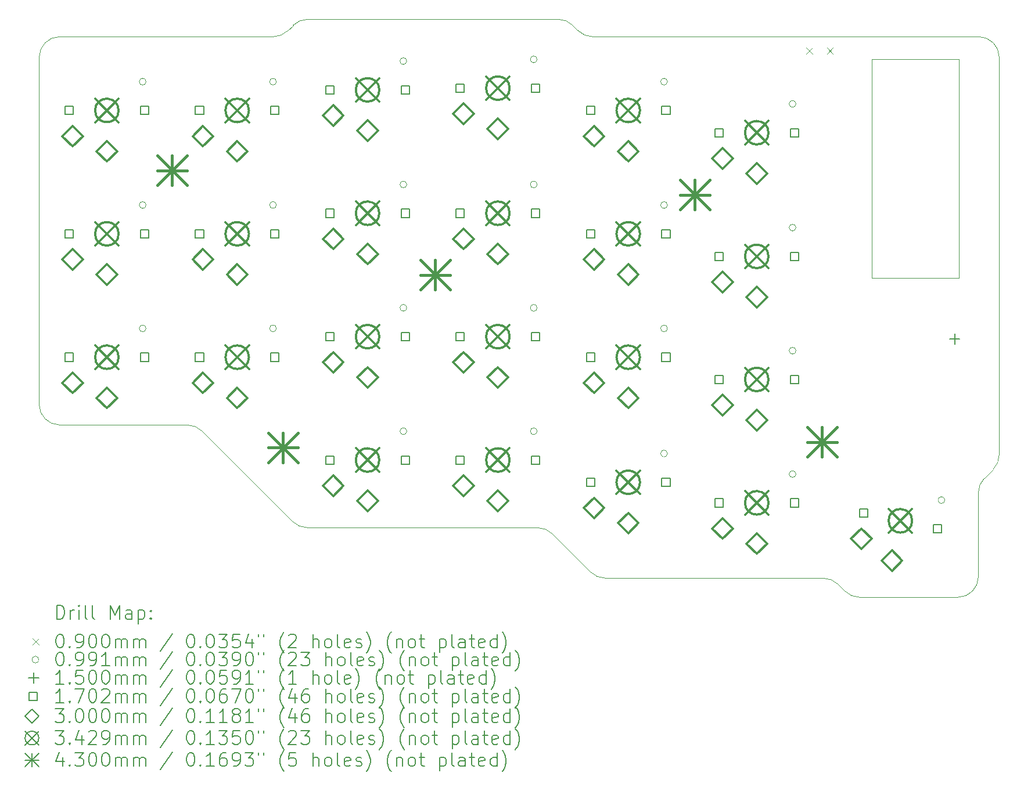
<source format=gbr>
%TF.GenerationSoftware,KiCad,Pcbnew,7.0.5-0*%
%TF.CreationDate,2023-08-03T20:44:42+09:30*%
%TF.ProjectId,Rolio,436f726e-6552-46f6-9c69-6f2e6b696361,rev?*%
%TF.SameCoordinates,Original*%
%TF.FileFunction,Drillmap*%
%TF.FilePolarity,Positive*%
%FSLAX45Y45*%
G04 Gerber Fmt 4.5, Leading zero omitted, Abs format (unit mm)*
G04 Created by KiCad (PCBNEW 7.0.5-0) date 2023-08-03 20:44:42*
%MOMM*%
%LPD*%
G01*
G04 APERTURE LIST*
%ADD10C,0.100000*%
%ADD11C,0.200000*%
%ADD12C,0.090000*%
%ADD13C,0.099060*%
%ADD14C,0.150000*%
%ADD15C,0.170180*%
%ADD16C,0.300000*%
%ADD17C,0.342900*%
%ADD18C,0.430000*%
G04 APERTURE END LIST*
D10*
X5586640Y-9160800D02*
X7448376Y-9160800D01*
X17035174Y-11587530D02*
G75*
G03*
X17247304Y-11675400I212126J212110D01*
G01*
X8988172Y-3330468D02*
X8909908Y-3408732D01*
X16931510Y-11483866D02*
G75*
G03*
X16719376Y-11396000I-212130J-212134D01*
G01*
X16931508Y-11483868D02*
X17035172Y-11587532D01*
X18677240Y-11675400D02*
G75*
G03*
X18977240Y-11375400I0J300000D01*
G01*
X8697776Y-3496600D02*
X5586640Y-3496600D01*
X12853776Y-3242600D02*
X9200304Y-3242600D01*
X19194170Y-9807466D02*
G75*
G03*
X19282040Y-9595336I-212110J212126D01*
G01*
X5586640Y-3496600D02*
G75*
G03*
X5286640Y-3796600I0J-300000D01*
G01*
X7660510Y-9248666D02*
G75*
G03*
X7448376Y-9160800I-212130J-212134D01*
G01*
X17247304Y-11675400D02*
X18677240Y-11675400D01*
X13144170Y-3408734D02*
G75*
G03*
X13356304Y-3496600I212130J212134D01*
G01*
X18977240Y-11375400D02*
X18977240Y-10148664D01*
X7660508Y-9248668D02*
X8983372Y-10571532D01*
X19282040Y-9595336D02*
X19282040Y-3796600D01*
X18982040Y-3496600D02*
X13356304Y-3496600D01*
X19065108Y-9936532D02*
X19194172Y-9807468D01*
X19282040Y-3796600D02*
G75*
G03*
X18982040Y-3496600I-300000J0D01*
G01*
X13065906Y-3330470D02*
G75*
G03*
X12853776Y-3242600I-212126J-212110D01*
G01*
X13144172Y-3408732D02*
X13065908Y-3330468D01*
X13538904Y-11396000D02*
X16719376Y-11396000D01*
X17424740Y-3824500D02*
X18694740Y-3824500D01*
X18694740Y-7015500D01*
X17424740Y-7015500D01*
X17424740Y-3824500D01*
X13326774Y-11308130D02*
G75*
G03*
X13538904Y-11396000I212126J212110D01*
G01*
X12765910Y-10747266D02*
G75*
G03*
X12553776Y-10659400I-212130J-212134D01*
G01*
X9200304Y-3242602D02*
G75*
G03*
X8988172Y-3330468I6J-300018D01*
G01*
X12765908Y-10747268D02*
X13326772Y-11308132D01*
X8697776Y-3496597D02*
G75*
G03*
X8909908Y-3408732I4J299997D01*
G01*
X5286640Y-8860800D02*
G75*
G03*
X5586640Y-9160800I300000J0D01*
G01*
X19065106Y-9936530D02*
G75*
G03*
X18977240Y-10148664I212134J-212130D01*
G01*
X5286640Y-3796600D02*
X5286640Y-8860800D01*
X9195504Y-10659400D02*
X12553776Y-10659400D01*
X8983374Y-10571530D02*
G75*
G03*
X9195504Y-10659400I212126J212110D01*
G01*
D11*
D12*
X16470000Y-3655200D02*
X16560000Y-3745200D01*
X16560000Y-3655200D02*
X16470000Y-3745200D01*
X16770000Y-3655200D02*
X16860000Y-3745200D01*
X16860000Y-3655200D02*
X16770000Y-3745200D01*
D13*
X6845330Y-4152000D02*
G75*
G03*
X6845330Y-4152000I-49530J0D01*
G01*
X6845330Y-5952000D02*
G75*
G03*
X6845330Y-5952000I-49530J0D01*
G01*
X6845330Y-7752000D02*
G75*
G03*
X6845330Y-7752000I-49530J0D01*
G01*
X8745330Y-4152000D02*
G75*
G03*
X8745330Y-4152000I-49530J0D01*
G01*
X8745330Y-5952000D02*
G75*
G03*
X8745330Y-5952000I-49530J0D01*
G01*
X8745330Y-7752000D02*
G75*
G03*
X8745330Y-7752000I-49530J0D01*
G01*
X10645330Y-3852000D02*
G75*
G03*
X10645330Y-3852000I-49530J0D01*
G01*
X10645330Y-5652000D02*
G75*
G03*
X10645330Y-5652000I-49530J0D01*
G01*
X10645330Y-7452000D02*
G75*
G03*
X10645330Y-7452000I-49530J0D01*
G01*
X10645330Y-9252000D02*
G75*
G03*
X10645330Y-9252000I-49530J0D01*
G01*
X12545330Y-3827000D02*
G75*
G03*
X12545330Y-3827000I-49530J0D01*
G01*
X12545330Y-5652000D02*
G75*
G03*
X12545330Y-5652000I-49530J0D01*
G01*
X12545330Y-7452000D02*
G75*
G03*
X12545330Y-7452000I-49530J0D01*
G01*
X12545330Y-9252000D02*
G75*
G03*
X12545330Y-9252000I-49530J0D01*
G01*
X14445330Y-4152000D02*
G75*
G03*
X14445330Y-4152000I-49530J0D01*
G01*
X14445330Y-5952000D02*
G75*
G03*
X14445330Y-5952000I-49530J0D01*
G01*
X14445330Y-7752000D02*
G75*
G03*
X14445330Y-7752000I-49530J0D01*
G01*
X14445330Y-9577000D02*
G75*
G03*
X14445330Y-9577000I-49530J0D01*
G01*
X16318620Y-4477000D02*
G75*
G03*
X16318620Y-4477000I-49530J0D01*
G01*
X16318620Y-6281500D02*
G75*
G03*
X16318620Y-6281500I-49530J0D01*
G01*
X16318620Y-8077000D02*
G75*
G03*
X16318620Y-8077000I-49530J0D01*
G01*
X16318620Y-9877000D02*
G75*
G03*
X16318620Y-9877000I-49530J0D01*
G01*
X18488402Y-10256584D02*
G75*
G03*
X18488402Y-10256584I-49530J0D01*
G01*
D14*
X18632240Y-7832000D02*
X18632240Y-7982000D01*
X18557240Y-7907000D02*
X18707240Y-7907000D01*
D15*
X5783968Y-4632168D02*
X5783968Y-4511832D01*
X5663632Y-4511832D01*
X5663632Y-4632168D01*
X5783968Y-4632168D01*
X5783968Y-6432168D02*
X5783968Y-6311832D01*
X5663632Y-6311832D01*
X5663632Y-6432168D01*
X5783968Y-6432168D01*
X5783968Y-8232168D02*
X5783968Y-8111832D01*
X5663632Y-8111832D01*
X5663632Y-8232168D01*
X5783968Y-8232168D01*
X6883968Y-4632168D02*
X6883968Y-4511832D01*
X6763632Y-4511832D01*
X6763632Y-4632168D01*
X6883968Y-4632168D01*
X6883968Y-6432168D02*
X6883968Y-6311832D01*
X6763632Y-6311832D01*
X6763632Y-6432168D01*
X6883968Y-6432168D01*
X6883968Y-8232168D02*
X6883968Y-8111832D01*
X6763632Y-8111832D01*
X6763632Y-8232168D01*
X6883968Y-8232168D01*
X7683968Y-4632168D02*
X7683968Y-4511832D01*
X7563632Y-4511832D01*
X7563632Y-4632168D01*
X7683968Y-4632168D01*
X7683968Y-6432168D02*
X7683968Y-6311832D01*
X7563632Y-6311832D01*
X7563632Y-6432168D01*
X7683968Y-6432168D01*
X7683968Y-8232168D02*
X7683968Y-8111832D01*
X7563632Y-8111832D01*
X7563632Y-8232168D01*
X7683968Y-8232168D01*
X8783968Y-4632168D02*
X8783968Y-4511832D01*
X8663632Y-4511832D01*
X8663632Y-4632168D01*
X8783968Y-4632168D01*
X8783968Y-6432168D02*
X8783968Y-6311832D01*
X8663632Y-6311832D01*
X8663632Y-6432168D01*
X8783968Y-6432168D01*
X8783968Y-8232168D02*
X8783968Y-8111832D01*
X8663632Y-8111832D01*
X8663632Y-8232168D01*
X8783968Y-8232168D01*
X9583968Y-4332168D02*
X9583968Y-4211832D01*
X9463632Y-4211832D01*
X9463632Y-4332168D01*
X9583968Y-4332168D01*
X9583968Y-6132168D02*
X9583968Y-6011832D01*
X9463632Y-6011832D01*
X9463632Y-6132168D01*
X9583968Y-6132168D01*
X9583968Y-7932168D02*
X9583968Y-7811832D01*
X9463632Y-7811832D01*
X9463632Y-7932168D01*
X9583968Y-7932168D01*
X9583968Y-9732168D02*
X9583968Y-9611832D01*
X9463632Y-9611832D01*
X9463632Y-9732168D01*
X9583968Y-9732168D01*
X10683968Y-4332168D02*
X10683968Y-4211832D01*
X10563632Y-4211832D01*
X10563632Y-4332168D01*
X10683968Y-4332168D01*
X10683968Y-6132168D02*
X10683968Y-6011832D01*
X10563632Y-6011832D01*
X10563632Y-6132168D01*
X10683968Y-6132168D01*
X10683968Y-7932168D02*
X10683968Y-7811832D01*
X10563632Y-7811832D01*
X10563632Y-7932168D01*
X10683968Y-7932168D01*
X10683968Y-9732168D02*
X10683968Y-9611832D01*
X10563632Y-9611832D01*
X10563632Y-9732168D01*
X10683968Y-9732168D01*
X11483968Y-4307168D02*
X11483968Y-4186832D01*
X11363632Y-4186832D01*
X11363632Y-4307168D01*
X11483968Y-4307168D01*
X11483968Y-6132168D02*
X11483968Y-6011832D01*
X11363632Y-6011832D01*
X11363632Y-6132168D01*
X11483968Y-6132168D01*
X11483968Y-7932168D02*
X11483968Y-7811832D01*
X11363632Y-7811832D01*
X11363632Y-7932168D01*
X11483968Y-7932168D01*
X11483968Y-9732168D02*
X11483968Y-9611832D01*
X11363632Y-9611832D01*
X11363632Y-9732168D01*
X11483968Y-9732168D01*
X12583968Y-4307168D02*
X12583968Y-4186832D01*
X12463632Y-4186832D01*
X12463632Y-4307168D01*
X12583968Y-4307168D01*
X12583968Y-6132168D02*
X12583968Y-6011832D01*
X12463632Y-6011832D01*
X12463632Y-6132168D01*
X12583968Y-6132168D01*
X12583968Y-7932168D02*
X12583968Y-7811832D01*
X12463632Y-7811832D01*
X12463632Y-7932168D01*
X12583968Y-7932168D01*
X12583968Y-9732168D02*
X12583968Y-9611832D01*
X12463632Y-9611832D01*
X12463632Y-9732168D01*
X12583968Y-9732168D01*
X13383968Y-4632168D02*
X13383968Y-4511832D01*
X13263632Y-4511832D01*
X13263632Y-4632168D01*
X13383968Y-4632168D01*
X13383968Y-6432168D02*
X13383968Y-6311832D01*
X13263632Y-6311832D01*
X13263632Y-6432168D01*
X13383968Y-6432168D01*
X13383968Y-8232168D02*
X13383968Y-8111832D01*
X13263632Y-8111832D01*
X13263632Y-8232168D01*
X13383968Y-8232168D01*
X13383968Y-10057168D02*
X13383968Y-9936832D01*
X13263632Y-9936832D01*
X13263632Y-10057168D01*
X13383968Y-10057168D01*
X14483968Y-4632168D02*
X14483968Y-4511832D01*
X14363632Y-4511832D01*
X14363632Y-4632168D01*
X14483968Y-4632168D01*
X14483968Y-6432168D02*
X14483968Y-6311832D01*
X14363632Y-6311832D01*
X14363632Y-6432168D01*
X14483968Y-6432168D01*
X14483968Y-8232168D02*
X14483968Y-8111832D01*
X14363632Y-8111832D01*
X14363632Y-8232168D01*
X14483968Y-8232168D01*
X14483968Y-10057168D02*
X14483968Y-9936832D01*
X14363632Y-9936832D01*
X14363632Y-10057168D01*
X14483968Y-10057168D01*
X15257258Y-4957168D02*
X15257258Y-4836832D01*
X15136922Y-4836832D01*
X15136922Y-4957168D01*
X15257258Y-4957168D01*
X15257258Y-6761668D02*
X15257258Y-6641332D01*
X15136922Y-6641332D01*
X15136922Y-6761668D01*
X15257258Y-6761668D01*
X15257258Y-8557168D02*
X15257258Y-8436832D01*
X15136922Y-8436832D01*
X15136922Y-8557168D01*
X15257258Y-8557168D01*
X15257258Y-10357168D02*
X15257258Y-10236832D01*
X15136922Y-10236832D01*
X15136922Y-10357168D01*
X15257258Y-10357168D01*
X16357258Y-4957168D02*
X16357258Y-4836832D01*
X16236922Y-4836832D01*
X16236922Y-4957168D01*
X16357258Y-4957168D01*
X16357258Y-6761668D02*
X16357258Y-6641332D01*
X16236922Y-6641332D01*
X16236922Y-6761668D01*
X16357258Y-6761668D01*
X16357258Y-8557168D02*
X16357258Y-8436832D01*
X16236922Y-8436832D01*
X16236922Y-8557168D01*
X16357258Y-8557168D01*
X16357258Y-10357168D02*
X16357258Y-10236832D01*
X16236922Y-10236832D01*
X16236922Y-10357168D01*
X16357258Y-10357168D01*
X17363144Y-10504693D02*
X17363144Y-10384357D01*
X17242807Y-10384357D01*
X17242807Y-10504693D01*
X17363144Y-10504693D01*
X18439106Y-10733396D02*
X18439106Y-10613060D01*
X18318769Y-10613060D01*
X18318769Y-10733396D01*
X18439106Y-10733396D01*
D16*
X5773800Y-5097000D02*
X5923800Y-4947000D01*
X5773800Y-4797000D01*
X5623800Y-4947000D01*
X5773800Y-5097000D01*
X5773800Y-6897000D02*
X5923800Y-6747000D01*
X5773800Y-6597000D01*
X5623800Y-6747000D01*
X5773800Y-6897000D01*
X5773800Y-8697000D02*
X5923800Y-8547000D01*
X5773800Y-8397000D01*
X5623800Y-8547000D01*
X5773800Y-8697000D01*
X6273800Y-5317000D02*
X6423800Y-5167000D01*
X6273800Y-5017000D01*
X6123800Y-5167000D01*
X6273800Y-5317000D01*
X6273800Y-7117000D02*
X6423800Y-6967000D01*
X6273800Y-6817000D01*
X6123800Y-6967000D01*
X6273800Y-7117000D01*
X6273800Y-8917000D02*
X6423800Y-8767000D01*
X6273800Y-8617000D01*
X6123800Y-8767000D01*
X6273800Y-8917000D01*
X7673800Y-5097000D02*
X7823800Y-4947000D01*
X7673800Y-4797000D01*
X7523800Y-4947000D01*
X7673800Y-5097000D01*
X7673800Y-6897000D02*
X7823800Y-6747000D01*
X7673800Y-6597000D01*
X7523800Y-6747000D01*
X7673800Y-6897000D01*
X7673800Y-8697000D02*
X7823800Y-8547000D01*
X7673800Y-8397000D01*
X7523800Y-8547000D01*
X7673800Y-8697000D01*
X8173800Y-5317000D02*
X8323800Y-5167000D01*
X8173800Y-5017000D01*
X8023800Y-5167000D01*
X8173800Y-5317000D01*
X8173800Y-7117000D02*
X8323800Y-6967000D01*
X8173800Y-6817000D01*
X8023800Y-6967000D01*
X8173800Y-7117000D01*
X8173800Y-8917000D02*
X8323800Y-8767000D01*
X8173800Y-8617000D01*
X8023800Y-8767000D01*
X8173800Y-8917000D01*
X9573800Y-4797000D02*
X9723800Y-4647000D01*
X9573800Y-4497000D01*
X9423800Y-4647000D01*
X9573800Y-4797000D01*
X9573800Y-6597000D02*
X9723800Y-6447000D01*
X9573800Y-6297000D01*
X9423800Y-6447000D01*
X9573800Y-6597000D01*
X9573800Y-8397000D02*
X9723800Y-8247000D01*
X9573800Y-8097000D01*
X9423800Y-8247000D01*
X9573800Y-8397000D01*
X9573800Y-10197000D02*
X9723800Y-10047000D01*
X9573800Y-9897000D01*
X9423800Y-10047000D01*
X9573800Y-10197000D01*
X10073800Y-5017000D02*
X10223800Y-4867000D01*
X10073800Y-4717000D01*
X9923800Y-4867000D01*
X10073800Y-5017000D01*
X10073800Y-6817000D02*
X10223800Y-6667000D01*
X10073800Y-6517000D01*
X9923800Y-6667000D01*
X10073800Y-6817000D01*
X10073800Y-8617000D02*
X10223800Y-8467000D01*
X10073800Y-8317000D01*
X9923800Y-8467000D01*
X10073800Y-8617000D01*
X10073800Y-10417000D02*
X10223800Y-10267000D01*
X10073800Y-10117000D01*
X9923800Y-10267000D01*
X10073800Y-10417000D01*
X11473800Y-4772000D02*
X11623800Y-4622000D01*
X11473800Y-4472000D01*
X11323800Y-4622000D01*
X11473800Y-4772000D01*
X11473800Y-6597000D02*
X11623800Y-6447000D01*
X11473800Y-6297000D01*
X11323800Y-6447000D01*
X11473800Y-6597000D01*
X11473800Y-8397000D02*
X11623800Y-8247000D01*
X11473800Y-8097000D01*
X11323800Y-8247000D01*
X11473800Y-8397000D01*
X11473800Y-10197000D02*
X11623800Y-10047000D01*
X11473800Y-9897000D01*
X11323800Y-10047000D01*
X11473800Y-10197000D01*
X11973800Y-4992000D02*
X12123800Y-4842000D01*
X11973800Y-4692000D01*
X11823800Y-4842000D01*
X11973800Y-4992000D01*
X11973800Y-6817000D02*
X12123800Y-6667000D01*
X11973800Y-6517000D01*
X11823800Y-6667000D01*
X11973800Y-6817000D01*
X11973800Y-8617000D02*
X12123800Y-8467000D01*
X11973800Y-8317000D01*
X11823800Y-8467000D01*
X11973800Y-8617000D01*
X11973800Y-10417000D02*
X12123800Y-10267000D01*
X11973800Y-10117000D01*
X11823800Y-10267000D01*
X11973800Y-10417000D01*
X13373800Y-5097000D02*
X13523800Y-4947000D01*
X13373800Y-4797000D01*
X13223800Y-4947000D01*
X13373800Y-5097000D01*
X13373800Y-6897000D02*
X13523800Y-6747000D01*
X13373800Y-6597000D01*
X13223800Y-6747000D01*
X13373800Y-6897000D01*
X13373800Y-8697000D02*
X13523800Y-8547000D01*
X13373800Y-8397000D01*
X13223800Y-8547000D01*
X13373800Y-8697000D01*
X13373800Y-10522000D02*
X13523800Y-10372000D01*
X13373800Y-10222000D01*
X13223800Y-10372000D01*
X13373800Y-10522000D01*
X13873800Y-5317000D02*
X14023800Y-5167000D01*
X13873800Y-5017000D01*
X13723800Y-5167000D01*
X13873800Y-5317000D01*
X13873800Y-7117000D02*
X14023800Y-6967000D01*
X13873800Y-6817000D01*
X13723800Y-6967000D01*
X13873800Y-7117000D01*
X13873800Y-8917000D02*
X14023800Y-8767000D01*
X13873800Y-8617000D01*
X13723800Y-8767000D01*
X13873800Y-8917000D01*
X13873800Y-10742000D02*
X14023800Y-10592000D01*
X13873800Y-10442000D01*
X13723800Y-10592000D01*
X13873800Y-10742000D01*
X15247090Y-5422000D02*
X15397090Y-5272000D01*
X15247090Y-5122000D01*
X15097090Y-5272000D01*
X15247090Y-5422000D01*
X15247090Y-7226500D02*
X15397090Y-7076500D01*
X15247090Y-6926500D01*
X15097090Y-7076500D01*
X15247090Y-7226500D01*
X15247090Y-9022000D02*
X15397090Y-8872000D01*
X15247090Y-8722000D01*
X15097090Y-8872000D01*
X15247090Y-9022000D01*
X15247090Y-10822000D02*
X15397090Y-10672000D01*
X15247090Y-10522000D01*
X15097090Y-10672000D01*
X15247090Y-10822000D01*
X15747090Y-5642000D02*
X15897090Y-5492000D01*
X15747090Y-5342000D01*
X15597090Y-5492000D01*
X15747090Y-5642000D01*
X15747090Y-7446500D02*
X15897090Y-7296500D01*
X15747090Y-7146500D01*
X15597090Y-7296500D01*
X15747090Y-7446500D01*
X15747090Y-9242000D02*
X15897090Y-9092000D01*
X15747090Y-8942000D01*
X15597090Y-9092000D01*
X15747090Y-9242000D01*
X15747090Y-11042000D02*
X15897090Y-10892000D01*
X15747090Y-10742000D01*
X15597090Y-10892000D01*
X15747090Y-11042000D01*
X17273916Y-10971726D02*
X17423916Y-10821726D01*
X17273916Y-10671726D01*
X17123916Y-10821726D01*
X17273916Y-10971726D01*
X17717249Y-11290874D02*
X17867249Y-11140874D01*
X17717249Y-10990874D01*
X17567249Y-11140874D01*
X17717249Y-11290874D01*
D17*
X6102350Y-4400550D02*
X6445250Y-4743450D01*
X6445250Y-4400550D02*
X6102350Y-4743450D01*
X6445250Y-4572000D02*
G75*
G03*
X6445250Y-4572000I-171450J0D01*
G01*
X6102350Y-6200550D02*
X6445250Y-6543450D01*
X6445250Y-6200550D02*
X6102350Y-6543450D01*
X6445250Y-6372000D02*
G75*
G03*
X6445250Y-6372000I-171450J0D01*
G01*
X6102350Y-8000550D02*
X6445250Y-8343450D01*
X6445250Y-8000550D02*
X6102350Y-8343450D01*
X6445250Y-8172000D02*
G75*
G03*
X6445250Y-8172000I-171450J0D01*
G01*
X8002350Y-4400550D02*
X8345250Y-4743450D01*
X8345250Y-4400550D02*
X8002350Y-4743450D01*
X8345250Y-4572000D02*
G75*
G03*
X8345250Y-4572000I-171450J0D01*
G01*
X8002350Y-6200550D02*
X8345250Y-6543450D01*
X8345250Y-6200550D02*
X8002350Y-6543450D01*
X8345250Y-6372000D02*
G75*
G03*
X8345250Y-6372000I-171450J0D01*
G01*
X8002350Y-8000550D02*
X8345250Y-8343450D01*
X8345250Y-8000550D02*
X8002350Y-8343450D01*
X8345250Y-8172000D02*
G75*
G03*
X8345250Y-8172000I-171450J0D01*
G01*
X9902350Y-4100550D02*
X10245250Y-4443450D01*
X10245250Y-4100550D02*
X9902350Y-4443450D01*
X10245250Y-4272000D02*
G75*
G03*
X10245250Y-4272000I-171450J0D01*
G01*
X9902350Y-5900550D02*
X10245250Y-6243450D01*
X10245250Y-5900550D02*
X9902350Y-6243450D01*
X10245250Y-6072000D02*
G75*
G03*
X10245250Y-6072000I-171450J0D01*
G01*
X9902350Y-7700550D02*
X10245250Y-8043450D01*
X10245250Y-7700550D02*
X9902350Y-8043450D01*
X10245250Y-7872000D02*
G75*
G03*
X10245250Y-7872000I-171450J0D01*
G01*
X9902350Y-9500550D02*
X10245250Y-9843450D01*
X10245250Y-9500550D02*
X9902350Y-9843450D01*
X10245250Y-9672000D02*
G75*
G03*
X10245250Y-9672000I-171450J0D01*
G01*
X11802350Y-4075550D02*
X12145250Y-4418450D01*
X12145250Y-4075550D02*
X11802350Y-4418450D01*
X12145250Y-4247000D02*
G75*
G03*
X12145250Y-4247000I-171450J0D01*
G01*
X11802350Y-5900550D02*
X12145250Y-6243450D01*
X12145250Y-5900550D02*
X11802350Y-6243450D01*
X12145250Y-6072000D02*
G75*
G03*
X12145250Y-6072000I-171450J0D01*
G01*
X11802350Y-7700550D02*
X12145250Y-8043450D01*
X12145250Y-7700550D02*
X11802350Y-8043450D01*
X12145250Y-7872000D02*
G75*
G03*
X12145250Y-7872000I-171450J0D01*
G01*
X11802350Y-9500550D02*
X12145250Y-9843450D01*
X12145250Y-9500550D02*
X11802350Y-9843450D01*
X12145250Y-9672000D02*
G75*
G03*
X12145250Y-9672000I-171450J0D01*
G01*
X13702350Y-4400550D02*
X14045250Y-4743450D01*
X14045250Y-4400550D02*
X13702350Y-4743450D01*
X14045250Y-4572000D02*
G75*
G03*
X14045250Y-4572000I-171450J0D01*
G01*
X13702350Y-6200550D02*
X14045250Y-6543450D01*
X14045250Y-6200550D02*
X13702350Y-6543450D01*
X14045250Y-6372000D02*
G75*
G03*
X14045250Y-6372000I-171450J0D01*
G01*
X13702350Y-8000550D02*
X14045250Y-8343450D01*
X14045250Y-8000550D02*
X13702350Y-8343450D01*
X14045250Y-8172000D02*
G75*
G03*
X14045250Y-8172000I-171450J0D01*
G01*
X13702350Y-9825550D02*
X14045250Y-10168450D01*
X14045250Y-9825550D02*
X13702350Y-10168450D01*
X14045250Y-9997000D02*
G75*
G03*
X14045250Y-9997000I-171450J0D01*
G01*
X15575640Y-4725550D02*
X15918540Y-5068450D01*
X15918540Y-4725550D02*
X15575640Y-5068450D01*
X15918540Y-4897000D02*
G75*
G03*
X15918540Y-4897000I-171450J0D01*
G01*
X15575640Y-6530050D02*
X15918540Y-6872950D01*
X15918540Y-6530050D02*
X15575640Y-6872950D01*
X15918540Y-6701500D02*
G75*
G03*
X15918540Y-6701500I-171450J0D01*
G01*
X15575640Y-8325550D02*
X15918540Y-8668450D01*
X15918540Y-8325550D02*
X15575640Y-8668450D01*
X15918540Y-8497000D02*
G75*
G03*
X15918540Y-8497000I-171450J0D01*
G01*
X15575640Y-10125550D02*
X15918540Y-10468450D01*
X15918540Y-10125550D02*
X15575640Y-10468450D01*
X15918540Y-10297000D02*
G75*
G03*
X15918540Y-10297000I-171450J0D01*
G01*
X17669506Y-10387427D02*
X18012406Y-10730327D01*
X18012406Y-10387427D02*
X17669506Y-10730327D01*
X18012406Y-10558877D02*
G75*
G03*
X18012406Y-10558877I-171450J0D01*
G01*
D18*
X7010600Y-5232600D02*
X7440600Y-5662600D01*
X7440600Y-5232600D02*
X7010600Y-5662600D01*
X7225600Y-5232600D02*
X7225600Y-5662600D01*
X7010600Y-5447600D02*
X7440600Y-5447600D01*
X8627640Y-9276000D02*
X9057640Y-9706000D01*
X9057640Y-9276000D02*
X8627640Y-9706000D01*
X8842640Y-9276000D02*
X8842640Y-9706000D01*
X8627640Y-9491000D02*
X9057640Y-9491000D01*
X10846000Y-6756600D02*
X11276000Y-7186600D01*
X11276000Y-6756600D02*
X10846000Y-7186600D01*
X11061000Y-6756600D02*
X11061000Y-7186600D01*
X10846000Y-6971600D02*
X11276000Y-6971600D01*
X14630600Y-5588200D02*
X15060600Y-6018200D01*
X15060600Y-5588200D02*
X14630600Y-6018200D01*
X14845600Y-5588200D02*
X14845600Y-6018200D01*
X14630600Y-5803200D02*
X15060600Y-5803200D01*
X16484800Y-9195000D02*
X16914800Y-9625000D01*
X16914800Y-9195000D02*
X16484800Y-9625000D01*
X16699800Y-9195000D02*
X16699800Y-9625000D01*
X16484800Y-9410000D02*
X16914800Y-9410000D01*
D11*
X5542417Y-11991884D02*
X5542417Y-11791884D01*
X5542417Y-11791884D02*
X5590036Y-11791884D01*
X5590036Y-11791884D02*
X5618607Y-11801408D01*
X5618607Y-11801408D02*
X5637655Y-11820455D01*
X5637655Y-11820455D02*
X5647179Y-11839503D01*
X5647179Y-11839503D02*
X5656702Y-11877598D01*
X5656702Y-11877598D02*
X5656702Y-11906169D01*
X5656702Y-11906169D02*
X5647179Y-11944265D01*
X5647179Y-11944265D02*
X5637655Y-11963312D01*
X5637655Y-11963312D02*
X5618607Y-11982360D01*
X5618607Y-11982360D02*
X5590036Y-11991884D01*
X5590036Y-11991884D02*
X5542417Y-11991884D01*
X5742417Y-11991884D02*
X5742417Y-11858550D01*
X5742417Y-11896646D02*
X5751941Y-11877598D01*
X5751941Y-11877598D02*
X5761464Y-11868074D01*
X5761464Y-11868074D02*
X5780512Y-11858550D01*
X5780512Y-11858550D02*
X5799560Y-11858550D01*
X5866226Y-11991884D02*
X5866226Y-11858550D01*
X5866226Y-11791884D02*
X5856702Y-11801408D01*
X5856702Y-11801408D02*
X5866226Y-11810931D01*
X5866226Y-11810931D02*
X5875750Y-11801408D01*
X5875750Y-11801408D02*
X5866226Y-11791884D01*
X5866226Y-11791884D02*
X5866226Y-11810931D01*
X5990036Y-11991884D02*
X5970988Y-11982360D01*
X5970988Y-11982360D02*
X5961464Y-11963312D01*
X5961464Y-11963312D02*
X5961464Y-11791884D01*
X6094798Y-11991884D02*
X6075750Y-11982360D01*
X6075750Y-11982360D02*
X6066226Y-11963312D01*
X6066226Y-11963312D02*
X6066226Y-11791884D01*
X6323369Y-11991884D02*
X6323369Y-11791884D01*
X6323369Y-11791884D02*
X6390036Y-11934741D01*
X6390036Y-11934741D02*
X6456702Y-11791884D01*
X6456702Y-11791884D02*
X6456702Y-11991884D01*
X6637655Y-11991884D02*
X6637655Y-11887122D01*
X6637655Y-11887122D02*
X6628131Y-11868074D01*
X6628131Y-11868074D02*
X6609083Y-11858550D01*
X6609083Y-11858550D02*
X6570988Y-11858550D01*
X6570988Y-11858550D02*
X6551941Y-11868074D01*
X6637655Y-11982360D02*
X6618607Y-11991884D01*
X6618607Y-11991884D02*
X6570988Y-11991884D01*
X6570988Y-11991884D02*
X6551941Y-11982360D01*
X6551941Y-11982360D02*
X6542417Y-11963312D01*
X6542417Y-11963312D02*
X6542417Y-11944265D01*
X6542417Y-11944265D02*
X6551941Y-11925217D01*
X6551941Y-11925217D02*
X6570988Y-11915693D01*
X6570988Y-11915693D02*
X6618607Y-11915693D01*
X6618607Y-11915693D02*
X6637655Y-11906169D01*
X6732893Y-11858550D02*
X6732893Y-12058550D01*
X6732893Y-11868074D02*
X6751941Y-11858550D01*
X6751941Y-11858550D02*
X6790036Y-11858550D01*
X6790036Y-11858550D02*
X6809083Y-11868074D01*
X6809083Y-11868074D02*
X6818607Y-11877598D01*
X6818607Y-11877598D02*
X6828131Y-11896646D01*
X6828131Y-11896646D02*
X6828131Y-11953788D01*
X6828131Y-11953788D02*
X6818607Y-11972836D01*
X6818607Y-11972836D02*
X6809083Y-11982360D01*
X6809083Y-11982360D02*
X6790036Y-11991884D01*
X6790036Y-11991884D02*
X6751941Y-11991884D01*
X6751941Y-11991884D02*
X6732893Y-11982360D01*
X6913845Y-11972836D02*
X6923369Y-11982360D01*
X6923369Y-11982360D02*
X6913845Y-11991884D01*
X6913845Y-11991884D02*
X6904322Y-11982360D01*
X6904322Y-11982360D02*
X6913845Y-11972836D01*
X6913845Y-11972836D02*
X6913845Y-11991884D01*
X6913845Y-11868074D02*
X6923369Y-11877598D01*
X6923369Y-11877598D02*
X6913845Y-11887122D01*
X6913845Y-11887122D02*
X6904322Y-11877598D01*
X6904322Y-11877598D02*
X6913845Y-11868074D01*
X6913845Y-11868074D02*
X6913845Y-11887122D01*
D12*
X5191640Y-12275400D02*
X5281640Y-12365400D01*
X5281640Y-12275400D02*
X5191640Y-12365400D01*
D11*
X5580512Y-12211884D02*
X5599560Y-12211884D01*
X5599560Y-12211884D02*
X5618607Y-12221408D01*
X5618607Y-12221408D02*
X5628131Y-12230931D01*
X5628131Y-12230931D02*
X5637655Y-12249979D01*
X5637655Y-12249979D02*
X5647179Y-12288074D01*
X5647179Y-12288074D02*
X5647179Y-12335693D01*
X5647179Y-12335693D02*
X5637655Y-12373788D01*
X5637655Y-12373788D02*
X5628131Y-12392836D01*
X5628131Y-12392836D02*
X5618607Y-12402360D01*
X5618607Y-12402360D02*
X5599560Y-12411884D01*
X5599560Y-12411884D02*
X5580512Y-12411884D01*
X5580512Y-12411884D02*
X5561464Y-12402360D01*
X5561464Y-12402360D02*
X5551941Y-12392836D01*
X5551941Y-12392836D02*
X5542417Y-12373788D01*
X5542417Y-12373788D02*
X5532893Y-12335693D01*
X5532893Y-12335693D02*
X5532893Y-12288074D01*
X5532893Y-12288074D02*
X5542417Y-12249979D01*
X5542417Y-12249979D02*
X5551941Y-12230931D01*
X5551941Y-12230931D02*
X5561464Y-12221408D01*
X5561464Y-12221408D02*
X5580512Y-12211884D01*
X5732893Y-12392836D02*
X5742417Y-12402360D01*
X5742417Y-12402360D02*
X5732893Y-12411884D01*
X5732893Y-12411884D02*
X5723369Y-12402360D01*
X5723369Y-12402360D02*
X5732893Y-12392836D01*
X5732893Y-12392836D02*
X5732893Y-12411884D01*
X5837655Y-12411884D02*
X5875750Y-12411884D01*
X5875750Y-12411884D02*
X5894798Y-12402360D01*
X5894798Y-12402360D02*
X5904322Y-12392836D01*
X5904322Y-12392836D02*
X5923369Y-12364265D01*
X5923369Y-12364265D02*
X5932893Y-12326169D01*
X5932893Y-12326169D02*
X5932893Y-12249979D01*
X5932893Y-12249979D02*
X5923369Y-12230931D01*
X5923369Y-12230931D02*
X5913845Y-12221408D01*
X5913845Y-12221408D02*
X5894798Y-12211884D01*
X5894798Y-12211884D02*
X5856702Y-12211884D01*
X5856702Y-12211884D02*
X5837655Y-12221408D01*
X5837655Y-12221408D02*
X5828131Y-12230931D01*
X5828131Y-12230931D02*
X5818607Y-12249979D01*
X5818607Y-12249979D02*
X5818607Y-12297598D01*
X5818607Y-12297598D02*
X5828131Y-12316646D01*
X5828131Y-12316646D02*
X5837655Y-12326169D01*
X5837655Y-12326169D02*
X5856702Y-12335693D01*
X5856702Y-12335693D02*
X5894798Y-12335693D01*
X5894798Y-12335693D02*
X5913845Y-12326169D01*
X5913845Y-12326169D02*
X5923369Y-12316646D01*
X5923369Y-12316646D02*
X5932893Y-12297598D01*
X6056702Y-12211884D02*
X6075750Y-12211884D01*
X6075750Y-12211884D02*
X6094798Y-12221408D01*
X6094798Y-12221408D02*
X6104322Y-12230931D01*
X6104322Y-12230931D02*
X6113845Y-12249979D01*
X6113845Y-12249979D02*
X6123369Y-12288074D01*
X6123369Y-12288074D02*
X6123369Y-12335693D01*
X6123369Y-12335693D02*
X6113845Y-12373788D01*
X6113845Y-12373788D02*
X6104322Y-12392836D01*
X6104322Y-12392836D02*
X6094798Y-12402360D01*
X6094798Y-12402360D02*
X6075750Y-12411884D01*
X6075750Y-12411884D02*
X6056702Y-12411884D01*
X6056702Y-12411884D02*
X6037655Y-12402360D01*
X6037655Y-12402360D02*
X6028131Y-12392836D01*
X6028131Y-12392836D02*
X6018607Y-12373788D01*
X6018607Y-12373788D02*
X6009083Y-12335693D01*
X6009083Y-12335693D02*
X6009083Y-12288074D01*
X6009083Y-12288074D02*
X6018607Y-12249979D01*
X6018607Y-12249979D02*
X6028131Y-12230931D01*
X6028131Y-12230931D02*
X6037655Y-12221408D01*
X6037655Y-12221408D02*
X6056702Y-12211884D01*
X6247179Y-12211884D02*
X6266226Y-12211884D01*
X6266226Y-12211884D02*
X6285274Y-12221408D01*
X6285274Y-12221408D02*
X6294798Y-12230931D01*
X6294798Y-12230931D02*
X6304322Y-12249979D01*
X6304322Y-12249979D02*
X6313845Y-12288074D01*
X6313845Y-12288074D02*
X6313845Y-12335693D01*
X6313845Y-12335693D02*
X6304322Y-12373788D01*
X6304322Y-12373788D02*
X6294798Y-12392836D01*
X6294798Y-12392836D02*
X6285274Y-12402360D01*
X6285274Y-12402360D02*
X6266226Y-12411884D01*
X6266226Y-12411884D02*
X6247179Y-12411884D01*
X6247179Y-12411884D02*
X6228131Y-12402360D01*
X6228131Y-12402360D02*
X6218607Y-12392836D01*
X6218607Y-12392836D02*
X6209083Y-12373788D01*
X6209083Y-12373788D02*
X6199560Y-12335693D01*
X6199560Y-12335693D02*
X6199560Y-12288074D01*
X6199560Y-12288074D02*
X6209083Y-12249979D01*
X6209083Y-12249979D02*
X6218607Y-12230931D01*
X6218607Y-12230931D02*
X6228131Y-12221408D01*
X6228131Y-12221408D02*
X6247179Y-12211884D01*
X6399560Y-12411884D02*
X6399560Y-12278550D01*
X6399560Y-12297598D02*
X6409083Y-12288074D01*
X6409083Y-12288074D02*
X6428131Y-12278550D01*
X6428131Y-12278550D02*
X6456703Y-12278550D01*
X6456703Y-12278550D02*
X6475750Y-12288074D01*
X6475750Y-12288074D02*
X6485274Y-12307122D01*
X6485274Y-12307122D02*
X6485274Y-12411884D01*
X6485274Y-12307122D02*
X6494798Y-12288074D01*
X6494798Y-12288074D02*
X6513845Y-12278550D01*
X6513845Y-12278550D02*
X6542417Y-12278550D01*
X6542417Y-12278550D02*
X6561464Y-12288074D01*
X6561464Y-12288074D02*
X6570988Y-12307122D01*
X6570988Y-12307122D02*
X6570988Y-12411884D01*
X6666226Y-12411884D02*
X6666226Y-12278550D01*
X6666226Y-12297598D02*
X6675750Y-12288074D01*
X6675750Y-12288074D02*
X6694798Y-12278550D01*
X6694798Y-12278550D02*
X6723369Y-12278550D01*
X6723369Y-12278550D02*
X6742417Y-12288074D01*
X6742417Y-12288074D02*
X6751941Y-12307122D01*
X6751941Y-12307122D02*
X6751941Y-12411884D01*
X6751941Y-12307122D02*
X6761464Y-12288074D01*
X6761464Y-12288074D02*
X6780512Y-12278550D01*
X6780512Y-12278550D02*
X6809083Y-12278550D01*
X6809083Y-12278550D02*
X6828131Y-12288074D01*
X6828131Y-12288074D02*
X6837655Y-12307122D01*
X6837655Y-12307122D02*
X6837655Y-12411884D01*
X7228131Y-12202360D02*
X7056703Y-12459503D01*
X7485274Y-12211884D02*
X7504322Y-12211884D01*
X7504322Y-12211884D02*
X7523369Y-12221408D01*
X7523369Y-12221408D02*
X7532893Y-12230931D01*
X7532893Y-12230931D02*
X7542417Y-12249979D01*
X7542417Y-12249979D02*
X7551941Y-12288074D01*
X7551941Y-12288074D02*
X7551941Y-12335693D01*
X7551941Y-12335693D02*
X7542417Y-12373788D01*
X7542417Y-12373788D02*
X7532893Y-12392836D01*
X7532893Y-12392836D02*
X7523369Y-12402360D01*
X7523369Y-12402360D02*
X7504322Y-12411884D01*
X7504322Y-12411884D02*
X7485274Y-12411884D01*
X7485274Y-12411884D02*
X7466226Y-12402360D01*
X7466226Y-12402360D02*
X7456703Y-12392836D01*
X7456703Y-12392836D02*
X7447179Y-12373788D01*
X7447179Y-12373788D02*
X7437655Y-12335693D01*
X7437655Y-12335693D02*
X7437655Y-12288074D01*
X7437655Y-12288074D02*
X7447179Y-12249979D01*
X7447179Y-12249979D02*
X7456703Y-12230931D01*
X7456703Y-12230931D02*
X7466226Y-12221408D01*
X7466226Y-12221408D02*
X7485274Y-12211884D01*
X7637655Y-12392836D02*
X7647179Y-12402360D01*
X7647179Y-12402360D02*
X7637655Y-12411884D01*
X7637655Y-12411884D02*
X7628131Y-12402360D01*
X7628131Y-12402360D02*
X7637655Y-12392836D01*
X7637655Y-12392836D02*
X7637655Y-12411884D01*
X7770988Y-12211884D02*
X7790036Y-12211884D01*
X7790036Y-12211884D02*
X7809084Y-12221408D01*
X7809084Y-12221408D02*
X7818607Y-12230931D01*
X7818607Y-12230931D02*
X7828131Y-12249979D01*
X7828131Y-12249979D02*
X7837655Y-12288074D01*
X7837655Y-12288074D02*
X7837655Y-12335693D01*
X7837655Y-12335693D02*
X7828131Y-12373788D01*
X7828131Y-12373788D02*
X7818607Y-12392836D01*
X7818607Y-12392836D02*
X7809084Y-12402360D01*
X7809084Y-12402360D02*
X7790036Y-12411884D01*
X7790036Y-12411884D02*
X7770988Y-12411884D01*
X7770988Y-12411884D02*
X7751941Y-12402360D01*
X7751941Y-12402360D02*
X7742417Y-12392836D01*
X7742417Y-12392836D02*
X7732893Y-12373788D01*
X7732893Y-12373788D02*
X7723369Y-12335693D01*
X7723369Y-12335693D02*
X7723369Y-12288074D01*
X7723369Y-12288074D02*
X7732893Y-12249979D01*
X7732893Y-12249979D02*
X7742417Y-12230931D01*
X7742417Y-12230931D02*
X7751941Y-12221408D01*
X7751941Y-12221408D02*
X7770988Y-12211884D01*
X7904322Y-12211884D02*
X8028131Y-12211884D01*
X8028131Y-12211884D02*
X7961465Y-12288074D01*
X7961465Y-12288074D02*
X7990036Y-12288074D01*
X7990036Y-12288074D02*
X8009084Y-12297598D01*
X8009084Y-12297598D02*
X8018607Y-12307122D01*
X8018607Y-12307122D02*
X8028131Y-12326169D01*
X8028131Y-12326169D02*
X8028131Y-12373788D01*
X8028131Y-12373788D02*
X8018607Y-12392836D01*
X8018607Y-12392836D02*
X8009084Y-12402360D01*
X8009084Y-12402360D02*
X7990036Y-12411884D01*
X7990036Y-12411884D02*
X7932893Y-12411884D01*
X7932893Y-12411884D02*
X7913846Y-12402360D01*
X7913846Y-12402360D02*
X7904322Y-12392836D01*
X8209084Y-12211884D02*
X8113846Y-12211884D01*
X8113846Y-12211884D02*
X8104322Y-12307122D01*
X8104322Y-12307122D02*
X8113846Y-12297598D01*
X8113846Y-12297598D02*
X8132893Y-12288074D01*
X8132893Y-12288074D02*
X8180512Y-12288074D01*
X8180512Y-12288074D02*
X8199560Y-12297598D01*
X8199560Y-12297598D02*
X8209084Y-12307122D01*
X8209084Y-12307122D02*
X8218607Y-12326169D01*
X8218607Y-12326169D02*
X8218607Y-12373788D01*
X8218607Y-12373788D02*
X8209084Y-12392836D01*
X8209084Y-12392836D02*
X8199560Y-12402360D01*
X8199560Y-12402360D02*
X8180512Y-12411884D01*
X8180512Y-12411884D02*
X8132893Y-12411884D01*
X8132893Y-12411884D02*
X8113846Y-12402360D01*
X8113846Y-12402360D02*
X8104322Y-12392836D01*
X8390036Y-12278550D02*
X8390036Y-12411884D01*
X8342417Y-12202360D02*
X8294798Y-12345217D01*
X8294798Y-12345217D02*
X8418608Y-12345217D01*
X8485274Y-12211884D02*
X8485274Y-12249979D01*
X8561465Y-12211884D02*
X8561465Y-12249979D01*
X8856703Y-12488074D02*
X8847179Y-12478550D01*
X8847179Y-12478550D02*
X8828131Y-12449979D01*
X8828131Y-12449979D02*
X8818608Y-12430931D01*
X8818608Y-12430931D02*
X8809084Y-12402360D01*
X8809084Y-12402360D02*
X8799560Y-12354741D01*
X8799560Y-12354741D02*
X8799560Y-12316646D01*
X8799560Y-12316646D02*
X8809084Y-12269027D01*
X8809084Y-12269027D02*
X8818608Y-12240455D01*
X8818608Y-12240455D02*
X8828131Y-12221408D01*
X8828131Y-12221408D02*
X8847179Y-12192836D01*
X8847179Y-12192836D02*
X8856703Y-12183312D01*
X8923370Y-12230931D02*
X8932893Y-12221408D01*
X8932893Y-12221408D02*
X8951941Y-12211884D01*
X8951941Y-12211884D02*
X8999560Y-12211884D01*
X8999560Y-12211884D02*
X9018608Y-12221408D01*
X9018608Y-12221408D02*
X9028131Y-12230931D01*
X9028131Y-12230931D02*
X9037655Y-12249979D01*
X9037655Y-12249979D02*
X9037655Y-12269027D01*
X9037655Y-12269027D02*
X9028131Y-12297598D01*
X9028131Y-12297598D02*
X8913846Y-12411884D01*
X8913846Y-12411884D02*
X9037655Y-12411884D01*
X9275751Y-12411884D02*
X9275751Y-12211884D01*
X9361465Y-12411884D02*
X9361465Y-12307122D01*
X9361465Y-12307122D02*
X9351941Y-12288074D01*
X9351941Y-12288074D02*
X9332893Y-12278550D01*
X9332893Y-12278550D02*
X9304322Y-12278550D01*
X9304322Y-12278550D02*
X9285274Y-12288074D01*
X9285274Y-12288074D02*
X9275751Y-12297598D01*
X9485274Y-12411884D02*
X9466227Y-12402360D01*
X9466227Y-12402360D02*
X9456703Y-12392836D01*
X9456703Y-12392836D02*
X9447179Y-12373788D01*
X9447179Y-12373788D02*
X9447179Y-12316646D01*
X9447179Y-12316646D02*
X9456703Y-12297598D01*
X9456703Y-12297598D02*
X9466227Y-12288074D01*
X9466227Y-12288074D02*
X9485274Y-12278550D01*
X9485274Y-12278550D02*
X9513846Y-12278550D01*
X9513846Y-12278550D02*
X9532893Y-12288074D01*
X9532893Y-12288074D02*
X9542417Y-12297598D01*
X9542417Y-12297598D02*
X9551941Y-12316646D01*
X9551941Y-12316646D02*
X9551941Y-12373788D01*
X9551941Y-12373788D02*
X9542417Y-12392836D01*
X9542417Y-12392836D02*
X9532893Y-12402360D01*
X9532893Y-12402360D02*
X9513846Y-12411884D01*
X9513846Y-12411884D02*
X9485274Y-12411884D01*
X9666227Y-12411884D02*
X9647179Y-12402360D01*
X9647179Y-12402360D02*
X9637655Y-12383312D01*
X9637655Y-12383312D02*
X9637655Y-12211884D01*
X9818608Y-12402360D02*
X9799560Y-12411884D01*
X9799560Y-12411884D02*
X9761465Y-12411884D01*
X9761465Y-12411884D02*
X9742417Y-12402360D01*
X9742417Y-12402360D02*
X9732893Y-12383312D01*
X9732893Y-12383312D02*
X9732893Y-12307122D01*
X9732893Y-12307122D02*
X9742417Y-12288074D01*
X9742417Y-12288074D02*
X9761465Y-12278550D01*
X9761465Y-12278550D02*
X9799560Y-12278550D01*
X9799560Y-12278550D02*
X9818608Y-12288074D01*
X9818608Y-12288074D02*
X9828132Y-12307122D01*
X9828132Y-12307122D02*
X9828132Y-12326169D01*
X9828132Y-12326169D02*
X9732893Y-12345217D01*
X9904322Y-12402360D02*
X9923370Y-12411884D01*
X9923370Y-12411884D02*
X9961465Y-12411884D01*
X9961465Y-12411884D02*
X9980513Y-12402360D01*
X9980513Y-12402360D02*
X9990036Y-12383312D01*
X9990036Y-12383312D02*
X9990036Y-12373788D01*
X9990036Y-12373788D02*
X9980513Y-12354741D01*
X9980513Y-12354741D02*
X9961465Y-12345217D01*
X9961465Y-12345217D02*
X9932893Y-12345217D01*
X9932893Y-12345217D02*
X9913846Y-12335693D01*
X9913846Y-12335693D02*
X9904322Y-12316646D01*
X9904322Y-12316646D02*
X9904322Y-12307122D01*
X9904322Y-12307122D02*
X9913846Y-12288074D01*
X9913846Y-12288074D02*
X9932893Y-12278550D01*
X9932893Y-12278550D02*
X9961465Y-12278550D01*
X9961465Y-12278550D02*
X9980513Y-12288074D01*
X10056703Y-12488074D02*
X10066227Y-12478550D01*
X10066227Y-12478550D02*
X10085274Y-12449979D01*
X10085274Y-12449979D02*
X10094798Y-12430931D01*
X10094798Y-12430931D02*
X10104322Y-12402360D01*
X10104322Y-12402360D02*
X10113846Y-12354741D01*
X10113846Y-12354741D02*
X10113846Y-12316646D01*
X10113846Y-12316646D02*
X10104322Y-12269027D01*
X10104322Y-12269027D02*
X10094798Y-12240455D01*
X10094798Y-12240455D02*
X10085274Y-12221408D01*
X10085274Y-12221408D02*
X10066227Y-12192836D01*
X10066227Y-12192836D02*
X10056703Y-12183312D01*
X10418608Y-12488074D02*
X10409084Y-12478550D01*
X10409084Y-12478550D02*
X10390036Y-12449979D01*
X10390036Y-12449979D02*
X10380513Y-12430931D01*
X10380513Y-12430931D02*
X10370989Y-12402360D01*
X10370989Y-12402360D02*
X10361465Y-12354741D01*
X10361465Y-12354741D02*
X10361465Y-12316646D01*
X10361465Y-12316646D02*
X10370989Y-12269027D01*
X10370989Y-12269027D02*
X10380513Y-12240455D01*
X10380513Y-12240455D02*
X10390036Y-12221408D01*
X10390036Y-12221408D02*
X10409084Y-12192836D01*
X10409084Y-12192836D02*
X10418608Y-12183312D01*
X10494798Y-12278550D02*
X10494798Y-12411884D01*
X10494798Y-12297598D02*
X10504322Y-12288074D01*
X10504322Y-12288074D02*
X10523370Y-12278550D01*
X10523370Y-12278550D02*
X10551941Y-12278550D01*
X10551941Y-12278550D02*
X10570989Y-12288074D01*
X10570989Y-12288074D02*
X10580513Y-12307122D01*
X10580513Y-12307122D02*
X10580513Y-12411884D01*
X10704322Y-12411884D02*
X10685274Y-12402360D01*
X10685274Y-12402360D02*
X10675751Y-12392836D01*
X10675751Y-12392836D02*
X10666227Y-12373788D01*
X10666227Y-12373788D02*
X10666227Y-12316646D01*
X10666227Y-12316646D02*
X10675751Y-12297598D01*
X10675751Y-12297598D02*
X10685274Y-12288074D01*
X10685274Y-12288074D02*
X10704322Y-12278550D01*
X10704322Y-12278550D02*
X10732894Y-12278550D01*
X10732894Y-12278550D02*
X10751941Y-12288074D01*
X10751941Y-12288074D02*
X10761465Y-12297598D01*
X10761465Y-12297598D02*
X10770989Y-12316646D01*
X10770989Y-12316646D02*
X10770989Y-12373788D01*
X10770989Y-12373788D02*
X10761465Y-12392836D01*
X10761465Y-12392836D02*
X10751941Y-12402360D01*
X10751941Y-12402360D02*
X10732894Y-12411884D01*
X10732894Y-12411884D02*
X10704322Y-12411884D01*
X10828132Y-12278550D02*
X10904322Y-12278550D01*
X10856703Y-12211884D02*
X10856703Y-12383312D01*
X10856703Y-12383312D02*
X10866227Y-12402360D01*
X10866227Y-12402360D02*
X10885274Y-12411884D01*
X10885274Y-12411884D02*
X10904322Y-12411884D01*
X11123370Y-12278550D02*
X11123370Y-12478550D01*
X11123370Y-12288074D02*
X11142417Y-12278550D01*
X11142417Y-12278550D02*
X11180513Y-12278550D01*
X11180513Y-12278550D02*
X11199560Y-12288074D01*
X11199560Y-12288074D02*
X11209084Y-12297598D01*
X11209084Y-12297598D02*
X11218608Y-12316646D01*
X11218608Y-12316646D02*
X11218608Y-12373788D01*
X11218608Y-12373788D02*
X11209084Y-12392836D01*
X11209084Y-12392836D02*
X11199560Y-12402360D01*
X11199560Y-12402360D02*
X11180513Y-12411884D01*
X11180513Y-12411884D02*
X11142417Y-12411884D01*
X11142417Y-12411884D02*
X11123370Y-12402360D01*
X11332893Y-12411884D02*
X11313846Y-12402360D01*
X11313846Y-12402360D02*
X11304322Y-12383312D01*
X11304322Y-12383312D02*
X11304322Y-12211884D01*
X11494798Y-12411884D02*
X11494798Y-12307122D01*
X11494798Y-12307122D02*
X11485274Y-12288074D01*
X11485274Y-12288074D02*
X11466227Y-12278550D01*
X11466227Y-12278550D02*
X11428132Y-12278550D01*
X11428132Y-12278550D02*
X11409084Y-12288074D01*
X11494798Y-12402360D02*
X11475751Y-12411884D01*
X11475751Y-12411884D02*
X11428132Y-12411884D01*
X11428132Y-12411884D02*
X11409084Y-12402360D01*
X11409084Y-12402360D02*
X11399560Y-12383312D01*
X11399560Y-12383312D02*
X11399560Y-12364265D01*
X11399560Y-12364265D02*
X11409084Y-12345217D01*
X11409084Y-12345217D02*
X11428132Y-12335693D01*
X11428132Y-12335693D02*
X11475751Y-12335693D01*
X11475751Y-12335693D02*
X11494798Y-12326169D01*
X11561465Y-12278550D02*
X11637655Y-12278550D01*
X11590036Y-12211884D02*
X11590036Y-12383312D01*
X11590036Y-12383312D02*
X11599560Y-12402360D01*
X11599560Y-12402360D02*
X11618608Y-12411884D01*
X11618608Y-12411884D02*
X11637655Y-12411884D01*
X11780513Y-12402360D02*
X11761465Y-12411884D01*
X11761465Y-12411884D02*
X11723370Y-12411884D01*
X11723370Y-12411884D02*
X11704322Y-12402360D01*
X11704322Y-12402360D02*
X11694798Y-12383312D01*
X11694798Y-12383312D02*
X11694798Y-12307122D01*
X11694798Y-12307122D02*
X11704322Y-12288074D01*
X11704322Y-12288074D02*
X11723370Y-12278550D01*
X11723370Y-12278550D02*
X11761465Y-12278550D01*
X11761465Y-12278550D02*
X11780513Y-12288074D01*
X11780513Y-12288074D02*
X11790036Y-12307122D01*
X11790036Y-12307122D02*
X11790036Y-12326169D01*
X11790036Y-12326169D02*
X11694798Y-12345217D01*
X11961465Y-12411884D02*
X11961465Y-12211884D01*
X11961465Y-12402360D02*
X11942417Y-12411884D01*
X11942417Y-12411884D02*
X11904322Y-12411884D01*
X11904322Y-12411884D02*
X11885274Y-12402360D01*
X11885274Y-12402360D02*
X11875751Y-12392836D01*
X11875751Y-12392836D02*
X11866227Y-12373788D01*
X11866227Y-12373788D02*
X11866227Y-12316646D01*
X11866227Y-12316646D02*
X11875751Y-12297598D01*
X11875751Y-12297598D02*
X11885274Y-12288074D01*
X11885274Y-12288074D02*
X11904322Y-12278550D01*
X11904322Y-12278550D02*
X11942417Y-12278550D01*
X11942417Y-12278550D02*
X11961465Y-12288074D01*
X12037655Y-12488074D02*
X12047179Y-12478550D01*
X12047179Y-12478550D02*
X12066227Y-12449979D01*
X12066227Y-12449979D02*
X12075751Y-12430931D01*
X12075751Y-12430931D02*
X12085274Y-12402360D01*
X12085274Y-12402360D02*
X12094798Y-12354741D01*
X12094798Y-12354741D02*
X12094798Y-12316646D01*
X12094798Y-12316646D02*
X12085274Y-12269027D01*
X12085274Y-12269027D02*
X12075751Y-12240455D01*
X12075751Y-12240455D02*
X12066227Y-12221408D01*
X12066227Y-12221408D02*
X12047179Y-12192836D01*
X12047179Y-12192836D02*
X12037655Y-12183312D01*
D13*
X5281640Y-12584400D02*
G75*
G03*
X5281640Y-12584400I-49530J0D01*
G01*
D11*
X5580512Y-12475884D02*
X5599560Y-12475884D01*
X5599560Y-12475884D02*
X5618607Y-12485408D01*
X5618607Y-12485408D02*
X5628131Y-12494931D01*
X5628131Y-12494931D02*
X5637655Y-12513979D01*
X5637655Y-12513979D02*
X5647179Y-12552074D01*
X5647179Y-12552074D02*
X5647179Y-12599693D01*
X5647179Y-12599693D02*
X5637655Y-12637788D01*
X5637655Y-12637788D02*
X5628131Y-12656836D01*
X5628131Y-12656836D02*
X5618607Y-12666360D01*
X5618607Y-12666360D02*
X5599560Y-12675884D01*
X5599560Y-12675884D02*
X5580512Y-12675884D01*
X5580512Y-12675884D02*
X5561464Y-12666360D01*
X5561464Y-12666360D02*
X5551941Y-12656836D01*
X5551941Y-12656836D02*
X5542417Y-12637788D01*
X5542417Y-12637788D02*
X5532893Y-12599693D01*
X5532893Y-12599693D02*
X5532893Y-12552074D01*
X5532893Y-12552074D02*
X5542417Y-12513979D01*
X5542417Y-12513979D02*
X5551941Y-12494931D01*
X5551941Y-12494931D02*
X5561464Y-12485408D01*
X5561464Y-12485408D02*
X5580512Y-12475884D01*
X5732893Y-12656836D02*
X5742417Y-12666360D01*
X5742417Y-12666360D02*
X5732893Y-12675884D01*
X5732893Y-12675884D02*
X5723369Y-12666360D01*
X5723369Y-12666360D02*
X5732893Y-12656836D01*
X5732893Y-12656836D02*
X5732893Y-12675884D01*
X5837655Y-12675884D02*
X5875750Y-12675884D01*
X5875750Y-12675884D02*
X5894798Y-12666360D01*
X5894798Y-12666360D02*
X5904322Y-12656836D01*
X5904322Y-12656836D02*
X5923369Y-12628265D01*
X5923369Y-12628265D02*
X5932893Y-12590169D01*
X5932893Y-12590169D02*
X5932893Y-12513979D01*
X5932893Y-12513979D02*
X5923369Y-12494931D01*
X5923369Y-12494931D02*
X5913845Y-12485408D01*
X5913845Y-12485408D02*
X5894798Y-12475884D01*
X5894798Y-12475884D02*
X5856702Y-12475884D01*
X5856702Y-12475884D02*
X5837655Y-12485408D01*
X5837655Y-12485408D02*
X5828131Y-12494931D01*
X5828131Y-12494931D02*
X5818607Y-12513979D01*
X5818607Y-12513979D02*
X5818607Y-12561598D01*
X5818607Y-12561598D02*
X5828131Y-12580646D01*
X5828131Y-12580646D02*
X5837655Y-12590169D01*
X5837655Y-12590169D02*
X5856702Y-12599693D01*
X5856702Y-12599693D02*
X5894798Y-12599693D01*
X5894798Y-12599693D02*
X5913845Y-12590169D01*
X5913845Y-12590169D02*
X5923369Y-12580646D01*
X5923369Y-12580646D02*
X5932893Y-12561598D01*
X6028131Y-12675884D02*
X6066226Y-12675884D01*
X6066226Y-12675884D02*
X6085274Y-12666360D01*
X6085274Y-12666360D02*
X6094798Y-12656836D01*
X6094798Y-12656836D02*
X6113845Y-12628265D01*
X6113845Y-12628265D02*
X6123369Y-12590169D01*
X6123369Y-12590169D02*
X6123369Y-12513979D01*
X6123369Y-12513979D02*
X6113845Y-12494931D01*
X6113845Y-12494931D02*
X6104322Y-12485408D01*
X6104322Y-12485408D02*
X6085274Y-12475884D01*
X6085274Y-12475884D02*
X6047179Y-12475884D01*
X6047179Y-12475884D02*
X6028131Y-12485408D01*
X6028131Y-12485408D02*
X6018607Y-12494931D01*
X6018607Y-12494931D02*
X6009083Y-12513979D01*
X6009083Y-12513979D02*
X6009083Y-12561598D01*
X6009083Y-12561598D02*
X6018607Y-12580646D01*
X6018607Y-12580646D02*
X6028131Y-12590169D01*
X6028131Y-12590169D02*
X6047179Y-12599693D01*
X6047179Y-12599693D02*
X6085274Y-12599693D01*
X6085274Y-12599693D02*
X6104322Y-12590169D01*
X6104322Y-12590169D02*
X6113845Y-12580646D01*
X6113845Y-12580646D02*
X6123369Y-12561598D01*
X6313845Y-12675884D02*
X6199560Y-12675884D01*
X6256702Y-12675884D02*
X6256702Y-12475884D01*
X6256702Y-12475884D02*
X6237655Y-12504455D01*
X6237655Y-12504455D02*
X6218607Y-12523503D01*
X6218607Y-12523503D02*
X6199560Y-12533027D01*
X6399560Y-12675884D02*
X6399560Y-12542550D01*
X6399560Y-12561598D02*
X6409083Y-12552074D01*
X6409083Y-12552074D02*
X6428131Y-12542550D01*
X6428131Y-12542550D02*
X6456703Y-12542550D01*
X6456703Y-12542550D02*
X6475750Y-12552074D01*
X6475750Y-12552074D02*
X6485274Y-12571122D01*
X6485274Y-12571122D02*
X6485274Y-12675884D01*
X6485274Y-12571122D02*
X6494798Y-12552074D01*
X6494798Y-12552074D02*
X6513845Y-12542550D01*
X6513845Y-12542550D02*
X6542417Y-12542550D01*
X6542417Y-12542550D02*
X6561464Y-12552074D01*
X6561464Y-12552074D02*
X6570988Y-12571122D01*
X6570988Y-12571122D02*
X6570988Y-12675884D01*
X6666226Y-12675884D02*
X6666226Y-12542550D01*
X6666226Y-12561598D02*
X6675750Y-12552074D01*
X6675750Y-12552074D02*
X6694798Y-12542550D01*
X6694798Y-12542550D02*
X6723369Y-12542550D01*
X6723369Y-12542550D02*
X6742417Y-12552074D01*
X6742417Y-12552074D02*
X6751941Y-12571122D01*
X6751941Y-12571122D02*
X6751941Y-12675884D01*
X6751941Y-12571122D02*
X6761464Y-12552074D01*
X6761464Y-12552074D02*
X6780512Y-12542550D01*
X6780512Y-12542550D02*
X6809083Y-12542550D01*
X6809083Y-12542550D02*
X6828131Y-12552074D01*
X6828131Y-12552074D02*
X6837655Y-12571122D01*
X6837655Y-12571122D02*
X6837655Y-12675884D01*
X7228131Y-12466360D02*
X7056703Y-12723503D01*
X7485274Y-12475884D02*
X7504322Y-12475884D01*
X7504322Y-12475884D02*
X7523369Y-12485408D01*
X7523369Y-12485408D02*
X7532893Y-12494931D01*
X7532893Y-12494931D02*
X7542417Y-12513979D01*
X7542417Y-12513979D02*
X7551941Y-12552074D01*
X7551941Y-12552074D02*
X7551941Y-12599693D01*
X7551941Y-12599693D02*
X7542417Y-12637788D01*
X7542417Y-12637788D02*
X7532893Y-12656836D01*
X7532893Y-12656836D02*
X7523369Y-12666360D01*
X7523369Y-12666360D02*
X7504322Y-12675884D01*
X7504322Y-12675884D02*
X7485274Y-12675884D01*
X7485274Y-12675884D02*
X7466226Y-12666360D01*
X7466226Y-12666360D02*
X7456703Y-12656836D01*
X7456703Y-12656836D02*
X7447179Y-12637788D01*
X7447179Y-12637788D02*
X7437655Y-12599693D01*
X7437655Y-12599693D02*
X7437655Y-12552074D01*
X7437655Y-12552074D02*
X7447179Y-12513979D01*
X7447179Y-12513979D02*
X7456703Y-12494931D01*
X7456703Y-12494931D02*
X7466226Y-12485408D01*
X7466226Y-12485408D02*
X7485274Y-12475884D01*
X7637655Y-12656836D02*
X7647179Y-12666360D01*
X7647179Y-12666360D02*
X7637655Y-12675884D01*
X7637655Y-12675884D02*
X7628131Y-12666360D01*
X7628131Y-12666360D02*
X7637655Y-12656836D01*
X7637655Y-12656836D02*
X7637655Y-12675884D01*
X7770988Y-12475884D02*
X7790036Y-12475884D01*
X7790036Y-12475884D02*
X7809084Y-12485408D01*
X7809084Y-12485408D02*
X7818607Y-12494931D01*
X7818607Y-12494931D02*
X7828131Y-12513979D01*
X7828131Y-12513979D02*
X7837655Y-12552074D01*
X7837655Y-12552074D02*
X7837655Y-12599693D01*
X7837655Y-12599693D02*
X7828131Y-12637788D01*
X7828131Y-12637788D02*
X7818607Y-12656836D01*
X7818607Y-12656836D02*
X7809084Y-12666360D01*
X7809084Y-12666360D02*
X7790036Y-12675884D01*
X7790036Y-12675884D02*
X7770988Y-12675884D01*
X7770988Y-12675884D02*
X7751941Y-12666360D01*
X7751941Y-12666360D02*
X7742417Y-12656836D01*
X7742417Y-12656836D02*
X7732893Y-12637788D01*
X7732893Y-12637788D02*
X7723369Y-12599693D01*
X7723369Y-12599693D02*
X7723369Y-12552074D01*
X7723369Y-12552074D02*
X7732893Y-12513979D01*
X7732893Y-12513979D02*
X7742417Y-12494931D01*
X7742417Y-12494931D02*
X7751941Y-12485408D01*
X7751941Y-12485408D02*
X7770988Y-12475884D01*
X7904322Y-12475884D02*
X8028131Y-12475884D01*
X8028131Y-12475884D02*
X7961465Y-12552074D01*
X7961465Y-12552074D02*
X7990036Y-12552074D01*
X7990036Y-12552074D02*
X8009084Y-12561598D01*
X8009084Y-12561598D02*
X8018607Y-12571122D01*
X8018607Y-12571122D02*
X8028131Y-12590169D01*
X8028131Y-12590169D02*
X8028131Y-12637788D01*
X8028131Y-12637788D02*
X8018607Y-12656836D01*
X8018607Y-12656836D02*
X8009084Y-12666360D01*
X8009084Y-12666360D02*
X7990036Y-12675884D01*
X7990036Y-12675884D02*
X7932893Y-12675884D01*
X7932893Y-12675884D02*
X7913846Y-12666360D01*
X7913846Y-12666360D02*
X7904322Y-12656836D01*
X8123369Y-12675884D02*
X8161465Y-12675884D01*
X8161465Y-12675884D02*
X8180512Y-12666360D01*
X8180512Y-12666360D02*
X8190036Y-12656836D01*
X8190036Y-12656836D02*
X8209084Y-12628265D01*
X8209084Y-12628265D02*
X8218607Y-12590169D01*
X8218607Y-12590169D02*
X8218607Y-12513979D01*
X8218607Y-12513979D02*
X8209084Y-12494931D01*
X8209084Y-12494931D02*
X8199560Y-12485408D01*
X8199560Y-12485408D02*
X8180512Y-12475884D01*
X8180512Y-12475884D02*
X8142417Y-12475884D01*
X8142417Y-12475884D02*
X8123369Y-12485408D01*
X8123369Y-12485408D02*
X8113846Y-12494931D01*
X8113846Y-12494931D02*
X8104322Y-12513979D01*
X8104322Y-12513979D02*
X8104322Y-12561598D01*
X8104322Y-12561598D02*
X8113846Y-12580646D01*
X8113846Y-12580646D02*
X8123369Y-12590169D01*
X8123369Y-12590169D02*
X8142417Y-12599693D01*
X8142417Y-12599693D02*
X8180512Y-12599693D01*
X8180512Y-12599693D02*
X8199560Y-12590169D01*
X8199560Y-12590169D02*
X8209084Y-12580646D01*
X8209084Y-12580646D02*
X8218607Y-12561598D01*
X8342417Y-12475884D02*
X8361465Y-12475884D01*
X8361465Y-12475884D02*
X8380512Y-12485408D01*
X8380512Y-12485408D02*
X8390036Y-12494931D01*
X8390036Y-12494931D02*
X8399560Y-12513979D01*
X8399560Y-12513979D02*
X8409084Y-12552074D01*
X8409084Y-12552074D02*
X8409084Y-12599693D01*
X8409084Y-12599693D02*
X8399560Y-12637788D01*
X8399560Y-12637788D02*
X8390036Y-12656836D01*
X8390036Y-12656836D02*
X8380512Y-12666360D01*
X8380512Y-12666360D02*
X8361465Y-12675884D01*
X8361465Y-12675884D02*
X8342417Y-12675884D01*
X8342417Y-12675884D02*
X8323369Y-12666360D01*
X8323369Y-12666360D02*
X8313846Y-12656836D01*
X8313846Y-12656836D02*
X8304322Y-12637788D01*
X8304322Y-12637788D02*
X8294798Y-12599693D01*
X8294798Y-12599693D02*
X8294798Y-12552074D01*
X8294798Y-12552074D02*
X8304322Y-12513979D01*
X8304322Y-12513979D02*
X8313846Y-12494931D01*
X8313846Y-12494931D02*
X8323369Y-12485408D01*
X8323369Y-12485408D02*
X8342417Y-12475884D01*
X8485274Y-12475884D02*
X8485274Y-12513979D01*
X8561465Y-12475884D02*
X8561465Y-12513979D01*
X8856703Y-12752074D02*
X8847179Y-12742550D01*
X8847179Y-12742550D02*
X8828131Y-12713979D01*
X8828131Y-12713979D02*
X8818608Y-12694931D01*
X8818608Y-12694931D02*
X8809084Y-12666360D01*
X8809084Y-12666360D02*
X8799560Y-12618741D01*
X8799560Y-12618741D02*
X8799560Y-12580646D01*
X8799560Y-12580646D02*
X8809084Y-12533027D01*
X8809084Y-12533027D02*
X8818608Y-12504455D01*
X8818608Y-12504455D02*
X8828131Y-12485408D01*
X8828131Y-12485408D02*
X8847179Y-12456836D01*
X8847179Y-12456836D02*
X8856703Y-12447312D01*
X8923370Y-12494931D02*
X8932893Y-12485408D01*
X8932893Y-12485408D02*
X8951941Y-12475884D01*
X8951941Y-12475884D02*
X8999560Y-12475884D01*
X8999560Y-12475884D02*
X9018608Y-12485408D01*
X9018608Y-12485408D02*
X9028131Y-12494931D01*
X9028131Y-12494931D02*
X9037655Y-12513979D01*
X9037655Y-12513979D02*
X9037655Y-12533027D01*
X9037655Y-12533027D02*
X9028131Y-12561598D01*
X9028131Y-12561598D02*
X8913846Y-12675884D01*
X8913846Y-12675884D02*
X9037655Y-12675884D01*
X9104322Y-12475884D02*
X9228131Y-12475884D01*
X9228131Y-12475884D02*
X9161465Y-12552074D01*
X9161465Y-12552074D02*
X9190036Y-12552074D01*
X9190036Y-12552074D02*
X9209084Y-12561598D01*
X9209084Y-12561598D02*
X9218608Y-12571122D01*
X9218608Y-12571122D02*
X9228131Y-12590169D01*
X9228131Y-12590169D02*
X9228131Y-12637788D01*
X9228131Y-12637788D02*
X9218608Y-12656836D01*
X9218608Y-12656836D02*
X9209084Y-12666360D01*
X9209084Y-12666360D02*
X9190036Y-12675884D01*
X9190036Y-12675884D02*
X9132893Y-12675884D01*
X9132893Y-12675884D02*
X9113846Y-12666360D01*
X9113846Y-12666360D02*
X9104322Y-12656836D01*
X9466227Y-12675884D02*
X9466227Y-12475884D01*
X9551941Y-12675884D02*
X9551941Y-12571122D01*
X9551941Y-12571122D02*
X9542417Y-12552074D01*
X9542417Y-12552074D02*
X9523370Y-12542550D01*
X9523370Y-12542550D02*
X9494798Y-12542550D01*
X9494798Y-12542550D02*
X9475751Y-12552074D01*
X9475751Y-12552074D02*
X9466227Y-12561598D01*
X9675751Y-12675884D02*
X9656703Y-12666360D01*
X9656703Y-12666360D02*
X9647179Y-12656836D01*
X9647179Y-12656836D02*
X9637655Y-12637788D01*
X9637655Y-12637788D02*
X9637655Y-12580646D01*
X9637655Y-12580646D02*
X9647179Y-12561598D01*
X9647179Y-12561598D02*
X9656703Y-12552074D01*
X9656703Y-12552074D02*
X9675751Y-12542550D01*
X9675751Y-12542550D02*
X9704322Y-12542550D01*
X9704322Y-12542550D02*
X9723370Y-12552074D01*
X9723370Y-12552074D02*
X9732893Y-12561598D01*
X9732893Y-12561598D02*
X9742417Y-12580646D01*
X9742417Y-12580646D02*
X9742417Y-12637788D01*
X9742417Y-12637788D02*
X9732893Y-12656836D01*
X9732893Y-12656836D02*
X9723370Y-12666360D01*
X9723370Y-12666360D02*
X9704322Y-12675884D01*
X9704322Y-12675884D02*
X9675751Y-12675884D01*
X9856703Y-12675884D02*
X9837655Y-12666360D01*
X9837655Y-12666360D02*
X9828132Y-12647312D01*
X9828132Y-12647312D02*
X9828132Y-12475884D01*
X10009084Y-12666360D02*
X9990036Y-12675884D01*
X9990036Y-12675884D02*
X9951941Y-12675884D01*
X9951941Y-12675884D02*
X9932893Y-12666360D01*
X9932893Y-12666360D02*
X9923370Y-12647312D01*
X9923370Y-12647312D02*
X9923370Y-12571122D01*
X9923370Y-12571122D02*
X9932893Y-12552074D01*
X9932893Y-12552074D02*
X9951941Y-12542550D01*
X9951941Y-12542550D02*
X9990036Y-12542550D01*
X9990036Y-12542550D02*
X10009084Y-12552074D01*
X10009084Y-12552074D02*
X10018608Y-12571122D01*
X10018608Y-12571122D02*
X10018608Y-12590169D01*
X10018608Y-12590169D02*
X9923370Y-12609217D01*
X10094798Y-12666360D02*
X10113846Y-12675884D01*
X10113846Y-12675884D02*
X10151941Y-12675884D01*
X10151941Y-12675884D02*
X10170989Y-12666360D01*
X10170989Y-12666360D02*
X10180513Y-12647312D01*
X10180513Y-12647312D02*
X10180513Y-12637788D01*
X10180513Y-12637788D02*
X10170989Y-12618741D01*
X10170989Y-12618741D02*
X10151941Y-12609217D01*
X10151941Y-12609217D02*
X10123370Y-12609217D01*
X10123370Y-12609217D02*
X10104322Y-12599693D01*
X10104322Y-12599693D02*
X10094798Y-12580646D01*
X10094798Y-12580646D02*
X10094798Y-12571122D01*
X10094798Y-12571122D02*
X10104322Y-12552074D01*
X10104322Y-12552074D02*
X10123370Y-12542550D01*
X10123370Y-12542550D02*
X10151941Y-12542550D01*
X10151941Y-12542550D02*
X10170989Y-12552074D01*
X10247179Y-12752074D02*
X10256703Y-12742550D01*
X10256703Y-12742550D02*
X10275751Y-12713979D01*
X10275751Y-12713979D02*
X10285274Y-12694931D01*
X10285274Y-12694931D02*
X10294798Y-12666360D01*
X10294798Y-12666360D02*
X10304322Y-12618741D01*
X10304322Y-12618741D02*
X10304322Y-12580646D01*
X10304322Y-12580646D02*
X10294798Y-12533027D01*
X10294798Y-12533027D02*
X10285274Y-12504455D01*
X10285274Y-12504455D02*
X10275751Y-12485408D01*
X10275751Y-12485408D02*
X10256703Y-12456836D01*
X10256703Y-12456836D02*
X10247179Y-12447312D01*
X10609084Y-12752074D02*
X10599560Y-12742550D01*
X10599560Y-12742550D02*
X10580513Y-12713979D01*
X10580513Y-12713979D02*
X10570989Y-12694931D01*
X10570989Y-12694931D02*
X10561465Y-12666360D01*
X10561465Y-12666360D02*
X10551941Y-12618741D01*
X10551941Y-12618741D02*
X10551941Y-12580646D01*
X10551941Y-12580646D02*
X10561465Y-12533027D01*
X10561465Y-12533027D02*
X10570989Y-12504455D01*
X10570989Y-12504455D02*
X10580513Y-12485408D01*
X10580513Y-12485408D02*
X10599560Y-12456836D01*
X10599560Y-12456836D02*
X10609084Y-12447312D01*
X10685274Y-12542550D02*
X10685274Y-12675884D01*
X10685274Y-12561598D02*
X10694798Y-12552074D01*
X10694798Y-12552074D02*
X10713846Y-12542550D01*
X10713846Y-12542550D02*
X10742417Y-12542550D01*
X10742417Y-12542550D02*
X10761465Y-12552074D01*
X10761465Y-12552074D02*
X10770989Y-12571122D01*
X10770989Y-12571122D02*
X10770989Y-12675884D01*
X10894798Y-12675884D02*
X10875751Y-12666360D01*
X10875751Y-12666360D02*
X10866227Y-12656836D01*
X10866227Y-12656836D02*
X10856703Y-12637788D01*
X10856703Y-12637788D02*
X10856703Y-12580646D01*
X10856703Y-12580646D02*
X10866227Y-12561598D01*
X10866227Y-12561598D02*
X10875751Y-12552074D01*
X10875751Y-12552074D02*
X10894798Y-12542550D01*
X10894798Y-12542550D02*
X10923370Y-12542550D01*
X10923370Y-12542550D02*
X10942417Y-12552074D01*
X10942417Y-12552074D02*
X10951941Y-12561598D01*
X10951941Y-12561598D02*
X10961465Y-12580646D01*
X10961465Y-12580646D02*
X10961465Y-12637788D01*
X10961465Y-12637788D02*
X10951941Y-12656836D01*
X10951941Y-12656836D02*
X10942417Y-12666360D01*
X10942417Y-12666360D02*
X10923370Y-12675884D01*
X10923370Y-12675884D02*
X10894798Y-12675884D01*
X11018608Y-12542550D02*
X11094798Y-12542550D01*
X11047179Y-12475884D02*
X11047179Y-12647312D01*
X11047179Y-12647312D02*
X11056703Y-12666360D01*
X11056703Y-12666360D02*
X11075751Y-12675884D01*
X11075751Y-12675884D02*
X11094798Y-12675884D01*
X11313846Y-12542550D02*
X11313846Y-12742550D01*
X11313846Y-12552074D02*
X11332893Y-12542550D01*
X11332893Y-12542550D02*
X11370989Y-12542550D01*
X11370989Y-12542550D02*
X11390036Y-12552074D01*
X11390036Y-12552074D02*
X11399560Y-12561598D01*
X11399560Y-12561598D02*
X11409084Y-12580646D01*
X11409084Y-12580646D02*
X11409084Y-12637788D01*
X11409084Y-12637788D02*
X11399560Y-12656836D01*
X11399560Y-12656836D02*
X11390036Y-12666360D01*
X11390036Y-12666360D02*
X11370989Y-12675884D01*
X11370989Y-12675884D02*
X11332893Y-12675884D01*
X11332893Y-12675884D02*
X11313846Y-12666360D01*
X11523370Y-12675884D02*
X11504322Y-12666360D01*
X11504322Y-12666360D02*
X11494798Y-12647312D01*
X11494798Y-12647312D02*
X11494798Y-12475884D01*
X11685274Y-12675884D02*
X11685274Y-12571122D01*
X11685274Y-12571122D02*
X11675751Y-12552074D01*
X11675751Y-12552074D02*
X11656703Y-12542550D01*
X11656703Y-12542550D02*
X11618608Y-12542550D01*
X11618608Y-12542550D02*
X11599560Y-12552074D01*
X11685274Y-12666360D02*
X11666227Y-12675884D01*
X11666227Y-12675884D02*
X11618608Y-12675884D01*
X11618608Y-12675884D02*
X11599560Y-12666360D01*
X11599560Y-12666360D02*
X11590036Y-12647312D01*
X11590036Y-12647312D02*
X11590036Y-12628265D01*
X11590036Y-12628265D02*
X11599560Y-12609217D01*
X11599560Y-12609217D02*
X11618608Y-12599693D01*
X11618608Y-12599693D02*
X11666227Y-12599693D01*
X11666227Y-12599693D02*
X11685274Y-12590169D01*
X11751941Y-12542550D02*
X11828132Y-12542550D01*
X11780513Y-12475884D02*
X11780513Y-12647312D01*
X11780513Y-12647312D02*
X11790036Y-12666360D01*
X11790036Y-12666360D02*
X11809084Y-12675884D01*
X11809084Y-12675884D02*
X11828132Y-12675884D01*
X11970989Y-12666360D02*
X11951941Y-12675884D01*
X11951941Y-12675884D02*
X11913846Y-12675884D01*
X11913846Y-12675884D02*
X11894798Y-12666360D01*
X11894798Y-12666360D02*
X11885274Y-12647312D01*
X11885274Y-12647312D02*
X11885274Y-12571122D01*
X11885274Y-12571122D02*
X11894798Y-12552074D01*
X11894798Y-12552074D02*
X11913846Y-12542550D01*
X11913846Y-12542550D02*
X11951941Y-12542550D01*
X11951941Y-12542550D02*
X11970989Y-12552074D01*
X11970989Y-12552074D02*
X11980513Y-12571122D01*
X11980513Y-12571122D02*
X11980513Y-12590169D01*
X11980513Y-12590169D02*
X11885274Y-12609217D01*
X12151941Y-12675884D02*
X12151941Y-12475884D01*
X12151941Y-12666360D02*
X12132894Y-12675884D01*
X12132894Y-12675884D02*
X12094798Y-12675884D01*
X12094798Y-12675884D02*
X12075751Y-12666360D01*
X12075751Y-12666360D02*
X12066227Y-12656836D01*
X12066227Y-12656836D02*
X12056703Y-12637788D01*
X12056703Y-12637788D02*
X12056703Y-12580646D01*
X12056703Y-12580646D02*
X12066227Y-12561598D01*
X12066227Y-12561598D02*
X12075751Y-12552074D01*
X12075751Y-12552074D02*
X12094798Y-12542550D01*
X12094798Y-12542550D02*
X12132894Y-12542550D01*
X12132894Y-12542550D02*
X12151941Y-12552074D01*
X12228132Y-12752074D02*
X12237655Y-12742550D01*
X12237655Y-12742550D02*
X12256703Y-12713979D01*
X12256703Y-12713979D02*
X12266227Y-12694931D01*
X12266227Y-12694931D02*
X12275751Y-12666360D01*
X12275751Y-12666360D02*
X12285274Y-12618741D01*
X12285274Y-12618741D02*
X12285274Y-12580646D01*
X12285274Y-12580646D02*
X12275751Y-12533027D01*
X12275751Y-12533027D02*
X12266227Y-12504455D01*
X12266227Y-12504455D02*
X12256703Y-12485408D01*
X12256703Y-12485408D02*
X12237655Y-12456836D01*
X12237655Y-12456836D02*
X12228132Y-12447312D01*
D14*
X5206640Y-12773400D02*
X5206640Y-12923400D01*
X5131640Y-12848400D02*
X5281640Y-12848400D01*
D11*
X5647179Y-12939884D02*
X5532893Y-12939884D01*
X5590036Y-12939884D02*
X5590036Y-12739884D01*
X5590036Y-12739884D02*
X5570988Y-12768455D01*
X5570988Y-12768455D02*
X5551941Y-12787503D01*
X5551941Y-12787503D02*
X5532893Y-12797027D01*
X5732893Y-12920836D02*
X5742417Y-12930360D01*
X5742417Y-12930360D02*
X5732893Y-12939884D01*
X5732893Y-12939884D02*
X5723369Y-12930360D01*
X5723369Y-12930360D02*
X5732893Y-12920836D01*
X5732893Y-12920836D02*
X5732893Y-12939884D01*
X5923369Y-12739884D02*
X5828131Y-12739884D01*
X5828131Y-12739884D02*
X5818607Y-12835122D01*
X5818607Y-12835122D02*
X5828131Y-12825598D01*
X5828131Y-12825598D02*
X5847179Y-12816074D01*
X5847179Y-12816074D02*
X5894798Y-12816074D01*
X5894798Y-12816074D02*
X5913845Y-12825598D01*
X5913845Y-12825598D02*
X5923369Y-12835122D01*
X5923369Y-12835122D02*
X5932893Y-12854169D01*
X5932893Y-12854169D02*
X5932893Y-12901788D01*
X5932893Y-12901788D02*
X5923369Y-12920836D01*
X5923369Y-12920836D02*
X5913845Y-12930360D01*
X5913845Y-12930360D02*
X5894798Y-12939884D01*
X5894798Y-12939884D02*
X5847179Y-12939884D01*
X5847179Y-12939884D02*
X5828131Y-12930360D01*
X5828131Y-12930360D02*
X5818607Y-12920836D01*
X6056702Y-12739884D02*
X6075750Y-12739884D01*
X6075750Y-12739884D02*
X6094798Y-12749408D01*
X6094798Y-12749408D02*
X6104322Y-12758931D01*
X6104322Y-12758931D02*
X6113845Y-12777979D01*
X6113845Y-12777979D02*
X6123369Y-12816074D01*
X6123369Y-12816074D02*
X6123369Y-12863693D01*
X6123369Y-12863693D02*
X6113845Y-12901788D01*
X6113845Y-12901788D02*
X6104322Y-12920836D01*
X6104322Y-12920836D02*
X6094798Y-12930360D01*
X6094798Y-12930360D02*
X6075750Y-12939884D01*
X6075750Y-12939884D02*
X6056702Y-12939884D01*
X6056702Y-12939884D02*
X6037655Y-12930360D01*
X6037655Y-12930360D02*
X6028131Y-12920836D01*
X6028131Y-12920836D02*
X6018607Y-12901788D01*
X6018607Y-12901788D02*
X6009083Y-12863693D01*
X6009083Y-12863693D02*
X6009083Y-12816074D01*
X6009083Y-12816074D02*
X6018607Y-12777979D01*
X6018607Y-12777979D02*
X6028131Y-12758931D01*
X6028131Y-12758931D02*
X6037655Y-12749408D01*
X6037655Y-12749408D02*
X6056702Y-12739884D01*
X6247179Y-12739884D02*
X6266226Y-12739884D01*
X6266226Y-12739884D02*
X6285274Y-12749408D01*
X6285274Y-12749408D02*
X6294798Y-12758931D01*
X6294798Y-12758931D02*
X6304322Y-12777979D01*
X6304322Y-12777979D02*
X6313845Y-12816074D01*
X6313845Y-12816074D02*
X6313845Y-12863693D01*
X6313845Y-12863693D02*
X6304322Y-12901788D01*
X6304322Y-12901788D02*
X6294798Y-12920836D01*
X6294798Y-12920836D02*
X6285274Y-12930360D01*
X6285274Y-12930360D02*
X6266226Y-12939884D01*
X6266226Y-12939884D02*
X6247179Y-12939884D01*
X6247179Y-12939884D02*
X6228131Y-12930360D01*
X6228131Y-12930360D02*
X6218607Y-12920836D01*
X6218607Y-12920836D02*
X6209083Y-12901788D01*
X6209083Y-12901788D02*
X6199560Y-12863693D01*
X6199560Y-12863693D02*
X6199560Y-12816074D01*
X6199560Y-12816074D02*
X6209083Y-12777979D01*
X6209083Y-12777979D02*
X6218607Y-12758931D01*
X6218607Y-12758931D02*
X6228131Y-12749408D01*
X6228131Y-12749408D02*
X6247179Y-12739884D01*
X6399560Y-12939884D02*
X6399560Y-12806550D01*
X6399560Y-12825598D02*
X6409083Y-12816074D01*
X6409083Y-12816074D02*
X6428131Y-12806550D01*
X6428131Y-12806550D02*
X6456703Y-12806550D01*
X6456703Y-12806550D02*
X6475750Y-12816074D01*
X6475750Y-12816074D02*
X6485274Y-12835122D01*
X6485274Y-12835122D02*
X6485274Y-12939884D01*
X6485274Y-12835122D02*
X6494798Y-12816074D01*
X6494798Y-12816074D02*
X6513845Y-12806550D01*
X6513845Y-12806550D02*
X6542417Y-12806550D01*
X6542417Y-12806550D02*
X6561464Y-12816074D01*
X6561464Y-12816074D02*
X6570988Y-12835122D01*
X6570988Y-12835122D02*
X6570988Y-12939884D01*
X6666226Y-12939884D02*
X6666226Y-12806550D01*
X6666226Y-12825598D02*
X6675750Y-12816074D01*
X6675750Y-12816074D02*
X6694798Y-12806550D01*
X6694798Y-12806550D02*
X6723369Y-12806550D01*
X6723369Y-12806550D02*
X6742417Y-12816074D01*
X6742417Y-12816074D02*
X6751941Y-12835122D01*
X6751941Y-12835122D02*
X6751941Y-12939884D01*
X6751941Y-12835122D02*
X6761464Y-12816074D01*
X6761464Y-12816074D02*
X6780512Y-12806550D01*
X6780512Y-12806550D02*
X6809083Y-12806550D01*
X6809083Y-12806550D02*
X6828131Y-12816074D01*
X6828131Y-12816074D02*
X6837655Y-12835122D01*
X6837655Y-12835122D02*
X6837655Y-12939884D01*
X7228131Y-12730360D02*
X7056703Y-12987503D01*
X7485274Y-12739884D02*
X7504322Y-12739884D01*
X7504322Y-12739884D02*
X7523369Y-12749408D01*
X7523369Y-12749408D02*
X7532893Y-12758931D01*
X7532893Y-12758931D02*
X7542417Y-12777979D01*
X7542417Y-12777979D02*
X7551941Y-12816074D01*
X7551941Y-12816074D02*
X7551941Y-12863693D01*
X7551941Y-12863693D02*
X7542417Y-12901788D01*
X7542417Y-12901788D02*
X7532893Y-12920836D01*
X7532893Y-12920836D02*
X7523369Y-12930360D01*
X7523369Y-12930360D02*
X7504322Y-12939884D01*
X7504322Y-12939884D02*
X7485274Y-12939884D01*
X7485274Y-12939884D02*
X7466226Y-12930360D01*
X7466226Y-12930360D02*
X7456703Y-12920836D01*
X7456703Y-12920836D02*
X7447179Y-12901788D01*
X7447179Y-12901788D02*
X7437655Y-12863693D01*
X7437655Y-12863693D02*
X7437655Y-12816074D01*
X7437655Y-12816074D02*
X7447179Y-12777979D01*
X7447179Y-12777979D02*
X7456703Y-12758931D01*
X7456703Y-12758931D02*
X7466226Y-12749408D01*
X7466226Y-12749408D02*
X7485274Y-12739884D01*
X7637655Y-12920836D02*
X7647179Y-12930360D01*
X7647179Y-12930360D02*
X7637655Y-12939884D01*
X7637655Y-12939884D02*
X7628131Y-12930360D01*
X7628131Y-12930360D02*
X7637655Y-12920836D01*
X7637655Y-12920836D02*
X7637655Y-12939884D01*
X7770988Y-12739884D02*
X7790036Y-12739884D01*
X7790036Y-12739884D02*
X7809084Y-12749408D01*
X7809084Y-12749408D02*
X7818607Y-12758931D01*
X7818607Y-12758931D02*
X7828131Y-12777979D01*
X7828131Y-12777979D02*
X7837655Y-12816074D01*
X7837655Y-12816074D02*
X7837655Y-12863693D01*
X7837655Y-12863693D02*
X7828131Y-12901788D01*
X7828131Y-12901788D02*
X7818607Y-12920836D01*
X7818607Y-12920836D02*
X7809084Y-12930360D01*
X7809084Y-12930360D02*
X7790036Y-12939884D01*
X7790036Y-12939884D02*
X7770988Y-12939884D01*
X7770988Y-12939884D02*
X7751941Y-12930360D01*
X7751941Y-12930360D02*
X7742417Y-12920836D01*
X7742417Y-12920836D02*
X7732893Y-12901788D01*
X7732893Y-12901788D02*
X7723369Y-12863693D01*
X7723369Y-12863693D02*
X7723369Y-12816074D01*
X7723369Y-12816074D02*
X7732893Y-12777979D01*
X7732893Y-12777979D02*
X7742417Y-12758931D01*
X7742417Y-12758931D02*
X7751941Y-12749408D01*
X7751941Y-12749408D02*
X7770988Y-12739884D01*
X8018607Y-12739884D02*
X7923369Y-12739884D01*
X7923369Y-12739884D02*
X7913846Y-12835122D01*
X7913846Y-12835122D02*
X7923369Y-12825598D01*
X7923369Y-12825598D02*
X7942417Y-12816074D01*
X7942417Y-12816074D02*
X7990036Y-12816074D01*
X7990036Y-12816074D02*
X8009084Y-12825598D01*
X8009084Y-12825598D02*
X8018607Y-12835122D01*
X8018607Y-12835122D02*
X8028131Y-12854169D01*
X8028131Y-12854169D02*
X8028131Y-12901788D01*
X8028131Y-12901788D02*
X8018607Y-12920836D01*
X8018607Y-12920836D02*
X8009084Y-12930360D01*
X8009084Y-12930360D02*
X7990036Y-12939884D01*
X7990036Y-12939884D02*
X7942417Y-12939884D01*
X7942417Y-12939884D02*
X7923369Y-12930360D01*
X7923369Y-12930360D02*
X7913846Y-12920836D01*
X8123369Y-12939884D02*
X8161465Y-12939884D01*
X8161465Y-12939884D02*
X8180512Y-12930360D01*
X8180512Y-12930360D02*
X8190036Y-12920836D01*
X8190036Y-12920836D02*
X8209084Y-12892265D01*
X8209084Y-12892265D02*
X8218607Y-12854169D01*
X8218607Y-12854169D02*
X8218607Y-12777979D01*
X8218607Y-12777979D02*
X8209084Y-12758931D01*
X8209084Y-12758931D02*
X8199560Y-12749408D01*
X8199560Y-12749408D02*
X8180512Y-12739884D01*
X8180512Y-12739884D02*
X8142417Y-12739884D01*
X8142417Y-12739884D02*
X8123369Y-12749408D01*
X8123369Y-12749408D02*
X8113846Y-12758931D01*
X8113846Y-12758931D02*
X8104322Y-12777979D01*
X8104322Y-12777979D02*
X8104322Y-12825598D01*
X8104322Y-12825598D02*
X8113846Y-12844646D01*
X8113846Y-12844646D02*
X8123369Y-12854169D01*
X8123369Y-12854169D02*
X8142417Y-12863693D01*
X8142417Y-12863693D02*
X8180512Y-12863693D01*
X8180512Y-12863693D02*
X8199560Y-12854169D01*
X8199560Y-12854169D02*
X8209084Y-12844646D01*
X8209084Y-12844646D02*
X8218607Y-12825598D01*
X8409084Y-12939884D02*
X8294798Y-12939884D01*
X8351941Y-12939884D02*
X8351941Y-12739884D01*
X8351941Y-12739884D02*
X8332893Y-12768455D01*
X8332893Y-12768455D02*
X8313846Y-12787503D01*
X8313846Y-12787503D02*
X8294798Y-12797027D01*
X8485274Y-12739884D02*
X8485274Y-12777979D01*
X8561465Y-12739884D02*
X8561465Y-12777979D01*
X8856703Y-13016074D02*
X8847179Y-13006550D01*
X8847179Y-13006550D02*
X8828131Y-12977979D01*
X8828131Y-12977979D02*
X8818608Y-12958931D01*
X8818608Y-12958931D02*
X8809084Y-12930360D01*
X8809084Y-12930360D02*
X8799560Y-12882741D01*
X8799560Y-12882741D02*
X8799560Y-12844646D01*
X8799560Y-12844646D02*
X8809084Y-12797027D01*
X8809084Y-12797027D02*
X8818608Y-12768455D01*
X8818608Y-12768455D02*
X8828131Y-12749408D01*
X8828131Y-12749408D02*
X8847179Y-12720836D01*
X8847179Y-12720836D02*
X8856703Y-12711312D01*
X9037655Y-12939884D02*
X8923370Y-12939884D01*
X8980512Y-12939884D02*
X8980512Y-12739884D01*
X8980512Y-12739884D02*
X8961465Y-12768455D01*
X8961465Y-12768455D02*
X8942417Y-12787503D01*
X8942417Y-12787503D02*
X8923370Y-12797027D01*
X9275751Y-12939884D02*
X9275751Y-12739884D01*
X9361465Y-12939884D02*
X9361465Y-12835122D01*
X9361465Y-12835122D02*
X9351941Y-12816074D01*
X9351941Y-12816074D02*
X9332893Y-12806550D01*
X9332893Y-12806550D02*
X9304322Y-12806550D01*
X9304322Y-12806550D02*
X9285274Y-12816074D01*
X9285274Y-12816074D02*
X9275751Y-12825598D01*
X9485274Y-12939884D02*
X9466227Y-12930360D01*
X9466227Y-12930360D02*
X9456703Y-12920836D01*
X9456703Y-12920836D02*
X9447179Y-12901788D01*
X9447179Y-12901788D02*
X9447179Y-12844646D01*
X9447179Y-12844646D02*
X9456703Y-12825598D01*
X9456703Y-12825598D02*
X9466227Y-12816074D01*
X9466227Y-12816074D02*
X9485274Y-12806550D01*
X9485274Y-12806550D02*
X9513846Y-12806550D01*
X9513846Y-12806550D02*
X9532893Y-12816074D01*
X9532893Y-12816074D02*
X9542417Y-12825598D01*
X9542417Y-12825598D02*
X9551941Y-12844646D01*
X9551941Y-12844646D02*
X9551941Y-12901788D01*
X9551941Y-12901788D02*
X9542417Y-12920836D01*
X9542417Y-12920836D02*
X9532893Y-12930360D01*
X9532893Y-12930360D02*
X9513846Y-12939884D01*
X9513846Y-12939884D02*
X9485274Y-12939884D01*
X9666227Y-12939884D02*
X9647179Y-12930360D01*
X9647179Y-12930360D02*
X9637655Y-12911312D01*
X9637655Y-12911312D02*
X9637655Y-12739884D01*
X9818608Y-12930360D02*
X9799560Y-12939884D01*
X9799560Y-12939884D02*
X9761465Y-12939884D01*
X9761465Y-12939884D02*
X9742417Y-12930360D01*
X9742417Y-12930360D02*
X9732893Y-12911312D01*
X9732893Y-12911312D02*
X9732893Y-12835122D01*
X9732893Y-12835122D02*
X9742417Y-12816074D01*
X9742417Y-12816074D02*
X9761465Y-12806550D01*
X9761465Y-12806550D02*
X9799560Y-12806550D01*
X9799560Y-12806550D02*
X9818608Y-12816074D01*
X9818608Y-12816074D02*
X9828132Y-12835122D01*
X9828132Y-12835122D02*
X9828132Y-12854169D01*
X9828132Y-12854169D02*
X9732893Y-12873217D01*
X9894798Y-13016074D02*
X9904322Y-13006550D01*
X9904322Y-13006550D02*
X9923370Y-12977979D01*
X9923370Y-12977979D02*
X9932893Y-12958931D01*
X9932893Y-12958931D02*
X9942417Y-12930360D01*
X9942417Y-12930360D02*
X9951941Y-12882741D01*
X9951941Y-12882741D02*
X9951941Y-12844646D01*
X9951941Y-12844646D02*
X9942417Y-12797027D01*
X9942417Y-12797027D02*
X9932893Y-12768455D01*
X9932893Y-12768455D02*
X9923370Y-12749408D01*
X9923370Y-12749408D02*
X9904322Y-12720836D01*
X9904322Y-12720836D02*
X9894798Y-12711312D01*
X10256703Y-13016074D02*
X10247179Y-13006550D01*
X10247179Y-13006550D02*
X10228132Y-12977979D01*
X10228132Y-12977979D02*
X10218608Y-12958931D01*
X10218608Y-12958931D02*
X10209084Y-12930360D01*
X10209084Y-12930360D02*
X10199560Y-12882741D01*
X10199560Y-12882741D02*
X10199560Y-12844646D01*
X10199560Y-12844646D02*
X10209084Y-12797027D01*
X10209084Y-12797027D02*
X10218608Y-12768455D01*
X10218608Y-12768455D02*
X10228132Y-12749408D01*
X10228132Y-12749408D02*
X10247179Y-12720836D01*
X10247179Y-12720836D02*
X10256703Y-12711312D01*
X10332893Y-12806550D02*
X10332893Y-12939884D01*
X10332893Y-12825598D02*
X10342417Y-12816074D01*
X10342417Y-12816074D02*
X10361465Y-12806550D01*
X10361465Y-12806550D02*
X10390036Y-12806550D01*
X10390036Y-12806550D02*
X10409084Y-12816074D01*
X10409084Y-12816074D02*
X10418608Y-12835122D01*
X10418608Y-12835122D02*
X10418608Y-12939884D01*
X10542417Y-12939884D02*
X10523370Y-12930360D01*
X10523370Y-12930360D02*
X10513846Y-12920836D01*
X10513846Y-12920836D02*
X10504322Y-12901788D01*
X10504322Y-12901788D02*
X10504322Y-12844646D01*
X10504322Y-12844646D02*
X10513846Y-12825598D01*
X10513846Y-12825598D02*
X10523370Y-12816074D01*
X10523370Y-12816074D02*
X10542417Y-12806550D01*
X10542417Y-12806550D02*
X10570989Y-12806550D01*
X10570989Y-12806550D02*
X10590036Y-12816074D01*
X10590036Y-12816074D02*
X10599560Y-12825598D01*
X10599560Y-12825598D02*
X10609084Y-12844646D01*
X10609084Y-12844646D02*
X10609084Y-12901788D01*
X10609084Y-12901788D02*
X10599560Y-12920836D01*
X10599560Y-12920836D02*
X10590036Y-12930360D01*
X10590036Y-12930360D02*
X10570989Y-12939884D01*
X10570989Y-12939884D02*
X10542417Y-12939884D01*
X10666227Y-12806550D02*
X10742417Y-12806550D01*
X10694798Y-12739884D02*
X10694798Y-12911312D01*
X10694798Y-12911312D02*
X10704322Y-12930360D01*
X10704322Y-12930360D02*
X10723370Y-12939884D01*
X10723370Y-12939884D02*
X10742417Y-12939884D01*
X10961465Y-12806550D02*
X10961465Y-13006550D01*
X10961465Y-12816074D02*
X10980513Y-12806550D01*
X10980513Y-12806550D02*
X11018608Y-12806550D01*
X11018608Y-12806550D02*
X11037655Y-12816074D01*
X11037655Y-12816074D02*
X11047179Y-12825598D01*
X11047179Y-12825598D02*
X11056703Y-12844646D01*
X11056703Y-12844646D02*
X11056703Y-12901788D01*
X11056703Y-12901788D02*
X11047179Y-12920836D01*
X11047179Y-12920836D02*
X11037655Y-12930360D01*
X11037655Y-12930360D02*
X11018608Y-12939884D01*
X11018608Y-12939884D02*
X10980513Y-12939884D01*
X10980513Y-12939884D02*
X10961465Y-12930360D01*
X11170989Y-12939884D02*
X11151941Y-12930360D01*
X11151941Y-12930360D02*
X11142417Y-12911312D01*
X11142417Y-12911312D02*
X11142417Y-12739884D01*
X11332893Y-12939884D02*
X11332893Y-12835122D01*
X11332893Y-12835122D02*
X11323370Y-12816074D01*
X11323370Y-12816074D02*
X11304322Y-12806550D01*
X11304322Y-12806550D02*
X11266227Y-12806550D01*
X11266227Y-12806550D02*
X11247179Y-12816074D01*
X11332893Y-12930360D02*
X11313846Y-12939884D01*
X11313846Y-12939884D02*
X11266227Y-12939884D01*
X11266227Y-12939884D02*
X11247179Y-12930360D01*
X11247179Y-12930360D02*
X11237655Y-12911312D01*
X11237655Y-12911312D02*
X11237655Y-12892265D01*
X11237655Y-12892265D02*
X11247179Y-12873217D01*
X11247179Y-12873217D02*
X11266227Y-12863693D01*
X11266227Y-12863693D02*
X11313846Y-12863693D01*
X11313846Y-12863693D02*
X11332893Y-12854169D01*
X11399560Y-12806550D02*
X11475751Y-12806550D01*
X11428132Y-12739884D02*
X11428132Y-12911312D01*
X11428132Y-12911312D02*
X11437655Y-12930360D01*
X11437655Y-12930360D02*
X11456703Y-12939884D01*
X11456703Y-12939884D02*
X11475751Y-12939884D01*
X11618608Y-12930360D02*
X11599560Y-12939884D01*
X11599560Y-12939884D02*
X11561465Y-12939884D01*
X11561465Y-12939884D02*
X11542417Y-12930360D01*
X11542417Y-12930360D02*
X11532893Y-12911312D01*
X11532893Y-12911312D02*
X11532893Y-12835122D01*
X11532893Y-12835122D02*
X11542417Y-12816074D01*
X11542417Y-12816074D02*
X11561465Y-12806550D01*
X11561465Y-12806550D02*
X11599560Y-12806550D01*
X11599560Y-12806550D02*
X11618608Y-12816074D01*
X11618608Y-12816074D02*
X11628132Y-12835122D01*
X11628132Y-12835122D02*
X11628132Y-12854169D01*
X11628132Y-12854169D02*
X11532893Y-12873217D01*
X11799560Y-12939884D02*
X11799560Y-12739884D01*
X11799560Y-12930360D02*
X11780513Y-12939884D01*
X11780513Y-12939884D02*
X11742417Y-12939884D01*
X11742417Y-12939884D02*
X11723370Y-12930360D01*
X11723370Y-12930360D02*
X11713846Y-12920836D01*
X11713846Y-12920836D02*
X11704322Y-12901788D01*
X11704322Y-12901788D02*
X11704322Y-12844646D01*
X11704322Y-12844646D02*
X11713846Y-12825598D01*
X11713846Y-12825598D02*
X11723370Y-12816074D01*
X11723370Y-12816074D02*
X11742417Y-12806550D01*
X11742417Y-12806550D02*
X11780513Y-12806550D01*
X11780513Y-12806550D02*
X11799560Y-12816074D01*
X11875751Y-13016074D02*
X11885274Y-13006550D01*
X11885274Y-13006550D02*
X11904322Y-12977979D01*
X11904322Y-12977979D02*
X11913846Y-12958931D01*
X11913846Y-12958931D02*
X11923370Y-12930360D01*
X11923370Y-12930360D02*
X11932893Y-12882741D01*
X11932893Y-12882741D02*
X11932893Y-12844646D01*
X11932893Y-12844646D02*
X11923370Y-12797027D01*
X11923370Y-12797027D02*
X11913846Y-12768455D01*
X11913846Y-12768455D02*
X11904322Y-12749408D01*
X11904322Y-12749408D02*
X11885274Y-12720836D01*
X11885274Y-12720836D02*
X11875751Y-12711312D01*
D15*
X5256718Y-13178568D02*
X5256718Y-13058232D01*
X5136382Y-13058232D01*
X5136382Y-13178568D01*
X5256718Y-13178568D01*
D11*
X5647179Y-13209884D02*
X5532893Y-13209884D01*
X5590036Y-13209884D02*
X5590036Y-13009884D01*
X5590036Y-13009884D02*
X5570988Y-13038455D01*
X5570988Y-13038455D02*
X5551941Y-13057503D01*
X5551941Y-13057503D02*
X5532893Y-13067027D01*
X5732893Y-13190836D02*
X5742417Y-13200360D01*
X5742417Y-13200360D02*
X5732893Y-13209884D01*
X5732893Y-13209884D02*
X5723369Y-13200360D01*
X5723369Y-13200360D02*
X5732893Y-13190836D01*
X5732893Y-13190836D02*
X5732893Y-13209884D01*
X5809083Y-13009884D02*
X5942417Y-13009884D01*
X5942417Y-13009884D02*
X5856702Y-13209884D01*
X6056702Y-13009884D02*
X6075750Y-13009884D01*
X6075750Y-13009884D02*
X6094798Y-13019408D01*
X6094798Y-13019408D02*
X6104322Y-13028931D01*
X6104322Y-13028931D02*
X6113845Y-13047979D01*
X6113845Y-13047979D02*
X6123369Y-13086074D01*
X6123369Y-13086074D02*
X6123369Y-13133693D01*
X6123369Y-13133693D02*
X6113845Y-13171788D01*
X6113845Y-13171788D02*
X6104322Y-13190836D01*
X6104322Y-13190836D02*
X6094798Y-13200360D01*
X6094798Y-13200360D02*
X6075750Y-13209884D01*
X6075750Y-13209884D02*
X6056702Y-13209884D01*
X6056702Y-13209884D02*
X6037655Y-13200360D01*
X6037655Y-13200360D02*
X6028131Y-13190836D01*
X6028131Y-13190836D02*
X6018607Y-13171788D01*
X6018607Y-13171788D02*
X6009083Y-13133693D01*
X6009083Y-13133693D02*
X6009083Y-13086074D01*
X6009083Y-13086074D02*
X6018607Y-13047979D01*
X6018607Y-13047979D02*
X6028131Y-13028931D01*
X6028131Y-13028931D02*
X6037655Y-13019408D01*
X6037655Y-13019408D02*
X6056702Y-13009884D01*
X6199560Y-13028931D02*
X6209083Y-13019408D01*
X6209083Y-13019408D02*
X6228131Y-13009884D01*
X6228131Y-13009884D02*
X6275750Y-13009884D01*
X6275750Y-13009884D02*
X6294798Y-13019408D01*
X6294798Y-13019408D02*
X6304322Y-13028931D01*
X6304322Y-13028931D02*
X6313845Y-13047979D01*
X6313845Y-13047979D02*
X6313845Y-13067027D01*
X6313845Y-13067027D02*
X6304322Y-13095598D01*
X6304322Y-13095598D02*
X6190036Y-13209884D01*
X6190036Y-13209884D02*
X6313845Y-13209884D01*
X6399560Y-13209884D02*
X6399560Y-13076550D01*
X6399560Y-13095598D02*
X6409083Y-13086074D01*
X6409083Y-13086074D02*
X6428131Y-13076550D01*
X6428131Y-13076550D02*
X6456703Y-13076550D01*
X6456703Y-13076550D02*
X6475750Y-13086074D01*
X6475750Y-13086074D02*
X6485274Y-13105122D01*
X6485274Y-13105122D02*
X6485274Y-13209884D01*
X6485274Y-13105122D02*
X6494798Y-13086074D01*
X6494798Y-13086074D02*
X6513845Y-13076550D01*
X6513845Y-13076550D02*
X6542417Y-13076550D01*
X6542417Y-13076550D02*
X6561464Y-13086074D01*
X6561464Y-13086074D02*
X6570988Y-13105122D01*
X6570988Y-13105122D02*
X6570988Y-13209884D01*
X6666226Y-13209884D02*
X6666226Y-13076550D01*
X6666226Y-13095598D02*
X6675750Y-13086074D01*
X6675750Y-13086074D02*
X6694798Y-13076550D01*
X6694798Y-13076550D02*
X6723369Y-13076550D01*
X6723369Y-13076550D02*
X6742417Y-13086074D01*
X6742417Y-13086074D02*
X6751941Y-13105122D01*
X6751941Y-13105122D02*
X6751941Y-13209884D01*
X6751941Y-13105122D02*
X6761464Y-13086074D01*
X6761464Y-13086074D02*
X6780512Y-13076550D01*
X6780512Y-13076550D02*
X6809083Y-13076550D01*
X6809083Y-13076550D02*
X6828131Y-13086074D01*
X6828131Y-13086074D02*
X6837655Y-13105122D01*
X6837655Y-13105122D02*
X6837655Y-13209884D01*
X7228131Y-13000360D02*
X7056703Y-13257503D01*
X7485274Y-13009884D02*
X7504322Y-13009884D01*
X7504322Y-13009884D02*
X7523369Y-13019408D01*
X7523369Y-13019408D02*
X7532893Y-13028931D01*
X7532893Y-13028931D02*
X7542417Y-13047979D01*
X7542417Y-13047979D02*
X7551941Y-13086074D01*
X7551941Y-13086074D02*
X7551941Y-13133693D01*
X7551941Y-13133693D02*
X7542417Y-13171788D01*
X7542417Y-13171788D02*
X7532893Y-13190836D01*
X7532893Y-13190836D02*
X7523369Y-13200360D01*
X7523369Y-13200360D02*
X7504322Y-13209884D01*
X7504322Y-13209884D02*
X7485274Y-13209884D01*
X7485274Y-13209884D02*
X7466226Y-13200360D01*
X7466226Y-13200360D02*
X7456703Y-13190836D01*
X7456703Y-13190836D02*
X7447179Y-13171788D01*
X7447179Y-13171788D02*
X7437655Y-13133693D01*
X7437655Y-13133693D02*
X7437655Y-13086074D01*
X7437655Y-13086074D02*
X7447179Y-13047979D01*
X7447179Y-13047979D02*
X7456703Y-13028931D01*
X7456703Y-13028931D02*
X7466226Y-13019408D01*
X7466226Y-13019408D02*
X7485274Y-13009884D01*
X7637655Y-13190836D02*
X7647179Y-13200360D01*
X7647179Y-13200360D02*
X7637655Y-13209884D01*
X7637655Y-13209884D02*
X7628131Y-13200360D01*
X7628131Y-13200360D02*
X7637655Y-13190836D01*
X7637655Y-13190836D02*
X7637655Y-13209884D01*
X7770988Y-13009884D02*
X7790036Y-13009884D01*
X7790036Y-13009884D02*
X7809084Y-13019408D01*
X7809084Y-13019408D02*
X7818607Y-13028931D01*
X7818607Y-13028931D02*
X7828131Y-13047979D01*
X7828131Y-13047979D02*
X7837655Y-13086074D01*
X7837655Y-13086074D02*
X7837655Y-13133693D01*
X7837655Y-13133693D02*
X7828131Y-13171788D01*
X7828131Y-13171788D02*
X7818607Y-13190836D01*
X7818607Y-13190836D02*
X7809084Y-13200360D01*
X7809084Y-13200360D02*
X7790036Y-13209884D01*
X7790036Y-13209884D02*
X7770988Y-13209884D01*
X7770988Y-13209884D02*
X7751941Y-13200360D01*
X7751941Y-13200360D02*
X7742417Y-13190836D01*
X7742417Y-13190836D02*
X7732893Y-13171788D01*
X7732893Y-13171788D02*
X7723369Y-13133693D01*
X7723369Y-13133693D02*
X7723369Y-13086074D01*
X7723369Y-13086074D02*
X7732893Y-13047979D01*
X7732893Y-13047979D02*
X7742417Y-13028931D01*
X7742417Y-13028931D02*
X7751941Y-13019408D01*
X7751941Y-13019408D02*
X7770988Y-13009884D01*
X8009084Y-13009884D02*
X7970988Y-13009884D01*
X7970988Y-13009884D02*
X7951941Y-13019408D01*
X7951941Y-13019408D02*
X7942417Y-13028931D01*
X7942417Y-13028931D02*
X7923369Y-13057503D01*
X7923369Y-13057503D02*
X7913846Y-13095598D01*
X7913846Y-13095598D02*
X7913846Y-13171788D01*
X7913846Y-13171788D02*
X7923369Y-13190836D01*
X7923369Y-13190836D02*
X7932893Y-13200360D01*
X7932893Y-13200360D02*
X7951941Y-13209884D01*
X7951941Y-13209884D02*
X7990036Y-13209884D01*
X7990036Y-13209884D02*
X8009084Y-13200360D01*
X8009084Y-13200360D02*
X8018607Y-13190836D01*
X8018607Y-13190836D02*
X8028131Y-13171788D01*
X8028131Y-13171788D02*
X8028131Y-13124169D01*
X8028131Y-13124169D02*
X8018607Y-13105122D01*
X8018607Y-13105122D02*
X8009084Y-13095598D01*
X8009084Y-13095598D02*
X7990036Y-13086074D01*
X7990036Y-13086074D02*
X7951941Y-13086074D01*
X7951941Y-13086074D02*
X7932893Y-13095598D01*
X7932893Y-13095598D02*
X7923369Y-13105122D01*
X7923369Y-13105122D02*
X7913846Y-13124169D01*
X8094798Y-13009884D02*
X8228131Y-13009884D01*
X8228131Y-13009884D02*
X8142417Y-13209884D01*
X8342417Y-13009884D02*
X8361465Y-13009884D01*
X8361465Y-13009884D02*
X8380512Y-13019408D01*
X8380512Y-13019408D02*
X8390036Y-13028931D01*
X8390036Y-13028931D02*
X8399560Y-13047979D01*
X8399560Y-13047979D02*
X8409084Y-13086074D01*
X8409084Y-13086074D02*
X8409084Y-13133693D01*
X8409084Y-13133693D02*
X8399560Y-13171788D01*
X8399560Y-13171788D02*
X8390036Y-13190836D01*
X8390036Y-13190836D02*
X8380512Y-13200360D01*
X8380512Y-13200360D02*
X8361465Y-13209884D01*
X8361465Y-13209884D02*
X8342417Y-13209884D01*
X8342417Y-13209884D02*
X8323369Y-13200360D01*
X8323369Y-13200360D02*
X8313846Y-13190836D01*
X8313846Y-13190836D02*
X8304322Y-13171788D01*
X8304322Y-13171788D02*
X8294798Y-13133693D01*
X8294798Y-13133693D02*
X8294798Y-13086074D01*
X8294798Y-13086074D02*
X8304322Y-13047979D01*
X8304322Y-13047979D02*
X8313846Y-13028931D01*
X8313846Y-13028931D02*
X8323369Y-13019408D01*
X8323369Y-13019408D02*
X8342417Y-13009884D01*
X8485274Y-13009884D02*
X8485274Y-13047979D01*
X8561465Y-13009884D02*
X8561465Y-13047979D01*
X8856703Y-13286074D02*
X8847179Y-13276550D01*
X8847179Y-13276550D02*
X8828131Y-13247979D01*
X8828131Y-13247979D02*
X8818608Y-13228931D01*
X8818608Y-13228931D02*
X8809084Y-13200360D01*
X8809084Y-13200360D02*
X8799560Y-13152741D01*
X8799560Y-13152741D02*
X8799560Y-13114646D01*
X8799560Y-13114646D02*
X8809084Y-13067027D01*
X8809084Y-13067027D02*
X8818608Y-13038455D01*
X8818608Y-13038455D02*
X8828131Y-13019408D01*
X8828131Y-13019408D02*
X8847179Y-12990836D01*
X8847179Y-12990836D02*
X8856703Y-12981312D01*
X9018608Y-13076550D02*
X9018608Y-13209884D01*
X8970989Y-13000360D02*
X8923370Y-13143217D01*
X8923370Y-13143217D02*
X9047179Y-13143217D01*
X9209084Y-13009884D02*
X9170989Y-13009884D01*
X9170989Y-13009884D02*
X9151941Y-13019408D01*
X9151941Y-13019408D02*
X9142417Y-13028931D01*
X9142417Y-13028931D02*
X9123370Y-13057503D01*
X9123370Y-13057503D02*
X9113846Y-13095598D01*
X9113846Y-13095598D02*
X9113846Y-13171788D01*
X9113846Y-13171788D02*
X9123370Y-13190836D01*
X9123370Y-13190836D02*
X9132893Y-13200360D01*
X9132893Y-13200360D02*
X9151941Y-13209884D01*
X9151941Y-13209884D02*
X9190036Y-13209884D01*
X9190036Y-13209884D02*
X9209084Y-13200360D01*
X9209084Y-13200360D02*
X9218608Y-13190836D01*
X9218608Y-13190836D02*
X9228131Y-13171788D01*
X9228131Y-13171788D02*
X9228131Y-13124169D01*
X9228131Y-13124169D02*
X9218608Y-13105122D01*
X9218608Y-13105122D02*
X9209084Y-13095598D01*
X9209084Y-13095598D02*
X9190036Y-13086074D01*
X9190036Y-13086074D02*
X9151941Y-13086074D01*
X9151941Y-13086074D02*
X9132893Y-13095598D01*
X9132893Y-13095598D02*
X9123370Y-13105122D01*
X9123370Y-13105122D02*
X9113846Y-13124169D01*
X9466227Y-13209884D02*
X9466227Y-13009884D01*
X9551941Y-13209884D02*
X9551941Y-13105122D01*
X9551941Y-13105122D02*
X9542417Y-13086074D01*
X9542417Y-13086074D02*
X9523370Y-13076550D01*
X9523370Y-13076550D02*
X9494798Y-13076550D01*
X9494798Y-13076550D02*
X9475751Y-13086074D01*
X9475751Y-13086074D02*
X9466227Y-13095598D01*
X9675751Y-13209884D02*
X9656703Y-13200360D01*
X9656703Y-13200360D02*
X9647179Y-13190836D01*
X9647179Y-13190836D02*
X9637655Y-13171788D01*
X9637655Y-13171788D02*
X9637655Y-13114646D01*
X9637655Y-13114646D02*
X9647179Y-13095598D01*
X9647179Y-13095598D02*
X9656703Y-13086074D01*
X9656703Y-13086074D02*
X9675751Y-13076550D01*
X9675751Y-13076550D02*
X9704322Y-13076550D01*
X9704322Y-13076550D02*
X9723370Y-13086074D01*
X9723370Y-13086074D02*
X9732893Y-13095598D01*
X9732893Y-13095598D02*
X9742417Y-13114646D01*
X9742417Y-13114646D02*
X9742417Y-13171788D01*
X9742417Y-13171788D02*
X9732893Y-13190836D01*
X9732893Y-13190836D02*
X9723370Y-13200360D01*
X9723370Y-13200360D02*
X9704322Y-13209884D01*
X9704322Y-13209884D02*
X9675751Y-13209884D01*
X9856703Y-13209884D02*
X9837655Y-13200360D01*
X9837655Y-13200360D02*
X9828132Y-13181312D01*
X9828132Y-13181312D02*
X9828132Y-13009884D01*
X10009084Y-13200360D02*
X9990036Y-13209884D01*
X9990036Y-13209884D02*
X9951941Y-13209884D01*
X9951941Y-13209884D02*
X9932893Y-13200360D01*
X9932893Y-13200360D02*
X9923370Y-13181312D01*
X9923370Y-13181312D02*
X9923370Y-13105122D01*
X9923370Y-13105122D02*
X9932893Y-13086074D01*
X9932893Y-13086074D02*
X9951941Y-13076550D01*
X9951941Y-13076550D02*
X9990036Y-13076550D01*
X9990036Y-13076550D02*
X10009084Y-13086074D01*
X10009084Y-13086074D02*
X10018608Y-13105122D01*
X10018608Y-13105122D02*
X10018608Y-13124169D01*
X10018608Y-13124169D02*
X9923370Y-13143217D01*
X10094798Y-13200360D02*
X10113846Y-13209884D01*
X10113846Y-13209884D02*
X10151941Y-13209884D01*
X10151941Y-13209884D02*
X10170989Y-13200360D01*
X10170989Y-13200360D02*
X10180513Y-13181312D01*
X10180513Y-13181312D02*
X10180513Y-13171788D01*
X10180513Y-13171788D02*
X10170989Y-13152741D01*
X10170989Y-13152741D02*
X10151941Y-13143217D01*
X10151941Y-13143217D02*
X10123370Y-13143217D01*
X10123370Y-13143217D02*
X10104322Y-13133693D01*
X10104322Y-13133693D02*
X10094798Y-13114646D01*
X10094798Y-13114646D02*
X10094798Y-13105122D01*
X10094798Y-13105122D02*
X10104322Y-13086074D01*
X10104322Y-13086074D02*
X10123370Y-13076550D01*
X10123370Y-13076550D02*
X10151941Y-13076550D01*
X10151941Y-13076550D02*
X10170989Y-13086074D01*
X10247179Y-13286074D02*
X10256703Y-13276550D01*
X10256703Y-13276550D02*
X10275751Y-13247979D01*
X10275751Y-13247979D02*
X10285274Y-13228931D01*
X10285274Y-13228931D02*
X10294798Y-13200360D01*
X10294798Y-13200360D02*
X10304322Y-13152741D01*
X10304322Y-13152741D02*
X10304322Y-13114646D01*
X10304322Y-13114646D02*
X10294798Y-13067027D01*
X10294798Y-13067027D02*
X10285274Y-13038455D01*
X10285274Y-13038455D02*
X10275751Y-13019408D01*
X10275751Y-13019408D02*
X10256703Y-12990836D01*
X10256703Y-12990836D02*
X10247179Y-12981312D01*
X10609084Y-13286074D02*
X10599560Y-13276550D01*
X10599560Y-13276550D02*
X10580513Y-13247979D01*
X10580513Y-13247979D02*
X10570989Y-13228931D01*
X10570989Y-13228931D02*
X10561465Y-13200360D01*
X10561465Y-13200360D02*
X10551941Y-13152741D01*
X10551941Y-13152741D02*
X10551941Y-13114646D01*
X10551941Y-13114646D02*
X10561465Y-13067027D01*
X10561465Y-13067027D02*
X10570989Y-13038455D01*
X10570989Y-13038455D02*
X10580513Y-13019408D01*
X10580513Y-13019408D02*
X10599560Y-12990836D01*
X10599560Y-12990836D02*
X10609084Y-12981312D01*
X10685274Y-13076550D02*
X10685274Y-13209884D01*
X10685274Y-13095598D02*
X10694798Y-13086074D01*
X10694798Y-13086074D02*
X10713846Y-13076550D01*
X10713846Y-13076550D02*
X10742417Y-13076550D01*
X10742417Y-13076550D02*
X10761465Y-13086074D01*
X10761465Y-13086074D02*
X10770989Y-13105122D01*
X10770989Y-13105122D02*
X10770989Y-13209884D01*
X10894798Y-13209884D02*
X10875751Y-13200360D01*
X10875751Y-13200360D02*
X10866227Y-13190836D01*
X10866227Y-13190836D02*
X10856703Y-13171788D01*
X10856703Y-13171788D02*
X10856703Y-13114646D01*
X10856703Y-13114646D02*
X10866227Y-13095598D01*
X10866227Y-13095598D02*
X10875751Y-13086074D01*
X10875751Y-13086074D02*
X10894798Y-13076550D01*
X10894798Y-13076550D02*
X10923370Y-13076550D01*
X10923370Y-13076550D02*
X10942417Y-13086074D01*
X10942417Y-13086074D02*
X10951941Y-13095598D01*
X10951941Y-13095598D02*
X10961465Y-13114646D01*
X10961465Y-13114646D02*
X10961465Y-13171788D01*
X10961465Y-13171788D02*
X10951941Y-13190836D01*
X10951941Y-13190836D02*
X10942417Y-13200360D01*
X10942417Y-13200360D02*
X10923370Y-13209884D01*
X10923370Y-13209884D02*
X10894798Y-13209884D01*
X11018608Y-13076550D02*
X11094798Y-13076550D01*
X11047179Y-13009884D02*
X11047179Y-13181312D01*
X11047179Y-13181312D02*
X11056703Y-13200360D01*
X11056703Y-13200360D02*
X11075751Y-13209884D01*
X11075751Y-13209884D02*
X11094798Y-13209884D01*
X11313846Y-13076550D02*
X11313846Y-13276550D01*
X11313846Y-13086074D02*
X11332893Y-13076550D01*
X11332893Y-13076550D02*
X11370989Y-13076550D01*
X11370989Y-13076550D02*
X11390036Y-13086074D01*
X11390036Y-13086074D02*
X11399560Y-13095598D01*
X11399560Y-13095598D02*
X11409084Y-13114646D01*
X11409084Y-13114646D02*
X11409084Y-13171788D01*
X11409084Y-13171788D02*
X11399560Y-13190836D01*
X11399560Y-13190836D02*
X11390036Y-13200360D01*
X11390036Y-13200360D02*
X11370989Y-13209884D01*
X11370989Y-13209884D02*
X11332893Y-13209884D01*
X11332893Y-13209884D02*
X11313846Y-13200360D01*
X11523370Y-13209884D02*
X11504322Y-13200360D01*
X11504322Y-13200360D02*
X11494798Y-13181312D01*
X11494798Y-13181312D02*
X11494798Y-13009884D01*
X11685274Y-13209884D02*
X11685274Y-13105122D01*
X11685274Y-13105122D02*
X11675751Y-13086074D01*
X11675751Y-13086074D02*
X11656703Y-13076550D01*
X11656703Y-13076550D02*
X11618608Y-13076550D01*
X11618608Y-13076550D02*
X11599560Y-13086074D01*
X11685274Y-13200360D02*
X11666227Y-13209884D01*
X11666227Y-13209884D02*
X11618608Y-13209884D01*
X11618608Y-13209884D02*
X11599560Y-13200360D01*
X11599560Y-13200360D02*
X11590036Y-13181312D01*
X11590036Y-13181312D02*
X11590036Y-13162265D01*
X11590036Y-13162265D02*
X11599560Y-13143217D01*
X11599560Y-13143217D02*
X11618608Y-13133693D01*
X11618608Y-13133693D02*
X11666227Y-13133693D01*
X11666227Y-13133693D02*
X11685274Y-13124169D01*
X11751941Y-13076550D02*
X11828132Y-13076550D01*
X11780513Y-13009884D02*
X11780513Y-13181312D01*
X11780513Y-13181312D02*
X11790036Y-13200360D01*
X11790036Y-13200360D02*
X11809084Y-13209884D01*
X11809084Y-13209884D02*
X11828132Y-13209884D01*
X11970989Y-13200360D02*
X11951941Y-13209884D01*
X11951941Y-13209884D02*
X11913846Y-13209884D01*
X11913846Y-13209884D02*
X11894798Y-13200360D01*
X11894798Y-13200360D02*
X11885274Y-13181312D01*
X11885274Y-13181312D02*
X11885274Y-13105122D01*
X11885274Y-13105122D02*
X11894798Y-13086074D01*
X11894798Y-13086074D02*
X11913846Y-13076550D01*
X11913846Y-13076550D02*
X11951941Y-13076550D01*
X11951941Y-13076550D02*
X11970989Y-13086074D01*
X11970989Y-13086074D02*
X11980513Y-13105122D01*
X11980513Y-13105122D02*
X11980513Y-13124169D01*
X11980513Y-13124169D02*
X11885274Y-13143217D01*
X12151941Y-13209884D02*
X12151941Y-13009884D01*
X12151941Y-13200360D02*
X12132894Y-13209884D01*
X12132894Y-13209884D02*
X12094798Y-13209884D01*
X12094798Y-13209884D02*
X12075751Y-13200360D01*
X12075751Y-13200360D02*
X12066227Y-13190836D01*
X12066227Y-13190836D02*
X12056703Y-13171788D01*
X12056703Y-13171788D02*
X12056703Y-13114646D01*
X12056703Y-13114646D02*
X12066227Y-13095598D01*
X12066227Y-13095598D02*
X12075751Y-13086074D01*
X12075751Y-13086074D02*
X12094798Y-13076550D01*
X12094798Y-13076550D02*
X12132894Y-13076550D01*
X12132894Y-13076550D02*
X12151941Y-13086074D01*
X12228132Y-13286074D02*
X12237655Y-13276550D01*
X12237655Y-13276550D02*
X12256703Y-13247979D01*
X12256703Y-13247979D02*
X12266227Y-13228931D01*
X12266227Y-13228931D02*
X12275751Y-13200360D01*
X12275751Y-13200360D02*
X12285274Y-13152741D01*
X12285274Y-13152741D02*
X12285274Y-13114646D01*
X12285274Y-13114646D02*
X12275751Y-13067027D01*
X12275751Y-13067027D02*
X12266227Y-13038455D01*
X12266227Y-13038455D02*
X12256703Y-13019408D01*
X12256703Y-13019408D02*
X12237655Y-12990836D01*
X12237655Y-12990836D02*
X12228132Y-12981312D01*
X5181640Y-13508580D02*
X5281640Y-13408580D01*
X5181640Y-13308580D01*
X5081640Y-13408580D01*
X5181640Y-13508580D01*
X5523369Y-13300064D02*
X5647179Y-13300064D01*
X5647179Y-13300064D02*
X5580512Y-13376254D01*
X5580512Y-13376254D02*
X5609083Y-13376254D01*
X5609083Y-13376254D02*
X5628131Y-13385778D01*
X5628131Y-13385778D02*
X5637655Y-13395302D01*
X5637655Y-13395302D02*
X5647179Y-13414349D01*
X5647179Y-13414349D02*
X5647179Y-13461968D01*
X5647179Y-13461968D02*
X5637655Y-13481016D01*
X5637655Y-13481016D02*
X5628131Y-13490540D01*
X5628131Y-13490540D02*
X5609083Y-13500064D01*
X5609083Y-13500064D02*
X5551941Y-13500064D01*
X5551941Y-13500064D02*
X5532893Y-13490540D01*
X5532893Y-13490540D02*
X5523369Y-13481016D01*
X5732893Y-13481016D02*
X5742417Y-13490540D01*
X5742417Y-13490540D02*
X5732893Y-13500064D01*
X5732893Y-13500064D02*
X5723369Y-13490540D01*
X5723369Y-13490540D02*
X5732893Y-13481016D01*
X5732893Y-13481016D02*
X5732893Y-13500064D01*
X5866226Y-13300064D02*
X5885274Y-13300064D01*
X5885274Y-13300064D02*
X5904322Y-13309588D01*
X5904322Y-13309588D02*
X5913845Y-13319111D01*
X5913845Y-13319111D02*
X5923369Y-13338159D01*
X5923369Y-13338159D02*
X5932893Y-13376254D01*
X5932893Y-13376254D02*
X5932893Y-13423873D01*
X5932893Y-13423873D02*
X5923369Y-13461968D01*
X5923369Y-13461968D02*
X5913845Y-13481016D01*
X5913845Y-13481016D02*
X5904322Y-13490540D01*
X5904322Y-13490540D02*
X5885274Y-13500064D01*
X5885274Y-13500064D02*
X5866226Y-13500064D01*
X5866226Y-13500064D02*
X5847179Y-13490540D01*
X5847179Y-13490540D02*
X5837655Y-13481016D01*
X5837655Y-13481016D02*
X5828131Y-13461968D01*
X5828131Y-13461968D02*
X5818607Y-13423873D01*
X5818607Y-13423873D02*
X5818607Y-13376254D01*
X5818607Y-13376254D02*
X5828131Y-13338159D01*
X5828131Y-13338159D02*
X5837655Y-13319111D01*
X5837655Y-13319111D02*
X5847179Y-13309588D01*
X5847179Y-13309588D02*
X5866226Y-13300064D01*
X6056702Y-13300064D02*
X6075750Y-13300064D01*
X6075750Y-13300064D02*
X6094798Y-13309588D01*
X6094798Y-13309588D02*
X6104322Y-13319111D01*
X6104322Y-13319111D02*
X6113845Y-13338159D01*
X6113845Y-13338159D02*
X6123369Y-13376254D01*
X6123369Y-13376254D02*
X6123369Y-13423873D01*
X6123369Y-13423873D02*
X6113845Y-13461968D01*
X6113845Y-13461968D02*
X6104322Y-13481016D01*
X6104322Y-13481016D02*
X6094798Y-13490540D01*
X6094798Y-13490540D02*
X6075750Y-13500064D01*
X6075750Y-13500064D02*
X6056702Y-13500064D01*
X6056702Y-13500064D02*
X6037655Y-13490540D01*
X6037655Y-13490540D02*
X6028131Y-13481016D01*
X6028131Y-13481016D02*
X6018607Y-13461968D01*
X6018607Y-13461968D02*
X6009083Y-13423873D01*
X6009083Y-13423873D02*
X6009083Y-13376254D01*
X6009083Y-13376254D02*
X6018607Y-13338159D01*
X6018607Y-13338159D02*
X6028131Y-13319111D01*
X6028131Y-13319111D02*
X6037655Y-13309588D01*
X6037655Y-13309588D02*
X6056702Y-13300064D01*
X6247179Y-13300064D02*
X6266226Y-13300064D01*
X6266226Y-13300064D02*
X6285274Y-13309588D01*
X6285274Y-13309588D02*
X6294798Y-13319111D01*
X6294798Y-13319111D02*
X6304322Y-13338159D01*
X6304322Y-13338159D02*
X6313845Y-13376254D01*
X6313845Y-13376254D02*
X6313845Y-13423873D01*
X6313845Y-13423873D02*
X6304322Y-13461968D01*
X6304322Y-13461968D02*
X6294798Y-13481016D01*
X6294798Y-13481016D02*
X6285274Y-13490540D01*
X6285274Y-13490540D02*
X6266226Y-13500064D01*
X6266226Y-13500064D02*
X6247179Y-13500064D01*
X6247179Y-13500064D02*
X6228131Y-13490540D01*
X6228131Y-13490540D02*
X6218607Y-13481016D01*
X6218607Y-13481016D02*
X6209083Y-13461968D01*
X6209083Y-13461968D02*
X6199560Y-13423873D01*
X6199560Y-13423873D02*
X6199560Y-13376254D01*
X6199560Y-13376254D02*
X6209083Y-13338159D01*
X6209083Y-13338159D02*
X6218607Y-13319111D01*
X6218607Y-13319111D02*
X6228131Y-13309588D01*
X6228131Y-13309588D02*
X6247179Y-13300064D01*
X6399560Y-13500064D02*
X6399560Y-13366730D01*
X6399560Y-13385778D02*
X6409083Y-13376254D01*
X6409083Y-13376254D02*
X6428131Y-13366730D01*
X6428131Y-13366730D02*
X6456703Y-13366730D01*
X6456703Y-13366730D02*
X6475750Y-13376254D01*
X6475750Y-13376254D02*
X6485274Y-13395302D01*
X6485274Y-13395302D02*
X6485274Y-13500064D01*
X6485274Y-13395302D02*
X6494798Y-13376254D01*
X6494798Y-13376254D02*
X6513845Y-13366730D01*
X6513845Y-13366730D02*
X6542417Y-13366730D01*
X6542417Y-13366730D02*
X6561464Y-13376254D01*
X6561464Y-13376254D02*
X6570988Y-13395302D01*
X6570988Y-13395302D02*
X6570988Y-13500064D01*
X6666226Y-13500064D02*
X6666226Y-13366730D01*
X6666226Y-13385778D02*
X6675750Y-13376254D01*
X6675750Y-13376254D02*
X6694798Y-13366730D01*
X6694798Y-13366730D02*
X6723369Y-13366730D01*
X6723369Y-13366730D02*
X6742417Y-13376254D01*
X6742417Y-13376254D02*
X6751941Y-13395302D01*
X6751941Y-13395302D02*
X6751941Y-13500064D01*
X6751941Y-13395302D02*
X6761464Y-13376254D01*
X6761464Y-13376254D02*
X6780512Y-13366730D01*
X6780512Y-13366730D02*
X6809083Y-13366730D01*
X6809083Y-13366730D02*
X6828131Y-13376254D01*
X6828131Y-13376254D02*
X6837655Y-13395302D01*
X6837655Y-13395302D02*
X6837655Y-13500064D01*
X7228131Y-13290540D02*
X7056703Y-13547683D01*
X7485274Y-13300064D02*
X7504322Y-13300064D01*
X7504322Y-13300064D02*
X7523369Y-13309588D01*
X7523369Y-13309588D02*
X7532893Y-13319111D01*
X7532893Y-13319111D02*
X7542417Y-13338159D01*
X7542417Y-13338159D02*
X7551941Y-13376254D01*
X7551941Y-13376254D02*
X7551941Y-13423873D01*
X7551941Y-13423873D02*
X7542417Y-13461968D01*
X7542417Y-13461968D02*
X7532893Y-13481016D01*
X7532893Y-13481016D02*
X7523369Y-13490540D01*
X7523369Y-13490540D02*
X7504322Y-13500064D01*
X7504322Y-13500064D02*
X7485274Y-13500064D01*
X7485274Y-13500064D02*
X7466226Y-13490540D01*
X7466226Y-13490540D02*
X7456703Y-13481016D01*
X7456703Y-13481016D02*
X7447179Y-13461968D01*
X7447179Y-13461968D02*
X7437655Y-13423873D01*
X7437655Y-13423873D02*
X7437655Y-13376254D01*
X7437655Y-13376254D02*
X7447179Y-13338159D01*
X7447179Y-13338159D02*
X7456703Y-13319111D01*
X7456703Y-13319111D02*
X7466226Y-13309588D01*
X7466226Y-13309588D02*
X7485274Y-13300064D01*
X7637655Y-13481016D02*
X7647179Y-13490540D01*
X7647179Y-13490540D02*
X7637655Y-13500064D01*
X7637655Y-13500064D02*
X7628131Y-13490540D01*
X7628131Y-13490540D02*
X7637655Y-13481016D01*
X7637655Y-13481016D02*
X7637655Y-13500064D01*
X7837655Y-13500064D02*
X7723369Y-13500064D01*
X7780512Y-13500064D02*
X7780512Y-13300064D01*
X7780512Y-13300064D02*
X7761465Y-13328635D01*
X7761465Y-13328635D02*
X7742417Y-13347683D01*
X7742417Y-13347683D02*
X7723369Y-13357207D01*
X8028131Y-13500064D02*
X7913846Y-13500064D01*
X7970988Y-13500064D02*
X7970988Y-13300064D01*
X7970988Y-13300064D02*
X7951941Y-13328635D01*
X7951941Y-13328635D02*
X7932893Y-13347683D01*
X7932893Y-13347683D02*
X7913846Y-13357207D01*
X8142417Y-13385778D02*
X8123369Y-13376254D01*
X8123369Y-13376254D02*
X8113846Y-13366730D01*
X8113846Y-13366730D02*
X8104322Y-13347683D01*
X8104322Y-13347683D02*
X8104322Y-13338159D01*
X8104322Y-13338159D02*
X8113846Y-13319111D01*
X8113846Y-13319111D02*
X8123369Y-13309588D01*
X8123369Y-13309588D02*
X8142417Y-13300064D01*
X8142417Y-13300064D02*
X8180512Y-13300064D01*
X8180512Y-13300064D02*
X8199560Y-13309588D01*
X8199560Y-13309588D02*
X8209084Y-13319111D01*
X8209084Y-13319111D02*
X8218607Y-13338159D01*
X8218607Y-13338159D02*
X8218607Y-13347683D01*
X8218607Y-13347683D02*
X8209084Y-13366730D01*
X8209084Y-13366730D02*
X8199560Y-13376254D01*
X8199560Y-13376254D02*
X8180512Y-13385778D01*
X8180512Y-13385778D02*
X8142417Y-13385778D01*
X8142417Y-13385778D02*
X8123369Y-13395302D01*
X8123369Y-13395302D02*
X8113846Y-13404826D01*
X8113846Y-13404826D02*
X8104322Y-13423873D01*
X8104322Y-13423873D02*
X8104322Y-13461968D01*
X8104322Y-13461968D02*
X8113846Y-13481016D01*
X8113846Y-13481016D02*
X8123369Y-13490540D01*
X8123369Y-13490540D02*
X8142417Y-13500064D01*
X8142417Y-13500064D02*
X8180512Y-13500064D01*
X8180512Y-13500064D02*
X8199560Y-13490540D01*
X8199560Y-13490540D02*
X8209084Y-13481016D01*
X8209084Y-13481016D02*
X8218607Y-13461968D01*
X8218607Y-13461968D02*
X8218607Y-13423873D01*
X8218607Y-13423873D02*
X8209084Y-13404826D01*
X8209084Y-13404826D02*
X8199560Y-13395302D01*
X8199560Y-13395302D02*
X8180512Y-13385778D01*
X8409084Y-13500064D02*
X8294798Y-13500064D01*
X8351941Y-13500064D02*
X8351941Y-13300064D01*
X8351941Y-13300064D02*
X8332893Y-13328635D01*
X8332893Y-13328635D02*
X8313846Y-13347683D01*
X8313846Y-13347683D02*
X8294798Y-13357207D01*
X8485274Y-13300064D02*
X8485274Y-13338159D01*
X8561465Y-13300064D02*
X8561465Y-13338159D01*
X8856703Y-13576254D02*
X8847179Y-13566730D01*
X8847179Y-13566730D02*
X8828131Y-13538159D01*
X8828131Y-13538159D02*
X8818608Y-13519111D01*
X8818608Y-13519111D02*
X8809084Y-13490540D01*
X8809084Y-13490540D02*
X8799560Y-13442921D01*
X8799560Y-13442921D02*
X8799560Y-13404826D01*
X8799560Y-13404826D02*
X8809084Y-13357207D01*
X8809084Y-13357207D02*
X8818608Y-13328635D01*
X8818608Y-13328635D02*
X8828131Y-13309588D01*
X8828131Y-13309588D02*
X8847179Y-13281016D01*
X8847179Y-13281016D02*
X8856703Y-13271492D01*
X9018608Y-13366730D02*
X9018608Y-13500064D01*
X8970989Y-13290540D02*
X8923370Y-13433397D01*
X8923370Y-13433397D02*
X9047179Y-13433397D01*
X9209084Y-13300064D02*
X9170989Y-13300064D01*
X9170989Y-13300064D02*
X9151941Y-13309588D01*
X9151941Y-13309588D02*
X9142417Y-13319111D01*
X9142417Y-13319111D02*
X9123370Y-13347683D01*
X9123370Y-13347683D02*
X9113846Y-13385778D01*
X9113846Y-13385778D02*
X9113846Y-13461968D01*
X9113846Y-13461968D02*
X9123370Y-13481016D01*
X9123370Y-13481016D02*
X9132893Y-13490540D01*
X9132893Y-13490540D02*
X9151941Y-13500064D01*
X9151941Y-13500064D02*
X9190036Y-13500064D01*
X9190036Y-13500064D02*
X9209084Y-13490540D01*
X9209084Y-13490540D02*
X9218608Y-13481016D01*
X9218608Y-13481016D02*
X9228131Y-13461968D01*
X9228131Y-13461968D02*
X9228131Y-13414349D01*
X9228131Y-13414349D02*
X9218608Y-13395302D01*
X9218608Y-13395302D02*
X9209084Y-13385778D01*
X9209084Y-13385778D02*
X9190036Y-13376254D01*
X9190036Y-13376254D02*
X9151941Y-13376254D01*
X9151941Y-13376254D02*
X9132893Y-13385778D01*
X9132893Y-13385778D02*
X9123370Y-13395302D01*
X9123370Y-13395302D02*
X9113846Y-13414349D01*
X9466227Y-13500064D02*
X9466227Y-13300064D01*
X9551941Y-13500064D02*
X9551941Y-13395302D01*
X9551941Y-13395302D02*
X9542417Y-13376254D01*
X9542417Y-13376254D02*
X9523370Y-13366730D01*
X9523370Y-13366730D02*
X9494798Y-13366730D01*
X9494798Y-13366730D02*
X9475751Y-13376254D01*
X9475751Y-13376254D02*
X9466227Y-13385778D01*
X9675751Y-13500064D02*
X9656703Y-13490540D01*
X9656703Y-13490540D02*
X9647179Y-13481016D01*
X9647179Y-13481016D02*
X9637655Y-13461968D01*
X9637655Y-13461968D02*
X9637655Y-13404826D01*
X9637655Y-13404826D02*
X9647179Y-13385778D01*
X9647179Y-13385778D02*
X9656703Y-13376254D01*
X9656703Y-13376254D02*
X9675751Y-13366730D01*
X9675751Y-13366730D02*
X9704322Y-13366730D01*
X9704322Y-13366730D02*
X9723370Y-13376254D01*
X9723370Y-13376254D02*
X9732893Y-13385778D01*
X9732893Y-13385778D02*
X9742417Y-13404826D01*
X9742417Y-13404826D02*
X9742417Y-13461968D01*
X9742417Y-13461968D02*
X9732893Y-13481016D01*
X9732893Y-13481016D02*
X9723370Y-13490540D01*
X9723370Y-13490540D02*
X9704322Y-13500064D01*
X9704322Y-13500064D02*
X9675751Y-13500064D01*
X9856703Y-13500064D02*
X9837655Y-13490540D01*
X9837655Y-13490540D02*
X9828132Y-13471492D01*
X9828132Y-13471492D02*
X9828132Y-13300064D01*
X10009084Y-13490540D02*
X9990036Y-13500064D01*
X9990036Y-13500064D02*
X9951941Y-13500064D01*
X9951941Y-13500064D02*
X9932893Y-13490540D01*
X9932893Y-13490540D02*
X9923370Y-13471492D01*
X9923370Y-13471492D02*
X9923370Y-13395302D01*
X9923370Y-13395302D02*
X9932893Y-13376254D01*
X9932893Y-13376254D02*
X9951941Y-13366730D01*
X9951941Y-13366730D02*
X9990036Y-13366730D01*
X9990036Y-13366730D02*
X10009084Y-13376254D01*
X10009084Y-13376254D02*
X10018608Y-13395302D01*
X10018608Y-13395302D02*
X10018608Y-13414349D01*
X10018608Y-13414349D02*
X9923370Y-13433397D01*
X10094798Y-13490540D02*
X10113846Y-13500064D01*
X10113846Y-13500064D02*
X10151941Y-13500064D01*
X10151941Y-13500064D02*
X10170989Y-13490540D01*
X10170989Y-13490540D02*
X10180513Y-13471492D01*
X10180513Y-13471492D02*
X10180513Y-13461968D01*
X10180513Y-13461968D02*
X10170989Y-13442921D01*
X10170989Y-13442921D02*
X10151941Y-13433397D01*
X10151941Y-13433397D02*
X10123370Y-13433397D01*
X10123370Y-13433397D02*
X10104322Y-13423873D01*
X10104322Y-13423873D02*
X10094798Y-13404826D01*
X10094798Y-13404826D02*
X10094798Y-13395302D01*
X10094798Y-13395302D02*
X10104322Y-13376254D01*
X10104322Y-13376254D02*
X10123370Y-13366730D01*
X10123370Y-13366730D02*
X10151941Y-13366730D01*
X10151941Y-13366730D02*
X10170989Y-13376254D01*
X10247179Y-13576254D02*
X10256703Y-13566730D01*
X10256703Y-13566730D02*
X10275751Y-13538159D01*
X10275751Y-13538159D02*
X10285274Y-13519111D01*
X10285274Y-13519111D02*
X10294798Y-13490540D01*
X10294798Y-13490540D02*
X10304322Y-13442921D01*
X10304322Y-13442921D02*
X10304322Y-13404826D01*
X10304322Y-13404826D02*
X10294798Y-13357207D01*
X10294798Y-13357207D02*
X10285274Y-13328635D01*
X10285274Y-13328635D02*
X10275751Y-13309588D01*
X10275751Y-13309588D02*
X10256703Y-13281016D01*
X10256703Y-13281016D02*
X10247179Y-13271492D01*
X10609084Y-13576254D02*
X10599560Y-13566730D01*
X10599560Y-13566730D02*
X10580513Y-13538159D01*
X10580513Y-13538159D02*
X10570989Y-13519111D01*
X10570989Y-13519111D02*
X10561465Y-13490540D01*
X10561465Y-13490540D02*
X10551941Y-13442921D01*
X10551941Y-13442921D02*
X10551941Y-13404826D01*
X10551941Y-13404826D02*
X10561465Y-13357207D01*
X10561465Y-13357207D02*
X10570989Y-13328635D01*
X10570989Y-13328635D02*
X10580513Y-13309588D01*
X10580513Y-13309588D02*
X10599560Y-13281016D01*
X10599560Y-13281016D02*
X10609084Y-13271492D01*
X10685274Y-13366730D02*
X10685274Y-13500064D01*
X10685274Y-13385778D02*
X10694798Y-13376254D01*
X10694798Y-13376254D02*
X10713846Y-13366730D01*
X10713846Y-13366730D02*
X10742417Y-13366730D01*
X10742417Y-13366730D02*
X10761465Y-13376254D01*
X10761465Y-13376254D02*
X10770989Y-13395302D01*
X10770989Y-13395302D02*
X10770989Y-13500064D01*
X10894798Y-13500064D02*
X10875751Y-13490540D01*
X10875751Y-13490540D02*
X10866227Y-13481016D01*
X10866227Y-13481016D02*
X10856703Y-13461968D01*
X10856703Y-13461968D02*
X10856703Y-13404826D01*
X10856703Y-13404826D02*
X10866227Y-13385778D01*
X10866227Y-13385778D02*
X10875751Y-13376254D01*
X10875751Y-13376254D02*
X10894798Y-13366730D01*
X10894798Y-13366730D02*
X10923370Y-13366730D01*
X10923370Y-13366730D02*
X10942417Y-13376254D01*
X10942417Y-13376254D02*
X10951941Y-13385778D01*
X10951941Y-13385778D02*
X10961465Y-13404826D01*
X10961465Y-13404826D02*
X10961465Y-13461968D01*
X10961465Y-13461968D02*
X10951941Y-13481016D01*
X10951941Y-13481016D02*
X10942417Y-13490540D01*
X10942417Y-13490540D02*
X10923370Y-13500064D01*
X10923370Y-13500064D02*
X10894798Y-13500064D01*
X11018608Y-13366730D02*
X11094798Y-13366730D01*
X11047179Y-13300064D02*
X11047179Y-13471492D01*
X11047179Y-13471492D02*
X11056703Y-13490540D01*
X11056703Y-13490540D02*
X11075751Y-13500064D01*
X11075751Y-13500064D02*
X11094798Y-13500064D01*
X11313846Y-13366730D02*
X11313846Y-13566730D01*
X11313846Y-13376254D02*
X11332893Y-13366730D01*
X11332893Y-13366730D02*
X11370989Y-13366730D01*
X11370989Y-13366730D02*
X11390036Y-13376254D01*
X11390036Y-13376254D02*
X11399560Y-13385778D01*
X11399560Y-13385778D02*
X11409084Y-13404826D01*
X11409084Y-13404826D02*
X11409084Y-13461968D01*
X11409084Y-13461968D02*
X11399560Y-13481016D01*
X11399560Y-13481016D02*
X11390036Y-13490540D01*
X11390036Y-13490540D02*
X11370989Y-13500064D01*
X11370989Y-13500064D02*
X11332893Y-13500064D01*
X11332893Y-13500064D02*
X11313846Y-13490540D01*
X11523370Y-13500064D02*
X11504322Y-13490540D01*
X11504322Y-13490540D02*
X11494798Y-13471492D01*
X11494798Y-13471492D02*
X11494798Y-13300064D01*
X11685274Y-13500064D02*
X11685274Y-13395302D01*
X11685274Y-13395302D02*
X11675751Y-13376254D01*
X11675751Y-13376254D02*
X11656703Y-13366730D01*
X11656703Y-13366730D02*
X11618608Y-13366730D01*
X11618608Y-13366730D02*
X11599560Y-13376254D01*
X11685274Y-13490540D02*
X11666227Y-13500064D01*
X11666227Y-13500064D02*
X11618608Y-13500064D01*
X11618608Y-13500064D02*
X11599560Y-13490540D01*
X11599560Y-13490540D02*
X11590036Y-13471492D01*
X11590036Y-13471492D02*
X11590036Y-13452445D01*
X11590036Y-13452445D02*
X11599560Y-13433397D01*
X11599560Y-13433397D02*
X11618608Y-13423873D01*
X11618608Y-13423873D02*
X11666227Y-13423873D01*
X11666227Y-13423873D02*
X11685274Y-13414349D01*
X11751941Y-13366730D02*
X11828132Y-13366730D01*
X11780513Y-13300064D02*
X11780513Y-13471492D01*
X11780513Y-13471492D02*
X11790036Y-13490540D01*
X11790036Y-13490540D02*
X11809084Y-13500064D01*
X11809084Y-13500064D02*
X11828132Y-13500064D01*
X11970989Y-13490540D02*
X11951941Y-13500064D01*
X11951941Y-13500064D02*
X11913846Y-13500064D01*
X11913846Y-13500064D02*
X11894798Y-13490540D01*
X11894798Y-13490540D02*
X11885274Y-13471492D01*
X11885274Y-13471492D02*
X11885274Y-13395302D01*
X11885274Y-13395302D02*
X11894798Y-13376254D01*
X11894798Y-13376254D02*
X11913846Y-13366730D01*
X11913846Y-13366730D02*
X11951941Y-13366730D01*
X11951941Y-13366730D02*
X11970989Y-13376254D01*
X11970989Y-13376254D02*
X11980513Y-13395302D01*
X11980513Y-13395302D02*
X11980513Y-13414349D01*
X11980513Y-13414349D02*
X11885274Y-13433397D01*
X12151941Y-13500064D02*
X12151941Y-13300064D01*
X12151941Y-13490540D02*
X12132894Y-13500064D01*
X12132894Y-13500064D02*
X12094798Y-13500064D01*
X12094798Y-13500064D02*
X12075751Y-13490540D01*
X12075751Y-13490540D02*
X12066227Y-13481016D01*
X12066227Y-13481016D02*
X12056703Y-13461968D01*
X12056703Y-13461968D02*
X12056703Y-13404826D01*
X12056703Y-13404826D02*
X12066227Y-13385778D01*
X12066227Y-13385778D02*
X12075751Y-13376254D01*
X12075751Y-13376254D02*
X12094798Y-13366730D01*
X12094798Y-13366730D02*
X12132894Y-13366730D01*
X12132894Y-13366730D02*
X12151941Y-13376254D01*
X12228132Y-13576254D02*
X12237655Y-13566730D01*
X12237655Y-13566730D02*
X12256703Y-13538159D01*
X12256703Y-13538159D02*
X12266227Y-13519111D01*
X12266227Y-13519111D02*
X12275751Y-13490540D01*
X12275751Y-13490540D02*
X12285274Y-13442921D01*
X12285274Y-13442921D02*
X12285274Y-13404826D01*
X12285274Y-13404826D02*
X12275751Y-13357207D01*
X12275751Y-13357207D02*
X12266227Y-13328635D01*
X12266227Y-13328635D02*
X12256703Y-13309588D01*
X12256703Y-13309588D02*
X12237655Y-13281016D01*
X12237655Y-13281016D02*
X12228132Y-13271492D01*
X5081640Y-13628580D02*
X5281640Y-13828580D01*
X5281640Y-13628580D02*
X5081640Y-13828580D01*
X5281640Y-13728580D02*
G75*
G03*
X5281640Y-13728580I-100000J0D01*
G01*
X5523369Y-13620064D02*
X5647179Y-13620064D01*
X5647179Y-13620064D02*
X5580512Y-13696254D01*
X5580512Y-13696254D02*
X5609083Y-13696254D01*
X5609083Y-13696254D02*
X5628131Y-13705778D01*
X5628131Y-13705778D02*
X5637655Y-13715302D01*
X5637655Y-13715302D02*
X5647179Y-13734349D01*
X5647179Y-13734349D02*
X5647179Y-13781968D01*
X5647179Y-13781968D02*
X5637655Y-13801016D01*
X5637655Y-13801016D02*
X5628131Y-13810540D01*
X5628131Y-13810540D02*
X5609083Y-13820064D01*
X5609083Y-13820064D02*
X5551941Y-13820064D01*
X5551941Y-13820064D02*
X5532893Y-13810540D01*
X5532893Y-13810540D02*
X5523369Y-13801016D01*
X5732893Y-13801016D02*
X5742417Y-13810540D01*
X5742417Y-13810540D02*
X5732893Y-13820064D01*
X5732893Y-13820064D02*
X5723369Y-13810540D01*
X5723369Y-13810540D02*
X5732893Y-13801016D01*
X5732893Y-13801016D02*
X5732893Y-13820064D01*
X5913845Y-13686730D02*
X5913845Y-13820064D01*
X5866226Y-13610540D02*
X5818607Y-13753397D01*
X5818607Y-13753397D02*
X5942417Y-13753397D01*
X6009083Y-13639111D02*
X6018607Y-13629588D01*
X6018607Y-13629588D02*
X6037655Y-13620064D01*
X6037655Y-13620064D02*
X6085274Y-13620064D01*
X6085274Y-13620064D02*
X6104322Y-13629588D01*
X6104322Y-13629588D02*
X6113845Y-13639111D01*
X6113845Y-13639111D02*
X6123369Y-13658159D01*
X6123369Y-13658159D02*
X6123369Y-13677207D01*
X6123369Y-13677207D02*
X6113845Y-13705778D01*
X6113845Y-13705778D02*
X5999560Y-13820064D01*
X5999560Y-13820064D02*
X6123369Y-13820064D01*
X6218607Y-13820064D02*
X6256702Y-13820064D01*
X6256702Y-13820064D02*
X6275750Y-13810540D01*
X6275750Y-13810540D02*
X6285274Y-13801016D01*
X6285274Y-13801016D02*
X6304322Y-13772445D01*
X6304322Y-13772445D02*
X6313845Y-13734349D01*
X6313845Y-13734349D02*
X6313845Y-13658159D01*
X6313845Y-13658159D02*
X6304322Y-13639111D01*
X6304322Y-13639111D02*
X6294798Y-13629588D01*
X6294798Y-13629588D02*
X6275750Y-13620064D01*
X6275750Y-13620064D02*
X6237655Y-13620064D01*
X6237655Y-13620064D02*
X6218607Y-13629588D01*
X6218607Y-13629588D02*
X6209083Y-13639111D01*
X6209083Y-13639111D02*
X6199560Y-13658159D01*
X6199560Y-13658159D02*
X6199560Y-13705778D01*
X6199560Y-13705778D02*
X6209083Y-13724826D01*
X6209083Y-13724826D02*
X6218607Y-13734349D01*
X6218607Y-13734349D02*
X6237655Y-13743873D01*
X6237655Y-13743873D02*
X6275750Y-13743873D01*
X6275750Y-13743873D02*
X6294798Y-13734349D01*
X6294798Y-13734349D02*
X6304322Y-13724826D01*
X6304322Y-13724826D02*
X6313845Y-13705778D01*
X6399560Y-13820064D02*
X6399560Y-13686730D01*
X6399560Y-13705778D02*
X6409083Y-13696254D01*
X6409083Y-13696254D02*
X6428131Y-13686730D01*
X6428131Y-13686730D02*
X6456703Y-13686730D01*
X6456703Y-13686730D02*
X6475750Y-13696254D01*
X6475750Y-13696254D02*
X6485274Y-13715302D01*
X6485274Y-13715302D02*
X6485274Y-13820064D01*
X6485274Y-13715302D02*
X6494798Y-13696254D01*
X6494798Y-13696254D02*
X6513845Y-13686730D01*
X6513845Y-13686730D02*
X6542417Y-13686730D01*
X6542417Y-13686730D02*
X6561464Y-13696254D01*
X6561464Y-13696254D02*
X6570988Y-13715302D01*
X6570988Y-13715302D02*
X6570988Y-13820064D01*
X6666226Y-13820064D02*
X6666226Y-13686730D01*
X6666226Y-13705778D02*
X6675750Y-13696254D01*
X6675750Y-13696254D02*
X6694798Y-13686730D01*
X6694798Y-13686730D02*
X6723369Y-13686730D01*
X6723369Y-13686730D02*
X6742417Y-13696254D01*
X6742417Y-13696254D02*
X6751941Y-13715302D01*
X6751941Y-13715302D02*
X6751941Y-13820064D01*
X6751941Y-13715302D02*
X6761464Y-13696254D01*
X6761464Y-13696254D02*
X6780512Y-13686730D01*
X6780512Y-13686730D02*
X6809083Y-13686730D01*
X6809083Y-13686730D02*
X6828131Y-13696254D01*
X6828131Y-13696254D02*
X6837655Y-13715302D01*
X6837655Y-13715302D02*
X6837655Y-13820064D01*
X7228131Y-13610540D02*
X7056703Y-13867683D01*
X7485274Y-13620064D02*
X7504322Y-13620064D01*
X7504322Y-13620064D02*
X7523369Y-13629588D01*
X7523369Y-13629588D02*
X7532893Y-13639111D01*
X7532893Y-13639111D02*
X7542417Y-13658159D01*
X7542417Y-13658159D02*
X7551941Y-13696254D01*
X7551941Y-13696254D02*
X7551941Y-13743873D01*
X7551941Y-13743873D02*
X7542417Y-13781968D01*
X7542417Y-13781968D02*
X7532893Y-13801016D01*
X7532893Y-13801016D02*
X7523369Y-13810540D01*
X7523369Y-13810540D02*
X7504322Y-13820064D01*
X7504322Y-13820064D02*
X7485274Y-13820064D01*
X7485274Y-13820064D02*
X7466226Y-13810540D01*
X7466226Y-13810540D02*
X7456703Y-13801016D01*
X7456703Y-13801016D02*
X7447179Y-13781968D01*
X7447179Y-13781968D02*
X7437655Y-13743873D01*
X7437655Y-13743873D02*
X7437655Y-13696254D01*
X7437655Y-13696254D02*
X7447179Y-13658159D01*
X7447179Y-13658159D02*
X7456703Y-13639111D01*
X7456703Y-13639111D02*
X7466226Y-13629588D01*
X7466226Y-13629588D02*
X7485274Y-13620064D01*
X7637655Y-13801016D02*
X7647179Y-13810540D01*
X7647179Y-13810540D02*
X7637655Y-13820064D01*
X7637655Y-13820064D02*
X7628131Y-13810540D01*
X7628131Y-13810540D02*
X7637655Y-13801016D01*
X7637655Y-13801016D02*
X7637655Y-13820064D01*
X7837655Y-13820064D02*
X7723369Y-13820064D01*
X7780512Y-13820064D02*
X7780512Y-13620064D01*
X7780512Y-13620064D02*
X7761465Y-13648635D01*
X7761465Y-13648635D02*
X7742417Y-13667683D01*
X7742417Y-13667683D02*
X7723369Y-13677207D01*
X7904322Y-13620064D02*
X8028131Y-13620064D01*
X8028131Y-13620064D02*
X7961465Y-13696254D01*
X7961465Y-13696254D02*
X7990036Y-13696254D01*
X7990036Y-13696254D02*
X8009084Y-13705778D01*
X8009084Y-13705778D02*
X8018607Y-13715302D01*
X8018607Y-13715302D02*
X8028131Y-13734349D01*
X8028131Y-13734349D02*
X8028131Y-13781968D01*
X8028131Y-13781968D02*
X8018607Y-13801016D01*
X8018607Y-13801016D02*
X8009084Y-13810540D01*
X8009084Y-13810540D02*
X7990036Y-13820064D01*
X7990036Y-13820064D02*
X7932893Y-13820064D01*
X7932893Y-13820064D02*
X7913846Y-13810540D01*
X7913846Y-13810540D02*
X7904322Y-13801016D01*
X8209084Y-13620064D02*
X8113846Y-13620064D01*
X8113846Y-13620064D02*
X8104322Y-13715302D01*
X8104322Y-13715302D02*
X8113846Y-13705778D01*
X8113846Y-13705778D02*
X8132893Y-13696254D01*
X8132893Y-13696254D02*
X8180512Y-13696254D01*
X8180512Y-13696254D02*
X8199560Y-13705778D01*
X8199560Y-13705778D02*
X8209084Y-13715302D01*
X8209084Y-13715302D02*
X8218607Y-13734349D01*
X8218607Y-13734349D02*
X8218607Y-13781968D01*
X8218607Y-13781968D02*
X8209084Y-13801016D01*
X8209084Y-13801016D02*
X8199560Y-13810540D01*
X8199560Y-13810540D02*
X8180512Y-13820064D01*
X8180512Y-13820064D02*
X8132893Y-13820064D01*
X8132893Y-13820064D02*
X8113846Y-13810540D01*
X8113846Y-13810540D02*
X8104322Y-13801016D01*
X8342417Y-13620064D02*
X8361465Y-13620064D01*
X8361465Y-13620064D02*
X8380512Y-13629588D01*
X8380512Y-13629588D02*
X8390036Y-13639111D01*
X8390036Y-13639111D02*
X8399560Y-13658159D01*
X8399560Y-13658159D02*
X8409084Y-13696254D01*
X8409084Y-13696254D02*
X8409084Y-13743873D01*
X8409084Y-13743873D02*
X8399560Y-13781968D01*
X8399560Y-13781968D02*
X8390036Y-13801016D01*
X8390036Y-13801016D02*
X8380512Y-13810540D01*
X8380512Y-13810540D02*
X8361465Y-13820064D01*
X8361465Y-13820064D02*
X8342417Y-13820064D01*
X8342417Y-13820064D02*
X8323369Y-13810540D01*
X8323369Y-13810540D02*
X8313846Y-13801016D01*
X8313846Y-13801016D02*
X8304322Y-13781968D01*
X8304322Y-13781968D02*
X8294798Y-13743873D01*
X8294798Y-13743873D02*
X8294798Y-13696254D01*
X8294798Y-13696254D02*
X8304322Y-13658159D01*
X8304322Y-13658159D02*
X8313846Y-13639111D01*
X8313846Y-13639111D02*
X8323369Y-13629588D01*
X8323369Y-13629588D02*
X8342417Y-13620064D01*
X8485274Y-13620064D02*
X8485274Y-13658159D01*
X8561465Y-13620064D02*
X8561465Y-13658159D01*
X8856703Y-13896254D02*
X8847179Y-13886730D01*
X8847179Y-13886730D02*
X8828131Y-13858159D01*
X8828131Y-13858159D02*
X8818608Y-13839111D01*
X8818608Y-13839111D02*
X8809084Y-13810540D01*
X8809084Y-13810540D02*
X8799560Y-13762921D01*
X8799560Y-13762921D02*
X8799560Y-13724826D01*
X8799560Y-13724826D02*
X8809084Y-13677207D01*
X8809084Y-13677207D02*
X8818608Y-13648635D01*
X8818608Y-13648635D02*
X8828131Y-13629588D01*
X8828131Y-13629588D02*
X8847179Y-13601016D01*
X8847179Y-13601016D02*
X8856703Y-13591492D01*
X8923370Y-13639111D02*
X8932893Y-13629588D01*
X8932893Y-13629588D02*
X8951941Y-13620064D01*
X8951941Y-13620064D02*
X8999560Y-13620064D01*
X8999560Y-13620064D02*
X9018608Y-13629588D01*
X9018608Y-13629588D02*
X9028131Y-13639111D01*
X9028131Y-13639111D02*
X9037655Y-13658159D01*
X9037655Y-13658159D02*
X9037655Y-13677207D01*
X9037655Y-13677207D02*
X9028131Y-13705778D01*
X9028131Y-13705778D02*
X8913846Y-13820064D01*
X8913846Y-13820064D02*
X9037655Y-13820064D01*
X9104322Y-13620064D02*
X9228131Y-13620064D01*
X9228131Y-13620064D02*
X9161465Y-13696254D01*
X9161465Y-13696254D02*
X9190036Y-13696254D01*
X9190036Y-13696254D02*
X9209084Y-13705778D01*
X9209084Y-13705778D02*
X9218608Y-13715302D01*
X9218608Y-13715302D02*
X9228131Y-13734349D01*
X9228131Y-13734349D02*
X9228131Y-13781968D01*
X9228131Y-13781968D02*
X9218608Y-13801016D01*
X9218608Y-13801016D02*
X9209084Y-13810540D01*
X9209084Y-13810540D02*
X9190036Y-13820064D01*
X9190036Y-13820064D02*
X9132893Y-13820064D01*
X9132893Y-13820064D02*
X9113846Y-13810540D01*
X9113846Y-13810540D02*
X9104322Y-13801016D01*
X9466227Y-13820064D02*
X9466227Y-13620064D01*
X9551941Y-13820064D02*
X9551941Y-13715302D01*
X9551941Y-13715302D02*
X9542417Y-13696254D01*
X9542417Y-13696254D02*
X9523370Y-13686730D01*
X9523370Y-13686730D02*
X9494798Y-13686730D01*
X9494798Y-13686730D02*
X9475751Y-13696254D01*
X9475751Y-13696254D02*
X9466227Y-13705778D01*
X9675751Y-13820064D02*
X9656703Y-13810540D01*
X9656703Y-13810540D02*
X9647179Y-13801016D01*
X9647179Y-13801016D02*
X9637655Y-13781968D01*
X9637655Y-13781968D02*
X9637655Y-13724826D01*
X9637655Y-13724826D02*
X9647179Y-13705778D01*
X9647179Y-13705778D02*
X9656703Y-13696254D01*
X9656703Y-13696254D02*
X9675751Y-13686730D01*
X9675751Y-13686730D02*
X9704322Y-13686730D01*
X9704322Y-13686730D02*
X9723370Y-13696254D01*
X9723370Y-13696254D02*
X9732893Y-13705778D01*
X9732893Y-13705778D02*
X9742417Y-13724826D01*
X9742417Y-13724826D02*
X9742417Y-13781968D01*
X9742417Y-13781968D02*
X9732893Y-13801016D01*
X9732893Y-13801016D02*
X9723370Y-13810540D01*
X9723370Y-13810540D02*
X9704322Y-13820064D01*
X9704322Y-13820064D02*
X9675751Y-13820064D01*
X9856703Y-13820064D02*
X9837655Y-13810540D01*
X9837655Y-13810540D02*
X9828132Y-13791492D01*
X9828132Y-13791492D02*
X9828132Y-13620064D01*
X10009084Y-13810540D02*
X9990036Y-13820064D01*
X9990036Y-13820064D02*
X9951941Y-13820064D01*
X9951941Y-13820064D02*
X9932893Y-13810540D01*
X9932893Y-13810540D02*
X9923370Y-13791492D01*
X9923370Y-13791492D02*
X9923370Y-13715302D01*
X9923370Y-13715302D02*
X9932893Y-13696254D01*
X9932893Y-13696254D02*
X9951941Y-13686730D01*
X9951941Y-13686730D02*
X9990036Y-13686730D01*
X9990036Y-13686730D02*
X10009084Y-13696254D01*
X10009084Y-13696254D02*
X10018608Y-13715302D01*
X10018608Y-13715302D02*
X10018608Y-13734349D01*
X10018608Y-13734349D02*
X9923370Y-13753397D01*
X10094798Y-13810540D02*
X10113846Y-13820064D01*
X10113846Y-13820064D02*
X10151941Y-13820064D01*
X10151941Y-13820064D02*
X10170989Y-13810540D01*
X10170989Y-13810540D02*
X10180513Y-13791492D01*
X10180513Y-13791492D02*
X10180513Y-13781968D01*
X10180513Y-13781968D02*
X10170989Y-13762921D01*
X10170989Y-13762921D02*
X10151941Y-13753397D01*
X10151941Y-13753397D02*
X10123370Y-13753397D01*
X10123370Y-13753397D02*
X10104322Y-13743873D01*
X10104322Y-13743873D02*
X10094798Y-13724826D01*
X10094798Y-13724826D02*
X10094798Y-13715302D01*
X10094798Y-13715302D02*
X10104322Y-13696254D01*
X10104322Y-13696254D02*
X10123370Y-13686730D01*
X10123370Y-13686730D02*
X10151941Y-13686730D01*
X10151941Y-13686730D02*
X10170989Y-13696254D01*
X10247179Y-13896254D02*
X10256703Y-13886730D01*
X10256703Y-13886730D02*
X10275751Y-13858159D01*
X10275751Y-13858159D02*
X10285274Y-13839111D01*
X10285274Y-13839111D02*
X10294798Y-13810540D01*
X10294798Y-13810540D02*
X10304322Y-13762921D01*
X10304322Y-13762921D02*
X10304322Y-13724826D01*
X10304322Y-13724826D02*
X10294798Y-13677207D01*
X10294798Y-13677207D02*
X10285274Y-13648635D01*
X10285274Y-13648635D02*
X10275751Y-13629588D01*
X10275751Y-13629588D02*
X10256703Y-13601016D01*
X10256703Y-13601016D02*
X10247179Y-13591492D01*
X10609084Y-13896254D02*
X10599560Y-13886730D01*
X10599560Y-13886730D02*
X10580513Y-13858159D01*
X10580513Y-13858159D02*
X10570989Y-13839111D01*
X10570989Y-13839111D02*
X10561465Y-13810540D01*
X10561465Y-13810540D02*
X10551941Y-13762921D01*
X10551941Y-13762921D02*
X10551941Y-13724826D01*
X10551941Y-13724826D02*
X10561465Y-13677207D01*
X10561465Y-13677207D02*
X10570989Y-13648635D01*
X10570989Y-13648635D02*
X10580513Y-13629588D01*
X10580513Y-13629588D02*
X10599560Y-13601016D01*
X10599560Y-13601016D02*
X10609084Y-13591492D01*
X10685274Y-13686730D02*
X10685274Y-13820064D01*
X10685274Y-13705778D02*
X10694798Y-13696254D01*
X10694798Y-13696254D02*
X10713846Y-13686730D01*
X10713846Y-13686730D02*
X10742417Y-13686730D01*
X10742417Y-13686730D02*
X10761465Y-13696254D01*
X10761465Y-13696254D02*
X10770989Y-13715302D01*
X10770989Y-13715302D02*
X10770989Y-13820064D01*
X10894798Y-13820064D02*
X10875751Y-13810540D01*
X10875751Y-13810540D02*
X10866227Y-13801016D01*
X10866227Y-13801016D02*
X10856703Y-13781968D01*
X10856703Y-13781968D02*
X10856703Y-13724826D01*
X10856703Y-13724826D02*
X10866227Y-13705778D01*
X10866227Y-13705778D02*
X10875751Y-13696254D01*
X10875751Y-13696254D02*
X10894798Y-13686730D01*
X10894798Y-13686730D02*
X10923370Y-13686730D01*
X10923370Y-13686730D02*
X10942417Y-13696254D01*
X10942417Y-13696254D02*
X10951941Y-13705778D01*
X10951941Y-13705778D02*
X10961465Y-13724826D01*
X10961465Y-13724826D02*
X10961465Y-13781968D01*
X10961465Y-13781968D02*
X10951941Y-13801016D01*
X10951941Y-13801016D02*
X10942417Y-13810540D01*
X10942417Y-13810540D02*
X10923370Y-13820064D01*
X10923370Y-13820064D02*
X10894798Y-13820064D01*
X11018608Y-13686730D02*
X11094798Y-13686730D01*
X11047179Y-13620064D02*
X11047179Y-13791492D01*
X11047179Y-13791492D02*
X11056703Y-13810540D01*
X11056703Y-13810540D02*
X11075751Y-13820064D01*
X11075751Y-13820064D02*
X11094798Y-13820064D01*
X11313846Y-13686730D02*
X11313846Y-13886730D01*
X11313846Y-13696254D02*
X11332893Y-13686730D01*
X11332893Y-13686730D02*
X11370989Y-13686730D01*
X11370989Y-13686730D02*
X11390036Y-13696254D01*
X11390036Y-13696254D02*
X11399560Y-13705778D01*
X11399560Y-13705778D02*
X11409084Y-13724826D01*
X11409084Y-13724826D02*
X11409084Y-13781968D01*
X11409084Y-13781968D02*
X11399560Y-13801016D01*
X11399560Y-13801016D02*
X11390036Y-13810540D01*
X11390036Y-13810540D02*
X11370989Y-13820064D01*
X11370989Y-13820064D02*
X11332893Y-13820064D01*
X11332893Y-13820064D02*
X11313846Y-13810540D01*
X11523370Y-13820064D02*
X11504322Y-13810540D01*
X11504322Y-13810540D02*
X11494798Y-13791492D01*
X11494798Y-13791492D02*
X11494798Y-13620064D01*
X11685274Y-13820064D02*
X11685274Y-13715302D01*
X11685274Y-13715302D02*
X11675751Y-13696254D01*
X11675751Y-13696254D02*
X11656703Y-13686730D01*
X11656703Y-13686730D02*
X11618608Y-13686730D01*
X11618608Y-13686730D02*
X11599560Y-13696254D01*
X11685274Y-13810540D02*
X11666227Y-13820064D01*
X11666227Y-13820064D02*
X11618608Y-13820064D01*
X11618608Y-13820064D02*
X11599560Y-13810540D01*
X11599560Y-13810540D02*
X11590036Y-13791492D01*
X11590036Y-13791492D02*
X11590036Y-13772445D01*
X11590036Y-13772445D02*
X11599560Y-13753397D01*
X11599560Y-13753397D02*
X11618608Y-13743873D01*
X11618608Y-13743873D02*
X11666227Y-13743873D01*
X11666227Y-13743873D02*
X11685274Y-13734349D01*
X11751941Y-13686730D02*
X11828132Y-13686730D01*
X11780513Y-13620064D02*
X11780513Y-13791492D01*
X11780513Y-13791492D02*
X11790036Y-13810540D01*
X11790036Y-13810540D02*
X11809084Y-13820064D01*
X11809084Y-13820064D02*
X11828132Y-13820064D01*
X11970989Y-13810540D02*
X11951941Y-13820064D01*
X11951941Y-13820064D02*
X11913846Y-13820064D01*
X11913846Y-13820064D02*
X11894798Y-13810540D01*
X11894798Y-13810540D02*
X11885274Y-13791492D01*
X11885274Y-13791492D02*
X11885274Y-13715302D01*
X11885274Y-13715302D02*
X11894798Y-13696254D01*
X11894798Y-13696254D02*
X11913846Y-13686730D01*
X11913846Y-13686730D02*
X11951941Y-13686730D01*
X11951941Y-13686730D02*
X11970989Y-13696254D01*
X11970989Y-13696254D02*
X11980513Y-13715302D01*
X11980513Y-13715302D02*
X11980513Y-13734349D01*
X11980513Y-13734349D02*
X11885274Y-13753397D01*
X12151941Y-13820064D02*
X12151941Y-13620064D01*
X12151941Y-13810540D02*
X12132894Y-13820064D01*
X12132894Y-13820064D02*
X12094798Y-13820064D01*
X12094798Y-13820064D02*
X12075751Y-13810540D01*
X12075751Y-13810540D02*
X12066227Y-13801016D01*
X12066227Y-13801016D02*
X12056703Y-13781968D01*
X12056703Y-13781968D02*
X12056703Y-13724826D01*
X12056703Y-13724826D02*
X12066227Y-13705778D01*
X12066227Y-13705778D02*
X12075751Y-13696254D01*
X12075751Y-13696254D02*
X12094798Y-13686730D01*
X12094798Y-13686730D02*
X12132894Y-13686730D01*
X12132894Y-13686730D02*
X12151941Y-13696254D01*
X12228132Y-13896254D02*
X12237655Y-13886730D01*
X12237655Y-13886730D02*
X12256703Y-13858159D01*
X12256703Y-13858159D02*
X12266227Y-13839111D01*
X12266227Y-13839111D02*
X12275751Y-13810540D01*
X12275751Y-13810540D02*
X12285274Y-13762921D01*
X12285274Y-13762921D02*
X12285274Y-13724826D01*
X12285274Y-13724826D02*
X12275751Y-13677207D01*
X12275751Y-13677207D02*
X12266227Y-13648635D01*
X12266227Y-13648635D02*
X12256703Y-13629588D01*
X12256703Y-13629588D02*
X12237655Y-13601016D01*
X12237655Y-13601016D02*
X12228132Y-13591492D01*
X5081640Y-13948580D02*
X5281640Y-14148580D01*
X5281640Y-13948580D02*
X5081640Y-14148580D01*
X5181640Y-13948580D02*
X5181640Y-14148580D01*
X5081640Y-14048580D02*
X5281640Y-14048580D01*
X5628131Y-14006730D02*
X5628131Y-14140064D01*
X5580512Y-13930540D02*
X5532893Y-14073397D01*
X5532893Y-14073397D02*
X5656702Y-14073397D01*
X5732893Y-14121016D02*
X5742417Y-14130540D01*
X5742417Y-14130540D02*
X5732893Y-14140064D01*
X5732893Y-14140064D02*
X5723369Y-14130540D01*
X5723369Y-14130540D02*
X5732893Y-14121016D01*
X5732893Y-14121016D02*
X5732893Y-14140064D01*
X5809083Y-13940064D02*
X5932893Y-13940064D01*
X5932893Y-13940064D02*
X5866226Y-14016254D01*
X5866226Y-14016254D02*
X5894798Y-14016254D01*
X5894798Y-14016254D02*
X5913845Y-14025778D01*
X5913845Y-14025778D02*
X5923369Y-14035302D01*
X5923369Y-14035302D02*
X5932893Y-14054349D01*
X5932893Y-14054349D02*
X5932893Y-14101968D01*
X5932893Y-14101968D02*
X5923369Y-14121016D01*
X5923369Y-14121016D02*
X5913845Y-14130540D01*
X5913845Y-14130540D02*
X5894798Y-14140064D01*
X5894798Y-14140064D02*
X5837655Y-14140064D01*
X5837655Y-14140064D02*
X5818607Y-14130540D01*
X5818607Y-14130540D02*
X5809083Y-14121016D01*
X6056702Y-13940064D02*
X6075750Y-13940064D01*
X6075750Y-13940064D02*
X6094798Y-13949588D01*
X6094798Y-13949588D02*
X6104322Y-13959111D01*
X6104322Y-13959111D02*
X6113845Y-13978159D01*
X6113845Y-13978159D02*
X6123369Y-14016254D01*
X6123369Y-14016254D02*
X6123369Y-14063873D01*
X6123369Y-14063873D02*
X6113845Y-14101968D01*
X6113845Y-14101968D02*
X6104322Y-14121016D01*
X6104322Y-14121016D02*
X6094798Y-14130540D01*
X6094798Y-14130540D02*
X6075750Y-14140064D01*
X6075750Y-14140064D02*
X6056702Y-14140064D01*
X6056702Y-14140064D02*
X6037655Y-14130540D01*
X6037655Y-14130540D02*
X6028131Y-14121016D01*
X6028131Y-14121016D02*
X6018607Y-14101968D01*
X6018607Y-14101968D02*
X6009083Y-14063873D01*
X6009083Y-14063873D02*
X6009083Y-14016254D01*
X6009083Y-14016254D02*
X6018607Y-13978159D01*
X6018607Y-13978159D02*
X6028131Y-13959111D01*
X6028131Y-13959111D02*
X6037655Y-13949588D01*
X6037655Y-13949588D02*
X6056702Y-13940064D01*
X6247179Y-13940064D02*
X6266226Y-13940064D01*
X6266226Y-13940064D02*
X6285274Y-13949588D01*
X6285274Y-13949588D02*
X6294798Y-13959111D01*
X6294798Y-13959111D02*
X6304322Y-13978159D01*
X6304322Y-13978159D02*
X6313845Y-14016254D01*
X6313845Y-14016254D02*
X6313845Y-14063873D01*
X6313845Y-14063873D02*
X6304322Y-14101968D01*
X6304322Y-14101968D02*
X6294798Y-14121016D01*
X6294798Y-14121016D02*
X6285274Y-14130540D01*
X6285274Y-14130540D02*
X6266226Y-14140064D01*
X6266226Y-14140064D02*
X6247179Y-14140064D01*
X6247179Y-14140064D02*
X6228131Y-14130540D01*
X6228131Y-14130540D02*
X6218607Y-14121016D01*
X6218607Y-14121016D02*
X6209083Y-14101968D01*
X6209083Y-14101968D02*
X6199560Y-14063873D01*
X6199560Y-14063873D02*
X6199560Y-14016254D01*
X6199560Y-14016254D02*
X6209083Y-13978159D01*
X6209083Y-13978159D02*
X6218607Y-13959111D01*
X6218607Y-13959111D02*
X6228131Y-13949588D01*
X6228131Y-13949588D02*
X6247179Y-13940064D01*
X6399560Y-14140064D02*
X6399560Y-14006730D01*
X6399560Y-14025778D02*
X6409083Y-14016254D01*
X6409083Y-14016254D02*
X6428131Y-14006730D01*
X6428131Y-14006730D02*
X6456703Y-14006730D01*
X6456703Y-14006730D02*
X6475750Y-14016254D01*
X6475750Y-14016254D02*
X6485274Y-14035302D01*
X6485274Y-14035302D02*
X6485274Y-14140064D01*
X6485274Y-14035302D02*
X6494798Y-14016254D01*
X6494798Y-14016254D02*
X6513845Y-14006730D01*
X6513845Y-14006730D02*
X6542417Y-14006730D01*
X6542417Y-14006730D02*
X6561464Y-14016254D01*
X6561464Y-14016254D02*
X6570988Y-14035302D01*
X6570988Y-14035302D02*
X6570988Y-14140064D01*
X6666226Y-14140064D02*
X6666226Y-14006730D01*
X6666226Y-14025778D02*
X6675750Y-14016254D01*
X6675750Y-14016254D02*
X6694798Y-14006730D01*
X6694798Y-14006730D02*
X6723369Y-14006730D01*
X6723369Y-14006730D02*
X6742417Y-14016254D01*
X6742417Y-14016254D02*
X6751941Y-14035302D01*
X6751941Y-14035302D02*
X6751941Y-14140064D01*
X6751941Y-14035302D02*
X6761464Y-14016254D01*
X6761464Y-14016254D02*
X6780512Y-14006730D01*
X6780512Y-14006730D02*
X6809083Y-14006730D01*
X6809083Y-14006730D02*
X6828131Y-14016254D01*
X6828131Y-14016254D02*
X6837655Y-14035302D01*
X6837655Y-14035302D02*
X6837655Y-14140064D01*
X7228131Y-13930540D02*
X7056703Y-14187683D01*
X7485274Y-13940064D02*
X7504322Y-13940064D01*
X7504322Y-13940064D02*
X7523369Y-13949588D01*
X7523369Y-13949588D02*
X7532893Y-13959111D01*
X7532893Y-13959111D02*
X7542417Y-13978159D01*
X7542417Y-13978159D02*
X7551941Y-14016254D01*
X7551941Y-14016254D02*
X7551941Y-14063873D01*
X7551941Y-14063873D02*
X7542417Y-14101968D01*
X7542417Y-14101968D02*
X7532893Y-14121016D01*
X7532893Y-14121016D02*
X7523369Y-14130540D01*
X7523369Y-14130540D02*
X7504322Y-14140064D01*
X7504322Y-14140064D02*
X7485274Y-14140064D01*
X7485274Y-14140064D02*
X7466226Y-14130540D01*
X7466226Y-14130540D02*
X7456703Y-14121016D01*
X7456703Y-14121016D02*
X7447179Y-14101968D01*
X7447179Y-14101968D02*
X7437655Y-14063873D01*
X7437655Y-14063873D02*
X7437655Y-14016254D01*
X7437655Y-14016254D02*
X7447179Y-13978159D01*
X7447179Y-13978159D02*
X7456703Y-13959111D01*
X7456703Y-13959111D02*
X7466226Y-13949588D01*
X7466226Y-13949588D02*
X7485274Y-13940064D01*
X7637655Y-14121016D02*
X7647179Y-14130540D01*
X7647179Y-14130540D02*
X7637655Y-14140064D01*
X7637655Y-14140064D02*
X7628131Y-14130540D01*
X7628131Y-14130540D02*
X7637655Y-14121016D01*
X7637655Y-14121016D02*
X7637655Y-14140064D01*
X7837655Y-14140064D02*
X7723369Y-14140064D01*
X7780512Y-14140064D02*
X7780512Y-13940064D01*
X7780512Y-13940064D02*
X7761465Y-13968635D01*
X7761465Y-13968635D02*
X7742417Y-13987683D01*
X7742417Y-13987683D02*
X7723369Y-13997207D01*
X8009084Y-13940064D02*
X7970988Y-13940064D01*
X7970988Y-13940064D02*
X7951941Y-13949588D01*
X7951941Y-13949588D02*
X7942417Y-13959111D01*
X7942417Y-13959111D02*
X7923369Y-13987683D01*
X7923369Y-13987683D02*
X7913846Y-14025778D01*
X7913846Y-14025778D02*
X7913846Y-14101968D01*
X7913846Y-14101968D02*
X7923369Y-14121016D01*
X7923369Y-14121016D02*
X7932893Y-14130540D01*
X7932893Y-14130540D02*
X7951941Y-14140064D01*
X7951941Y-14140064D02*
X7990036Y-14140064D01*
X7990036Y-14140064D02*
X8009084Y-14130540D01*
X8009084Y-14130540D02*
X8018607Y-14121016D01*
X8018607Y-14121016D02*
X8028131Y-14101968D01*
X8028131Y-14101968D02*
X8028131Y-14054349D01*
X8028131Y-14054349D02*
X8018607Y-14035302D01*
X8018607Y-14035302D02*
X8009084Y-14025778D01*
X8009084Y-14025778D02*
X7990036Y-14016254D01*
X7990036Y-14016254D02*
X7951941Y-14016254D01*
X7951941Y-14016254D02*
X7932893Y-14025778D01*
X7932893Y-14025778D02*
X7923369Y-14035302D01*
X7923369Y-14035302D02*
X7913846Y-14054349D01*
X8123369Y-14140064D02*
X8161465Y-14140064D01*
X8161465Y-14140064D02*
X8180512Y-14130540D01*
X8180512Y-14130540D02*
X8190036Y-14121016D01*
X8190036Y-14121016D02*
X8209084Y-14092445D01*
X8209084Y-14092445D02*
X8218607Y-14054349D01*
X8218607Y-14054349D02*
X8218607Y-13978159D01*
X8218607Y-13978159D02*
X8209084Y-13959111D01*
X8209084Y-13959111D02*
X8199560Y-13949588D01*
X8199560Y-13949588D02*
X8180512Y-13940064D01*
X8180512Y-13940064D02*
X8142417Y-13940064D01*
X8142417Y-13940064D02*
X8123369Y-13949588D01*
X8123369Y-13949588D02*
X8113846Y-13959111D01*
X8113846Y-13959111D02*
X8104322Y-13978159D01*
X8104322Y-13978159D02*
X8104322Y-14025778D01*
X8104322Y-14025778D02*
X8113846Y-14044826D01*
X8113846Y-14044826D02*
X8123369Y-14054349D01*
X8123369Y-14054349D02*
X8142417Y-14063873D01*
X8142417Y-14063873D02*
X8180512Y-14063873D01*
X8180512Y-14063873D02*
X8199560Y-14054349D01*
X8199560Y-14054349D02*
X8209084Y-14044826D01*
X8209084Y-14044826D02*
X8218607Y-14025778D01*
X8285274Y-13940064D02*
X8409084Y-13940064D01*
X8409084Y-13940064D02*
X8342417Y-14016254D01*
X8342417Y-14016254D02*
X8370988Y-14016254D01*
X8370988Y-14016254D02*
X8390036Y-14025778D01*
X8390036Y-14025778D02*
X8399560Y-14035302D01*
X8399560Y-14035302D02*
X8409084Y-14054349D01*
X8409084Y-14054349D02*
X8409084Y-14101968D01*
X8409084Y-14101968D02*
X8399560Y-14121016D01*
X8399560Y-14121016D02*
X8390036Y-14130540D01*
X8390036Y-14130540D02*
X8370988Y-14140064D01*
X8370988Y-14140064D02*
X8313846Y-14140064D01*
X8313846Y-14140064D02*
X8294798Y-14130540D01*
X8294798Y-14130540D02*
X8285274Y-14121016D01*
X8485274Y-13940064D02*
X8485274Y-13978159D01*
X8561465Y-13940064D02*
X8561465Y-13978159D01*
X8856703Y-14216254D02*
X8847179Y-14206730D01*
X8847179Y-14206730D02*
X8828131Y-14178159D01*
X8828131Y-14178159D02*
X8818608Y-14159111D01*
X8818608Y-14159111D02*
X8809084Y-14130540D01*
X8809084Y-14130540D02*
X8799560Y-14082921D01*
X8799560Y-14082921D02*
X8799560Y-14044826D01*
X8799560Y-14044826D02*
X8809084Y-13997207D01*
X8809084Y-13997207D02*
X8818608Y-13968635D01*
X8818608Y-13968635D02*
X8828131Y-13949588D01*
X8828131Y-13949588D02*
X8847179Y-13921016D01*
X8847179Y-13921016D02*
X8856703Y-13911492D01*
X9028131Y-13940064D02*
X8932893Y-13940064D01*
X8932893Y-13940064D02*
X8923370Y-14035302D01*
X8923370Y-14035302D02*
X8932893Y-14025778D01*
X8932893Y-14025778D02*
X8951941Y-14016254D01*
X8951941Y-14016254D02*
X8999560Y-14016254D01*
X8999560Y-14016254D02*
X9018608Y-14025778D01*
X9018608Y-14025778D02*
X9028131Y-14035302D01*
X9028131Y-14035302D02*
X9037655Y-14054349D01*
X9037655Y-14054349D02*
X9037655Y-14101968D01*
X9037655Y-14101968D02*
X9028131Y-14121016D01*
X9028131Y-14121016D02*
X9018608Y-14130540D01*
X9018608Y-14130540D02*
X8999560Y-14140064D01*
X8999560Y-14140064D02*
X8951941Y-14140064D01*
X8951941Y-14140064D02*
X8932893Y-14130540D01*
X8932893Y-14130540D02*
X8923370Y-14121016D01*
X9275751Y-14140064D02*
X9275751Y-13940064D01*
X9361465Y-14140064D02*
X9361465Y-14035302D01*
X9361465Y-14035302D02*
X9351941Y-14016254D01*
X9351941Y-14016254D02*
X9332893Y-14006730D01*
X9332893Y-14006730D02*
X9304322Y-14006730D01*
X9304322Y-14006730D02*
X9285274Y-14016254D01*
X9285274Y-14016254D02*
X9275751Y-14025778D01*
X9485274Y-14140064D02*
X9466227Y-14130540D01*
X9466227Y-14130540D02*
X9456703Y-14121016D01*
X9456703Y-14121016D02*
X9447179Y-14101968D01*
X9447179Y-14101968D02*
X9447179Y-14044826D01*
X9447179Y-14044826D02*
X9456703Y-14025778D01*
X9456703Y-14025778D02*
X9466227Y-14016254D01*
X9466227Y-14016254D02*
X9485274Y-14006730D01*
X9485274Y-14006730D02*
X9513846Y-14006730D01*
X9513846Y-14006730D02*
X9532893Y-14016254D01*
X9532893Y-14016254D02*
X9542417Y-14025778D01*
X9542417Y-14025778D02*
X9551941Y-14044826D01*
X9551941Y-14044826D02*
X9551941Y-14101968D01*
X9551941Y-14101968D02*
X9542417Y-14121016D01*
X9542417Y-14121016D02*
X9532893Y-14130540D01*
X9532893Y-14130540D02*
X9513846Y-14140064D01*
X9513846Y-14140064D02*
X9485274Y-14140064D01*
X9666227Y-14140064D02*
X9647179Y-14130540D01*
X9647179Y-14130540D02*
X9637655Y-14111492D01*
X9637655Y-14111492D02*
X9637655Y-13940064D01*
X9818608Y-14130540D02*
X9799560Y-14140064D01*
X9799560Y-14140064D02*
X9761465Y-14140064D01*
X9761465Y-14140064D02*
X9742417Y-14130540D01*
X9742417Y-14130540D02*
X9732893Y-14111492D01*
X9732893Y-14111492D02*
X9732893Y-14035302D01*
X9732893Y-14035302D02*
X9742417Y-14016254D01*
X9742417Y-14016254D02*
X9761465Y-14006730D01*
X9761465Y-14006730D02*
X9799560Y-14006730D01*
X9799560Y-14006730D02*
X9818608Y-14016254D01*
X9818608Y-14016254D02*
X9828132Y-14035302D01*
X9828132Y-14035302D02*
X9828132Y-14054349D01*
X9828132Y-14054349D02*
X9732893Y-14073397D01*
X9904322Y-14130540D02*
X9923370Y-14140064D01*
X9923370Y-14140064D02*
X9961465Y-14140064D01*
X9961465Y-14140064D02*
X9980513Y-14130540D01*
X9980513Y-14130540D02*
X9990036Y-14111492D01*
X9990036Y-14111492D02*
X9990036Y-14101968D01*
X9990036Y-14101968D02*
X9980513Y-14082921D01*
X9980513Y-14082921D02*
X9961465Y-14073397D01*
X9961465Y-14073397D02*
X9932893Y-14073397D01*
X9932893Y-14073397D02*
X9913846Y-14063873D01*
X9913846Y-14063873D02*
X9904322Y-14044826D01*
X9904322Y-14044826D02*
X9904322Y-14035302D01*
X9904322Y-14035302D02*
X9913846Y-14016254D01*
X9913846Y-14016254D02*
X9932893Y-14006730D01*
X9932893Y-14006730D02*
X9961465Y-14006730D01*
X9961465Y-14006730D02*
X9980513Y-14016254D01*
X10056703Y-14216254D02*
X10066227Y-14206730D01*
X10066227Y-14206730D02*
X10085274Y-14178159D01*
X10085274Y-14178159D02*
X10094798Y-14159111D01*
X10094798Y-14159111D02*
X10104322Y-14130540D01*
X10104322Y-14130540D02*
X10113846Y-14082921D01*
X10113846Y-14082921D02*
X10113846Y-14044826D01*
X10113846Y-14044826D02*
X10104322Y-13997207D01*
X10104322Y-13997207D02*
X10094798Y-13968635D01*
X10094798Y-13968635D02*
X10085274Y-13949588D01*
X10085274Y-13949588D02*
X10066227Y-13921016D01*
X10066227Y-13921016D02*
X10056703Y-13911492D01*
X10418608Y-14216254D02*
X10409084Y-14206730D01*
X10409084Y-14206730D02*
X10390036Y-14178159D01*
X10390036Y-14178159D02*
X10380513Y-14159111D01*
X10380513Y-14159111D02*
X10370989Y-14130540D01*
X10370989Y-14130540D02*
X10361465Y-14082921D01*
X10361465Y-14082921D02*
X10361465Y-14044826D01*
X10361465Y-14044826D02*
X10370989Y-13997207D01*
X10370989Y-13997207D02*
X10380513Y-13968635D01*
X10380513Y-13968635D02*
X10390036Y-13949588D01*
X10390036Y-13949588D02*
X10409084Y-13921016D01*
X10409084Y-13921016D02*
X10418608Y-13911492D01*
X10494798Y-14006730D02*
X10494798Y-14140064D01*
X10494798Y-14025778D02*
X10504322Y-14016254D01*
X10504322Y-14016254D02*
X10523370Y-14006730D01*
X10523370Y-14006730D02*
X10551941Y-14006730D01*
X10551941Y-14006730D02*
X10570989Y-14016254D01*
X10570989Y-14016254D02*
X10580513Y-14035302D01*
X10580513Y-14035302D02*
X10580513Y-14140064D01*
X10704322Y-14140064D02*
X10685274Y-14130540D01*
X10685274Y-14130540D02*
X10675751Y-14121016D01*
X10675751Y-14121016D02*
X10666227Y-14101968D01*
X10666227Y-14101968D02*
X10666227Y-14044826D01*
X10666227Y-14044826D02*
X10675751Y-14025778D01*
X10675751Y-14025778D02*
X10685274Y-14016254D01*
X10685274Y-14016254D02*
X10704322Y-14006730D01*
X10704322Y-14006730D02*
X10732894Y-14006730D01*
X10732894Y-14006730D02*
X10751941Y-14016254D01*
X10751941Y-14016254D02*
X10761465Y-14025778D01*
X10761465Y-14025778D02*
X10770989Y-14044826D01*
X10770989Y-14044826D02*
X10770989Y-14101968D01*
X10770989Y-14101968D02*
X10761465Y-14121016D01*
X10761465Y-14121016D02*
X10751941Y-14130540D01*
X10751941Y-14130540D02*
X10732894Y-14140064D01*
X10732894Y-14140064D02*
X10704322Y-14140064D01*
X10828132Y-14006730D02*
X10904322Y-14006730D01*
X10856703Y-13940064D02*
X10856703Y-14111492D01*
X10856703Y-14111492D02*
X10866227Y-14130540D01*
X10866227Y-14130540D02*
X10885274Y-14140064D01*
X10885274Y-14140064D02*
X10904322Y-14140064D01*
X11123370Y-14006730D02*
X11123370Y-14206730D01*
X11123370Y-14016254D02*
X11142417Y-14006730D01*
X11142417Y-14006730D02*
X11180513Y-14006730D01*
X11180513Y-14006730D02*
X11199560Y-14016254D01*
X11199560Y-14016254D02*
X11209084Y-14025778D01*
X11209084Y-14025778D02*
X11218608Y-14044826D01*
X11218608Y-14044826D02*
X11218608Y-14101968D01*
X11218608Y-14101968D02*
X11209084Y-14121016D01*
X11209084Y-14121016D02*
X11199560Y-14130540D01*
X11199560Y-14130540D02*
X11180513Y-14140064D01*
X11180513Y-14140064D02*
X11142417Y-14140064D01*
X11142417Y-14140064D02*
X11123370Y-14130540D01*
X11332893Y-14140064D02*
X11313846Y-14130540D01*
X11313846Y-14130540D02*
X11304322Y-14111492D01*
X11304322Y-14111492D02*
X11304322Y-13940064D01*
X11494798Y-14140064D02*
X11494798Y-14035302D01*
X11494798Y-14035302D02*
X11485274Y-14016254D01*
X11485274Y-14016254D02*
X11466227Y-14006730D01*
X11466227Y-14006730D02*
X11428132Y-14006730D01*
X11428132Y-14006730D02*
X11409084Y-14016254D01*
X11494798Y-14130540D02*
X11475751Y-14140064D01*
X11475751Y-14140064D02*
X11428132Y-14140064D01*
X11428132Y-14140064D02*
X11409084Y-14130540D01*
X11409084Y-14130540D02*
X11399560Y-14111492D01*
X11399560Y-14111492D02*
X11399560Y-14092445D01*
X11399560Y-14092445D02*
X11409084Y-14073397D01*
X11409084Y-14073397D02*
X11428132Y-14063873D01*
X11428132Y-14063873D02*
X11475751Y-14063873D01*
X11475751Y-14063873D02*
X11494798Y-14054349D01*
X11561465Y-14006730D02*
X11637655Y-14006730D01*
X11590036Y-13940064D02*
X11590036Y-14111492D01*
X11590036Y-14111492D02*
X11599560Y-14130540D01*
X11599560Y-14130540D02*
X11618608Y-14140064D01*
X11618608Y-14140064D02*
X11637655Y-14140064D01*
X11780513Y-14130540D02*
X11761465Y-14140064D01*
X11761465Y-14140064D02*
X11723370Y-14140064D01*
X11723370Y-14140064D02*
X11704322Y-14130540D01*
X11704322Y-14130540D02*
X11694798Y-14111492D01*
X11694798Y-14111492D02*
X11694798Y-14035302D01*
X11694798Y-14035302D02*
X11704322Y-14016254D01*
X11704322Y-14016254D02*
X11723370Y-14006730D01*
X11723370Y-14006730D02*
X11761465Y-14006730D01*
X11761465Y-14006730D02*
X11780513Y-14016254D01*
X11780513Y-14016254D02*
X11790036Y-14035302D01*
X11790036Y-14035302D02*
X11790036Y-14054349D01*
X11790036Y-14054349D02*
X11694798Y-14073397D01*
X11961465Y-14140064D02*
X11961465Y-13940064D01*
X11961465Y-14130540D02*
X11942417Y-14140064D01*
X11942417Y-14140064D02*
X11904322Y-14140064D01*
X11904322Y-14140064D02*
X11885274Y-14130540D01*
X11885274Y-14130540D02*
X11875751Y-14121016D01*
X11875751Y-14121016D02*
X11866227Y-14101968D01*
X11866227Y-14101968D02*
X11866227Y-14044826D01*
X11866227Y-14044826D02*
X11875751Y-14025778D01*
X11875751Y-14025778D02*
X11885274Y-14016254D01*
X11885274Y-14016254D02*
X11904322Y-14006730D01*
X11904322Y-14006730D02*
X11942417Y-14006730D01*
X11942417Y-14006730D02*
X11961465Y-14016254D01*
X12037655Y-14216254D02*
X12047179Y-14206730D01*
X12047179Y-14206730D02*
X12066227Y-14178159D01*
X12066227Y-14178159D02*
X12075751Y-14159111D01*
X12075751Y-14159111D02*
X12085274Y-14130540D01*
X12085274Y-14130540D02*
X12094798Y-14082921D01*
X12094798Y-14082921D02*
X12094798Y-14044826D01*
X12094798Y-14044826D02*
X12085274Y-13997207D01*
X12085274Y-13997207D02*
X12075751Y-13968635D01*
X12075751Y-13968635D02*
X12066227Y-13949588D01*
X12066227Y-13949588D02*
X12047179Y-13921016D01*
X12047179Y-13921016D02*
X12037655Y-13911492D01*
M02*

</source>
